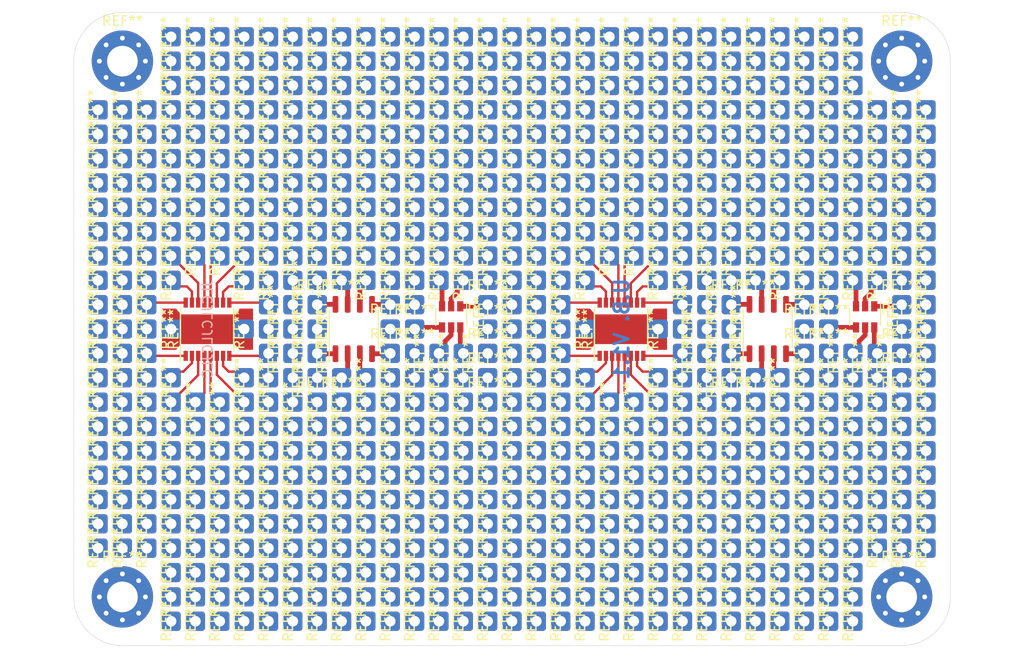
<source format=kicad_pcb>
(kicad_pcb (version 20171130) (host pcbnew "(5.1.5)-3")
  (layers (0 F.Cu signal) (31 B.Cu signal) (34 B.Paste user) (35 F.Paste user) (36 B.SilkS user) (37 F.SilkS user) (38 B.Mask user) (39 F.Mask user) (44 Edge.Cuts user))
  (net 0 "")
  (module "Universal board:Uni_board" (layer F.Cu) (at 187.96 78.74 270)
    (fp_text reference REF** (at 0 0.5 90) (layer F.SilkS))
    (fp_text value Uni_board)
    (pad 1 thru_hole roundrect (at 0 0 270) (size 2 2) (drill 1.1) (layers *.Cu *.Mask) (roundrect_rratio 0.15))
  )
  (module "Universal board:Uni_board" (layer F.Cu) (at 187.96 83.82 270)
    (fp_text reference REF** (at 0 0.5 90) (layer F.SilkS))
    (fp_text value Uni_board)
    (pad 1 thru_hole roundrect (at 0 0 270) (size 2 2) (drill 1.1) (layers *.Cu *.Mask) (roundrect_rratio 0.15))
  )
  (module "Universal board:Uni_board" (layer F.Cu) (at 187.96 88.9 270)
    (fp_text reference REF** (at 0 0.5 90) (layer F.SilkS))
    (fp_text value Uni_board)
    (pad 1 thru_hole roundrect (at 0 0 270) (size 2 2) (drill 1.1) (layers *.Cu *.Mask) (roundrect_rratio 0.15))
  )
  (module "Universal board:Uni_board" (layer F.Cu) (at 187.96 91.44 270)
    (fp_text reference REF** (at 0 0.5 90) (layer F.SilkS))
    (fp_text value Uni_board)
    (pad 1 thru_hole roundrect (at 0 0 270) (size 2 2) (drill 1.1) (layers *.Cu *.Mask) (roundrect_rratio 0.15))
  )
  (module "Universal board:Uni_board" (layer F.Cu) (at 187.96 93.98 270)
    (fp_text reference REF** (at 0 0.5 90) (layer F.SilkS))
    (fp_text value Uni_board)
    (pad 1 thru_hole roundrect (at 0 0 270) (size 2 2) (drill 1.1) (layers *.Cu *.Mask) (roundrect_rratio 0.15))
  )
  (module "Universal board:Uni_board" (layer F.Cu) (at 187.96 81.28 270)
    (fp_text reference REF** (at 0 0.5 90) (layer F.SilkS))
    (fp_text value Uni_board)
    (pad 1 thru_hole roundrect (at 0 0 270) (size 2 2) (drill 1.1) (layers *.Cu *.Mask) (roundrect_rratio 0.15))
  )
  (module "Universal board:Uni_board" (layer F.Cu) (at 187.96 86.36 270)
    (fp_text reference REF** (at 0 0.5 90) (layer F.SilkS))
    (fp_text value Uni_board)
    (pad 1 thru_hole roundrect (at 0 0 270) (size 2 2) (drill 1.1) (layers *.Cu *.Mask) (roundrect_rratio 0.15))
  )
  (module "Universal board:Uni_board" (layer F.Cu) (at 160.02 91.44 270)
    (fp_text reference REF** (at 0 0.5 90) (layer F.SilkS))
    (fp_text value Uni_board)
    (pad 1 thru_hole roundrect (at 0 0 270) (size 2 2) (drill 1.1) (layers *.Cu *.Mask) (roundrect_rratio 0.15))
  )
  (module "Universal board:Uni_board" (layer F.Cu) (at 152.4 91.44 270)
    (fp_text reference REF** (at 0 0.5 90) (layer F.SilkS))
    (fp_text value Uni_board)
    (pad 1 thru_hole roundrect (at 0 0 270) (size 2 2) (drill 1.1) (layers *.Cu *.Mask) (roundrect_rratio 0.15))
  )
  (module "Universal board:Uni_board" (layer F.Cu) (at 160.02 81.28 270)
    (fp_text reference REF** (at 0 0.5 90) (layer F.SilkS))
    (fp_text value Uni_board)
    (pad 1 thru_hole roundrect (at 0 0 270) (size 2 2) (drill 1.1) (layers *.Cu *.Mask) (roundrect_rratio 0.15))
  )
  (module "Universal board:Uni_board" (layer F.Cu) (at 152.4 81.28 270)
    (fp_text reference REF** (at 0 0.5 90) (layer F.SilkS))
    (fp_text value Uni_board)
    (pad 1 thru_hole roundrect (at 0 0 270) (size 2 2) (drill 1.1) (layers *.Cu *.Mask) (roundrect_rratio 0.15))
  )
  (module "Universal board:Uni_board" (layer F.Cu) (at 144.78 78.74 270)
    (fp_text reference REF** (at 0 0.5 90) (layer F.SilkS))
    (fp_text value Uni_board)
    (pad 1 thru_hole roundrect (at 0 0 270) (size 2 2) (drill 1.1) (layers *.Cu *.Mask) (roundrect_rratio 0.15))
  )
  (module "Universal board:Uni_board" (layer F.Cu) (at 144.78 83.82 270)
    (fp_text reference REF** (at 0 0.5 90) (layer F.SilkS))
    (fp_text value Uni_board)
    (pad 1 thru_hole roundrect (at 0 0 270) (size 2 2) (drill 1.1) (layers *.Cu *.Mask) (roundrect_rratio 0.15))
  )
  (module "Universal board:Uni_board" (layer F.Cu) (at 144.78 88.9 270)
    (fp_text reference REF** (at 0 0.5 90) (layer F.SilkS))
    (fp_text value Uni_board)
    (pad 1 thru_hole roundrect (at 0 0 270) (size 2 2) (drill 1.1) (layers *.Cu *.Mask) (roundrect_rratio 0.15))
  )
  (module "Universal board:Uni_board" (layer F.Cu) (at 144.78 91.44 270)
    (fp_text reference REF** (at 0 0.5 90) (layer F.SilkS))
    (fp_text value Uni_board)
    (pad 1 thru_hole roundrect (at 0 0 270) (size 2 2) (drill 1.1) (layers *.Cu *.Mask) (roundrect_rratio 0.15))
  )
  (module "Universal board:Uni_board" (layer F.Cu) (at 144.78 93.98 270)
    (fp_text reference REF** (at 0 0.5 90) (layer F.SilkS))
    (fp_text value Uni_board)
    (pad 1 thru_hole roundrect (at 0 0 270) (size 2 2) (drill 1.1) (layers *.Cu *.Mask) (roundrect_rratio 0.15))
  )
  (module "Universal board:Uni_board" (layer F.Cu) (at 144.78 81.28 270)
    (fp_text reference REF** (at 0 0.5 90) (layer F.SilkS))
    (fp_text value Uni_board)
    (pad 1 thru_hole roundrect (at 0 0 270) (size 2 2) (drill 1.1) (layers *.Cu *.Mask) (roundrect_rratio 0.15))
  )
  (module "Universal board:Uni_board" (layer F.Cu) (at 144.78 86.36 270)
    (fp_text reference REF** (at 0 0.5 90) (layer F.SilkS))
    (fp_text value Uni_board)
    (pad 1 thru_hole roundrect (at 0 0 270) (size 2 2) (drill 1.1) (layers *.Cu *.Mask) (roundrect_rratio 0.15))
  )
  (module "Universal board:Uni_board" (layer F.Cu) (at 162.56 91.44 270)
    (fp_text reference REF** (at 0 0.5 90) (layer F.SilkS))
    (fp_text value Uni_board)
    (pad 1 thru_hole roundrect (at 0 0 270) (size 2 2) (drill 1.1) (layers *.Cu *.Mask) (roundrect_rratio 0.15))
  )
  (module "Universal board:Uni_board" (layer F.Cu) (at 149.86 91.44 270)
    (fp_text reference REF** (at 0 0.5 90) (layer F.SilkS))
    (fp_text value Uni_board)
    (pad 1 thru_hole roundrect (at 0 0 270) (size 2 2) (drill 1.1) (layers *.Cu *.Mask) (roundrect_rratio 0.15))
  )
  (module "Universal board:Uni_board" (layer F.Cu) (at 162.56 81.28 270)
    (fp_text reference REF** (at 0 0.5 90) (layer F.SilkS))
    (fp_text value Uni_board)
    (pad 1 thru_hole roundrect (at 0 0 270) (size 2 2) (drill 1.1) (layers *.Cu *.Mask) (roundrect_rratio 0.15))
  )
  (module "Universal board:Uni_board" (layer F.Cu) (at 149.86 81.28 270)
    (fp_text reference REF** (at 0 0.5 90) (layer F.SilkS))
    (fp_text value Uni_board)
    (pad 1 thru_hole roundrect (at 0 0 270) (size 2 2) (drill 1.1) (layers *.Cu *.Mask) (roundrect_rratio 0.15))
  )
  (module Package_SO:SO-8_3.9x4.9mm_P1.27mm (layer F.Cu) (at 171.45 86.36 90)
    (fp_text reference REF** (at 0 -3.4 90) (layer F.SilkS))
    (fp_text value SO-8_3.9x4.9mm_P1.27mm)
    (pad 1 smd roundrect (at -2.575 -1.905 90) (size 1.75 0.6) (layers F.Cu F.Paste F.Mask))
    (pad 2 smd roundrect (at -2.575 -0.635 90) (size 1.75 0.6) (layers F.Cu F.Paste F.Mask))
    (pad 3 smd roundrect (at -2.575 0.635 90) (size 1.75 0.6) (layers F.Cu F.Paste F.Mask))
    (pad 4 smd roundrect (at -2.575 1.905 90) (size 1.75 0.6) (layers F.Cu F.Paste F.Mask))
    (pad 5 smd roundrect (at 2.575 1.905 90) (size 1.75 0.6) (layers F.Cu F.Paste F.Mask))
    (pad 6 smd roundrect (at 2.575 0.635 90) (size 1.75 0.6) (layers F.Cu F.Paste F.Mask))
    (pad 7 smd roundrect (at 2.575 -0.635 90) (size 1.75 0.6) (layers F.Cu F.Paste F.Mask))
    (pad 8 smd roundrect (at 2.575 -1.905 90) (size 1.75 0.6) (layers F.Cu F.Paste F.Mask))
  )
  (module "Universal board:Uni_board" (layer F.Cu) (at 160.02 86.36 270)
    (fp_text reference REF** (at 0 0.5 90) (layer F.SilkS))
    (fp_text value Uni_board)
    (pad 1 thru_hole roundrect (at 0 0 270) (size 2 2) (drill 1.1) (layers *.Cu *.Mask) (roundrect_rratio 0.15))
  )
  (module "Universal board:Uni_board" (layer F.Cu) (at 147.32 83.82 270)
    (fp_text reference REF** (at 0 0.5 90) (layer F.SilkS))
    (fp_text value Uni_board)
    (pad 1 thru_hole roundrect (at 0 0 270) (size 2 2) (drill 1.1) (layers *.Cu *.Mask) (roundrect_rratio 0.15))
  )
  (module "Universal board:Uni_board" (layer F.Cu) (at 147.32 91.44 270)
    (fp_text reference REF** (at 0 0.5 90) (layer F.SilkS))
    (fp_text value Uni_board)
    (pad 1 thru_hole roundrect (at 0 0 270) (size 2 2) (drill 1.1) (layers *.Cu *.Mask) (roundrect_rratio 0.15))
  )
  (module "Universal board:Uni_board" (layer F.Cu) (at 147.32 86.36 270)
    (fp_text reference REF** (at 0 0.5 90) (layer F.SilkS))
    (fp_text value Uni_board)
    (pad 1 thru_hole roundrect (at 0 0 270) (size 2 2) (drill 1.1) (layers *.Cu *.Mask) (roundrect_rratio 0.15))
  )
  (module "Universal board:Uni_board" (layer F.Cu) (at 149.86 88.9 270)
    (fp_text reference REF** (at 0 0.5 90) (layer F.SilkS))
    (fp_text value Uni_board)
    (pad 1 thru_hole roundrect (at 0 0 270) (size 2 2) (drill 1.1) (layers *.Cu *.Mask) (roundrect_rratio 0.15))
  )
  (module Package_SO:TSSOP-16-1EP_4.4x5mm_P0.65mm (layer F.Cu) (at 156.1975 86.38 90)
    (fp_text reference REF** (at 0 -3.55 90) (layer F.SilkS))
    (fp_text value TSSOP-16-1EP_4.4x5mm_P0.65mm)
    (pad 17 smd rect (at -0.735 -1.3425 90) (size 1.47 0.895) (layers F.Cu F.Paste F.Mask))
    (pad 17 smd rect (at -0.735 -0.4475 90) (size 1.47 0.895) (layers F.Cu F.Paste F.Mask))
    (pad 17 smd rect (at -0.735 0.4475 90) (size 1.47 0.895) (layers F.Cu F.Paste F.Mask))
    (pad 17 smd rect (at -0.735 1.3425 90) (size 1.47 0.895) (layers F.Cu F.Paste F.Mask))
    (pad 17 smd rect (at 0.735 -1.3425 90) (size 1.47 0.895) (layers F.Cu F.Paste F.Mask))
    (pad 17 smd rect (at 0.735 -0.4475 90) (size 1.47 0.895) (layers F.Cu F.Paste F.Mask))
    (pad 17 smd rect (at 0.735 0.4475 90) (size 1.47 0.895) (layers F.Cu F.Paste F.Mask))
    (pad 17 smd rect (at 0.735 1.3425 90) (size 1.47 0.895) (layers F.Cu F.Paste F.Mask))
    (pad 16 smd rect (at 2.775 -2.275 90) (size 1.05 0.45) (layers F.Cu F.Paste F.Mask))
    (pad 15 smd rect (at 2.775 -1.625 90) (size 1.05 0.45) (layers F.Cu F.Paste F.Mask))
    (pad 14 smd rect (at 2.775 -0.975 90) (size 1.05 0.45) (layers F.Cu F.Paste F.Mask))
    (pad 13 smd rect (at 2.775 -0.325 90) (size 1.05 0.45) (layers F.Cu F.Paste F.Mask))
    (pad 12 smd rect (at 2.775 0.325 90) (size 1.05 0.45) (layers F.Cu F.Paste F.Mask))
    (pad 11 smd rect (at 2.775 0.975 90) (size 1.05 0.45) (layers F.Cu F.Paste F.Mask))
    (pad 10 smd rect (at 2.775 1.625 90) (size 1.05 0.45) (layers F.Cu F.Paste F.Mask))
    (pad 9 smd rect (at 2.775 2.275 90) (size 1.05 0.45) (layers F.Cu F.Paste F.Mask))
    (pad 8 smd rect (at -2.775 2.275 90) (size 1.05 0.45) (layers F.Cu F.Paste F.Mask))
    (pad 7 smd rect (at -2.775 1.625 90) (size 1.05 0.45) (layers F.Cu F.Paste F.Mask))
    (pad 6 smd rect (at -2.775 0.975 90) (size 1.05 0.45) (layers F.Cu F.Paste F.Mask))
    (pad 5 smd rect (at -2.775 0.325 90) (size 1.05 0.45) (layers F.Cu F.Paste F.Mask))
    (pad 4 smd rect (at -2.775 -0.325 90) (size 1.05 0.45) (layers F.Cu F.Paste F.Mask))
    (pad 3 smd rect (at -2.775 -0.975 90) (size 1.05 0.45) (layers F.Cu F.Paste F.Mask))
    (pad 2 smd rect (at -2.775 -1.625 90) (size 1.05 0.45) (layers F.Cu F.Paste F.Mask))
    (pad 1 smd rect (at -2.775 -2.275 90) (size 1.05 0.45) (layers F.Cu F.Paste F.Mask))
  )
  (module Package_TO_SOT_SMD:SOT-23-6 (layer F.Cu) (at 181.61 85.09 270)
    (fp_text reference REF** (at 0 -2.9 90) (layer F.SilkS))
    (fp_text value SOT-23-6)
    (pad 1 smd rect (at -1.1 -0.95 270) (size 1.06 0.65) (layers F.Cu F.Paste F.Mask))
    (pad 2 smd rect (at -1.1 0 270) (size 1.06 0.65) (layers F.Cu F.Paste F.Mask))
    (pad 3 smd rect (at -1.1 0.95 270) (size 1.06 0.65) (layers F.Cu F.Paste F.Mask))
    (pad 4 smd rect (at 1.1 0.95 270) (size 1.06 0.65) (layers F.Cu F.Paste F.Mask))
    (pad 6 smd rect (at 1.1 -0.95 270) (size 1.06 0.65) (layers F.Cu F.Paste F.Mask))
    (pad 5 smd rect (at 1.1 0 270) (size 1.06 0.65) (layers F.Cu F.Paste F.Mask))
  )
  (module "Universal board:Uni_board" (layer F.Cu) (at 149.86 83.82 270)
    (fp_text reference REF** (at 0 0.5 90) (layer F.SilkS))
    (fp_text value Uni_board)
    (pad 1 thru_hole roundrect (at 0 0 270) (size 2 2) (drill 1.1) (layers *.Cu *.Mask) (roundrect_rratio 0.15))
  )
  (module "Universal board:Uni_board" (layer F.Cu) (at 147.32 88.9 270)
    (fp_text reference REF** (at 0 0.5 90) (layer F.SilkS))
    (fp_text value Uni_board)
    (pad 1 thru_hole roundrect (at 0 0 270) (size 2 2) (drill 1.1) (layers *.Cu *.Mask) (roundrect_rratio 0.15))
  )
  (module "Universal board:Uni_board" (layer F.Cu) (at 149.86 86.36 270)
    (fp_text reference REF** (at 0 0.5 90) (layer F.SilkS))
    (fp_text value Uni_board)
    (pad 1 thru_hole roundrect (at 0 0 270) (size 2 2) (drill 1.1) (layers *.Cu *.Mask) (roundrect_rratio 0.15))
  )
  (module "Universal board:Uni_board" (layer F.Cu) (at 147.32 81.28 270)
    (fp_text reference REF** (at 0 0.5 90) (layer F.SilkS))
    (fp_text value Uni_board)
    (pad 1 thru_hole roundrect (at 0 0 270) (size 2 2) (drill 1.1) (layers *.Cu *.Mask) (roundrect_rratio 0.15))
  )
  (module "Universal board:Uni_board" (layer F.Cu) (at 152.4 86.36 270)
    (fp_text reference REF** (at 0 0.5 90) (layer F.SilkS))
    (fp_text value Uni_board)
    (pad 1 thru_hole roundrect (at 0 0 270) (size 2 2) (drill 1.1) (layers *.Cu *.Mask) (roundrect_rratio 0.15))
  )
  (module "Universal board:Uni_board" (layer F.Cu) (at 167.64 91.44)
    (fp_text reference REF** (at 0 0.5) (layer F.SilkS))
    (fp_text value Uni_board)
    (pad 1 thru_hole roundrect (at 0 0) (size 2 2) (drill 1.1) (layers *.Cu *.Mask) (roundrect_rratio 0.15))
  )
  (module "Universal board:Uni_board" (layer F.Cu) (at 172.72 91.44 270)
    (fp_text reference REF** (at 0 0.5 90) (layer F.SilkS))
    (fp_text value Uni_board)
    (pad 1 thru_hole roundrect (at 0 0 270) (size 2 2) (drill 1.1) (layers *.Cu *.Mask) (roundrect_rratio 0.15))
  )
  (module "Universal board:Uni_board" (layer F.Cu) (at 175.26 91.44 270)
    (fp_text reference REF** (at 0 0.5 90) (layer F.SilkS))
    (fp_text value Uni_board)
    (pad 1 thru_hole roundrect (at 0 0 270) (size 2 2) (drill 1.1) (layers *.Cu *.Mask) (roundrect_rratio 0.15))
  )
  (module "Universal board:Uni_board" (layer F.Cu) (at 180.34 91.44 270)
    (fp_text reference REF** (at 0 0.5 90) (layer F.SilkS))
    (fp_text value Uni_board)
    (pad 1 thru_hole roundrect (at 0 0 270) (size 2 2) (drill 1.1) (layers *.Cu *.Mask) (roundrect_rratio 0.15))
  )
  (module "Universal board:Uni_board" (layer F.Cu) (at 162.56 88.9 90)
    (fp_text reference REF** (at 0 0.5 90) (layer F.SilkS))
    (fp_text value Uni_board)
    (pad 1 thru_hole roundrect (at 0 0 90) (size 2 2) (drill 1.1) (layers *.Cu *.Mask) (roundrect_rratio 0.15))
  )
  (module "Universal board:Uni_board" (layer F.Cu) (at 162.56 83.82 90)
    (fp_text reference REF** (at 0 0.5 90) (layer F.SilkS))
    (fp_text value Uni_board)
    (pad 1 thru_hole roundrect (at 0 0 90) (size 2 2) (drill 1.1) (layers *.Cu *.Mask) (roundrect_rratio 0.15))
  )
  (module "Universal board:Uni_board" (layer F.Cu) (at 165.1 81.28 90)
    (fp_text reference REF** (at 0 0.5 90) (layer F.SilkS))
    (fp_text value Uni_board)
    (pad 1 thru_hole roundrect (at 0 0 90) (size 2 2) (drill 1.1) (layers *.Cu *.Mask) (roundrect_rratio 0.15))
  )
  (module "Universal board:Uni_board" (layer F.Cu) (at 170.18 91.44)
    (fp_text reference REF** (at 0 0.5) (layer F.SilkS))
    (fp_text value Uni_board)
    (pad 1 thru_hole roundrect (at 0 0) (size 2 2) (drill 1.1) (layers *.Cu *.Mask) (roundrect_rratio 0.15))
  )
  (module "Universal board:Uni_board" (layer F.Cu) (at 180.34 88.9 90)
    (fp_text reference REF** (at 0 0.5 90) (layer F.SilkS))
    (fp_text value Uni_board)
    (pad 1 thru_hole roundrect (at 0 0 90) (size 2 2) (drill 1.1) (layers *.Cu *.Mask) (roundrect_rratio 0.15))
  )
  (module "Universal board:Uni_board" (layer F.Cu) (at 177.8 81.28 270)
    (fp_text reference REF** (at 0 0.5 90) (layer F.SilkS))
    (fp_text value Uni_board)
    (pad 1 thru_hole roundrect (at 0 0 270) (size 2 2) (drill 1.1) (layers *.Cu *.Mask) (roundrect_rratio 0.15))
  )
  (module "Universal board:Uni_board" (layer F.Cu) (at 175.26 86.36)
    (fp_text reference REF** (at 0 0.5) (layer F.SilkS))
    (fp_text value Uni_board)
    (pad 1 thru_hole roundrect (at 0 0) (size 2 2) (drill 1.1) (layers *.Cu *.Mask) (roundrect_rratio 0.15))
  )
  (module "Universal board:Uni_board" (layer F.Cu) (at 165.1 86.36 90)
    (fp_text reference REF** (at 0 0.5 90) (layer F.SilkS))
    (fp_text value Uni_board)
    (pad 1 thru_hole roundrect (at 0 0 90) (size 2 2) (drill 1.1) (layers *.Cu *.Mask) (roundrect_rratio 0.15))
  )
  (module "Universal board:Uni_board" (layer F.Cu) (at 185.42 88.9)
    (fp_text reference REF** (at 0 0.5) (layer F.SilkS))
    (fp_text value Uni_board)
    (pad 1 thru_hole roundrect (at 0 0) (size 2 2) (drill 1.1) (layers *.Cu *.Mask) (roundrect_rratio 0.15))
  )
  (module "Universal board:Uni_board" (layer F.Cu) (at 167.64 83.82 90)
    (fp_text reference REF** (at 0 0.5 90) (layer F.SilkS))
    (fp_text value Uni_board)
    (pad 1 thru_hole roundrect (at 0 0 90) (size 2 2) (drill 1.1) (layers *.Cu *.Mask) (roundrect_rratio 0.15))
  )
  (module "Universal board:Uni_board" (layer F.Cu) (at 167.64 86.36 90)
    (fp_text reference REF** (at 0 0.5 90) (layer F.SilkS))
    (fp_text value Uni_board)
    (pad 1 thru_hole roundrect (at 0 0 90) (size 2 2) (drill 1.1) (layers *.Cu *.Mask) (roundrect_rratio 0.15))
  )
  (module "Universal board:Uni_board" (layer F.Cu) (at 157.48 78.74 270)
    (fp_text reference REF** (at 0 0.5 90) (layer F.SilkS))
    (fp_text value Uni_board)
    (pad 1 thru_hole roundrect (at 0 0 270) (size 2 2) (drill 1.1) (layers *.Cu *.Mask) (roundrect_rratio 0.15))
  )
  (module "Universal board:Uni_board" (layer F.Cu) (at 165.1 83.82 90)
    (fp_text reference REF** (at 0 0.5 90) (layer F.SilkS))
    (fp_text value Uni_board)
    (pad 1 thru_hole roundrect (at 0 0 90) (size 2 2) (drill 1.1) (layers *.Cu *.Mask) (roundrect_rratio 0.15))
  )
  (module "Universal board:Uni_board" (layer F.Cu) (at 167.64 78.74 270)
    (fp_text reference REF** (at 0 0.5 90) (layer F.SilkS))
    (fp_text value Uni_board)
    (pad 1 thru_hole roundrect (at 0 0 270) (size 2 2) (drill 1.1) (layers *.Cu *.Mask) (roundrect_rratio 0.15))
  )
  (module "Universal board:Uni_board" (layer F.Cu) (at 185.42 78.74 270)
    (fp_text reference REF** (at 0 0.5 90) (layer F.SilkS))
    (fp_text value Uni_board)
    (pad 1 thru_hole roundrect (at 0 0 270) (size 2 2) (drill 1.1) (layers *.Cu *.Mask) (roundrect_rratio 0.15))
  )
  (module "Universal board:Uni_board" (layer F.Cu) (at 182.88 78.74 270)
    (fp_text reference REF** (at 0 0.5 90) (layer F.SilkS))
    (fp_text value Uni_board)
    (pad 1 thru_hole roundrect (at 0 0 270) (size 2 2) (drill 1.1) (layers *.Cu *.Mask) (roundrect_rratio 0.15))
  )
  (module "Universal board:Uni_board" (layer F.Cu) (at 180.34 81.28 270)
    (fp_text reference REF** (at 0 0.5 90) (layer F.SilkS))
    (fp_text value Uni_board)
    (pad 1 thru_hole roundrect (at 0 0 270) (size 2 2) (drill 1.1) (layers *.Cu *.Mask) (roundrect_rratio 0.15))
  )
  (module "Universal board:Uni_board" (layer F.Cu) (at 177.8 83.82)
    (fp_text reference REF** (at 0 0.5) (layer F.SilkS))
    (fp_text value Uni_board)
    (pad 1 thru_hole roundrect (at 0 0) (size 2 2) (drill 1.1) (layers *.Cu *.Mask) (roundrect_rratio 0.15))
  )
  (module "Universal board:Uni_board" (layer F.Cu) (at 182.88 91.44 270)
    (fp_text reference REF** (at 0 0.5 90) (layer F.SilkS))
    (fp_text value Uni_board)
    (pad 1 thru_hole roundrect (at 0 0 270) (size 2 2) (drill 1.1) (layers *.Cu *.Mask) (roundrect_rratio 0.15))
  )
  (module "Universal board:Uni_board" (layer F.Cu) (at 167.64 88.9 90)
    (fp_text reference REF** (at 0 0.5 90) (layer F.SilkS))
    (fp_text value Uni_board)
    (pad 1 thru_hole roundrect (at 0 0 90) (size 2 2) (drill 1.1) (layers *.Cu *.Mask) (roundrect_rratio 0.15))
  )
  (module "Universal board:Uni_board" (layer F.Cu) (at 165.1 88.9 90)
    (fp_text reference REF** (at 0 0.5 90) (layer F.SilkS))
    (fp_text value Uni_board)
    (pad 1 thru_hole roundrect (at 0 0 90) (size 2 2) (drill 1.1) (layers *.Cu *.Mask) (roundrect_rratio 0.15))
  )
  (module "Universal board:Uni_board" (layer F.Cu) (at 182.88 88.9 90)
    (fp_text reference REF** (at 0 0.5 90) (layer F.SilkS))
    (fp_text value Uni_board)
    (pad 1 thru_hole roundrect (at 0 0 90) (size 2 2) (drill 1.1) (layers *.Cu *.Mask) (roundrect_rratio 0.15))
  )
  (module "Universal board:Uni_board" (layer F.Cu) (at 162.56 86.36 90)
    (fp_text reference REF** (at 0 0.5 90) (layer F.SilkS))
    (fp_text value Uni_board)
    (pad 1 thru_hole roundrect (at 0 0 90) (size 2 2) (drill 1.1) (layers *.Cu *.Mask) (roundrect_rratio 0.15))
  )
  (module "Universal board:Uni_board" (layer F.Cu) (at 165.1 91.44 90)
    (fp_text reference REF** (at 0 0.5 90) (layer F.SilkS))
    (fp_text value Uni_board)
    (pad 1 thru_hole roundrect (at 0 0 90) (size 2 2) (drill 1.1) (layers *.Cu *.Mask) (roundrect_rratio 0.15))
  )
  (module "Universal board:Uni_board" (layer F.Cu) (at 185.42 86.36)
    (fp_text reference REF** (at 0 0.5) (layer F.SilkS))
    (fp_text value Uni_board)
    (pad 1 thru_hole roundrect (at 0 0) (size 2 2) (drill 1.1) (layers *.Cu *.Mask) (roundrect_rratio 0.15))
  )
  (module "Universal board:Uni_board" (layer F.Cu) (at 177.8 86.36)
    (fp_text reference REF** (at 0 0.5) (layer F.SilkS))
    (fp_text value Uni_board)
    (pad 1 thru_hole roundrect (at 0 0) (size 2 2) (drill 1.1) (layers *.Cu *.Mask) (roundrect_rratio 0.15))
  )
  (module "Universal board:Uni_board" (layer F.Cu) (at 175.26 83.82)
    (fp_text reference REF** (at 0 0.5) (layer F.SilkS))
    (fp_text value Uni_board)
    (pad 1 thru_hole roundrect (at 0 0) (size 2 2) (drill 1.1) (layers *.Cu *.Mask) (roundrect_rratio 0.15))
  )
  (module "Universal board:Uni_board" (layer F.Cu) (at 170.18 81.28)
    (fp_text reference REF** (at 0 0.5) (layer F.SilkS))
    (fp_text value Uni_board)
    (pad 1 thru_hole roundrect (at 0 0) (size 2 2) (drill 1.1) (layers *.Cu *.Mask) (roundrect_rratio 0.15))
  )
  (module "Universal board:Uni_board" (layer F.Cu) (at 175.26 88.9 270)
    (fp_text reference REF** (at 0 0.5 90) (layer F.SilkS))
    (fp_text value Uni_board)
    (pad 1 thru_hole roundrect (at 0 0 270) (size 2 2) (drill 1.1) (layers *.Cu *.Mask) (roundrect_rratio 0.15))
  )
  (module "Universal board:Uni_board" (layer F.Cu) (at 182.88 81.28 270)
    (fp_text reference REF** (at 0 0.5 90) (layer F.SilkS))
    (fp_text value Uni_board)
    (pad 1 thru_hole roundrect (at 0 0 270) (size 2 2) (drill 1.1) (layers *.Cu *.Mask) (roundrect_rratio 0.15))
  )
  (module "Universal board:Uni_board" (layer F.Cu) (at 167.64 81.28)
    (fp_text reference REF** (at 0 0.5) (layer F.SilkS))
    (fp_text value Uni_board)
    (pad 1 thru_hole roundrect (at 0 0) (size 2 2) (drill 1.1) (layers *.Cu *.Mask) (roundrect_rratio 0.15))
  )
  (module "Universal board:Uni_board" (layer F.Cu) (at 177.8 91.44 270)
    (fp_text reference REF** (at 0 0.5 90) (layer F.SilkS))
    (fp_text value Uni_board)
    (pad 1 thru_hole roundrect (at 0 0 270) (size 2 2) (drill 1.1) (layers *.Cu *.Mask) (roundrect_rratio 0.15))
  )
  (module "Universal board:Uni_board" (layer F.Cu) (at 185.42 91.44)
    (fp_text reference REF** (at 0 0.5) (layer F.SilkS))
    (fp_text value Uni_board)
    (pad 1 thru_hole roundrect (at 0 0) (size 2 2) (drill 1.1) (layers *.Cu *.Mask) (roundrect_rratio 0.15))
  )
  (module "Universal board:Uni_board" (layer F.Cu) (at 154.94 78.74 270)
    (fp_text reference REF** (at 0 0.5 90) (layer F.SilkS))
    (fp_text value Uni_board)
    (pad 1 thru_hole roundrect (at 0 0 270) (size 2 2) (drill 1.1) (layers *.Cu *.Mask) (roundrect_rratio 0.15))
  )
  (module "Universal board:Uni_board" (layer F.Cu) (at 185.42 81.28)
    (fp_text reference REF** (at 0 0.5) (layer F.SilkS))
    (fp_text value Uni_board)
    (pad 1 thru_hole roundrect (at 0 0) (size 2 2) (drill 1.1) (layers *.Cu *.Mask) (roundrect_rratio 0.15))
  )
  (module "Universal board:Uni_board" (layer F.Cu) (at 172.72 81.28 270)
    (fp_text reference REF** (at 0 0.5 90) (layer F.SilkS))
    (fp_text value Uni_board)
    (pad 1 thru_hole roundrect (at 0 0 270) (size 2 2) (drill 1.1) (layers *.Cu *.Mask) (roundrect_rratio 0.15))
  )
  (module "Universal board:Uni_board" (layer F.Cu) (at 175.26 81.28 270)
    (fp_text reference REF** (at 0 0.5 90) (layer F.SilkS))
    (fp_text value Uni_board)
    (pad 1 thru_hole roundrect (at 0 0 270) (size 2 2) (drill 1.1) (layers *.Cu *.Mask) (roundrect_rratio 0.15))
  )
  (module "Universal board:Uni_board" (layer F.Cu) (at 185.42 83.82)
    (fp_text reference REF** (at 0 0.5) (layer F.SilkS))
    (fp_text value Uni_board)
    (pad 1 thru_hole roundrect (at 0 0) (size 2 2) (drill 1.1) (layers *.Cu *.Mask) (roundrect_rratio 0.15))
  )
  (module "Universal board:Uni_board" (layer F.Cu) (at 177.8 88.9 90)
    (fp_text reference REF** (at 0 0.5 90) (layer F.SilkS))
    (fp_text value Uni_board)
    (pad 1 thru_hole roundrect (at 0 0 90) (size 2 2) (drill 1.1) (layers *.Cu *.Mask) (roundrect_rratio 0.15))
  )
  (module "Universal board:Uni_board" (layer F.Cu) (at 172.72 78.74 270)
    (fp_text reference REF** (at 0 0.5 90) (layer F.SilkS))
    (fp_text value Uni_board)
    (pad 1 thru_hole roundrect (at 0 0 270) (size 2 2) (drill 1.1) (layers *.Cu *.Mask) (roundrect_rratio 0.15))
  )
  (module "Universal board:Uni_board" (layer F.Cu) (at 165.1 78.74 270)
    (fp_text reference REF** (at 0 0.5 90) (layer F.SilkS))
    (fp_text value Uni_board)
    (pad 1 thru_hole roundrect (at 0 0 270) (size 2 2) (drill 1.1) (layers *.Cu *.Mask) (roundrect_rratio 0.15))
  )
  (module "Universal board:Uni_board" (layer F.Cu) (at 160.02 78.74 270)
    (fp_text reference REF** (at 0 0.5 90) (layer F.SilkS))
    (fp_text value Uni_board)
    (pad 1 thru_hole roundrect (at 0 0 270) (size 2 2) (drill 1.1) (layers *.Cu *.Mask) (roundrect_rratio 0.15))
  )
  (module "Universal board:Uni_board" (layer F.Cu) (at 180.34 78.74 270)
    (fp_text reference REF** (at 0 0.5 90) (layer F.SilkS))
    (fp_text value Uni_board)
    (pad 1 thru_hole roundrect (at 0 0 270) (size 2 2) (drill 1.1) (layers *.Cu *.Mask) (roundrect_rratio 0.15))
  )
  (module "Universal board:Uni_board" (layer F.Cu) (at 177.8 78.74 270)
    (fp_text reference REF** (at 0 0.5 90) (layer F.SilkS))
    (fp_text value Uni_board)
    (pad 1 thru_hole roundrect (at 0 0 270) (size 2 2) (drill 1.1) (layers *.Cu *.Mask) (roundrect_rratio 0.15))
  )
  (module "Universal board:Uni_board" (layer F.Cu) (at 170.18 93.98 270)
    (fp_text reference REF** (at 0 0.5 90) (layer F.SilkS))
    (fp_text value Uni_board)
    (pad 1 thru_hole roundrect (at 0 0 270) (size 2 2) (drill 1.1) (layers *.Cu *.Mask) (roundrect_rratio 0.15))
  )
  (module "Universal board:Uni_board" (layer F.Cu) (at 175.26 78.74 270)
    (fp_text reference REF** (at 0 0.5 90) (layer F.SilkS))
    (fp_text value Uni_board)
    (pad 1 thru_hole roundrect (at 0 0 270) (size 2 2) (drill 1.1) (layers *.Cu *.Mask) (roundrect_rratio 0.15))
  )
  (module "Universal board:Uni_board" (layer F.Cu) (at 147.32 78.74 270)
    (fp_text reference REF** (at 0 0.5 90) (layer F.SilkS))
    (fp_text value Uni_board)
    (pad 1 thru_hole roundrect (at 0 0 270) (size 2 2) (drill 1.1) (layers *.Cu *.Mask) (roundrect_rratio 0.15))
  )
  (module "Universal board:Uni_board" (layer F.Cu) (at 160.02 93.98 270)
    (fp_text reference REF** (at 0 0.5 90) (layer F.SilkS))
    (fp_text value Uni_board)
    (pad 1 thru_hole roundrect (at 0 0 270) (size 2 2) (drill 1.1) (layers *.Cu *.Mask) (roundrect_rratio 0.15))
  )
  (module "Universal board:Uni_board" (layer F.Cu) (at 162.56 78.74 270)
    (fp_text reference REF** (at 0 0.5 90) (layer F.SilkS))
    (fp_text value Uni_board)
    (pad 1 thru_hole roundrect (at 0 0 270) (size 2 2) (drill 1.1) (layers *.Cu *.Mask) (roundrect_rratio 0.15))
  )
  (module "Universal board:Uni_board" (layer F.Cu) (at 172.72 93.98 270)
    (fp_text reference REF** (at 0 0.5 90) (layer F.SilkS))
    (fp_text value Uni_board)
    (pad 1 thru_hole roundrect (at 0 0 270) (size 2 2) (drill 1.1) (layers *.Cu *.Mask) (roundrect_rratio 0.15))
  )
  (module "Universal board:Uni_board" (layer F.Cu) (at 170.18 78.74 270)
    (fp_text reference REF** (at 0 0.5 90) (layer F.SilkS))
    (fp_text value Uni_board)
    (pad 1 thru_hole roundrect (at 0 0 270) (size 2 2) (drill 1.1) (layers *.Cu *.Mask) (roundrect_rratio 0.15))
  )
  (module "Universal board:Uni_board" (layer F.Cu) (at 149.86 78.74 270)
    (fp_text reference REF** (at 0 0.5 90) (layer F.SilkS))
    (fp_text value Uni_board)
    (pad 1 thru_hole roundrect (at 0 0 270) (size 2 2) (drill 1.1) (layers *.Cu *.Mask) (roundrect_rratio 0.15))
  )
  (module "Universal board:Uni_board" (layer F.Cu) (at 162.56 93.98 270)
    (fp_text reference REF** (at 0 0.5 90) (layer F.SilkS))
    (fp_text value Uni_board)
    (pad 1 thru_hole roundrect (at 0 0 270) (size 2 2) (drill 1.1) (layers *.Cu *.Mask) (roundrect_rratio 0.15))
  )
  (module "Universal board:Uni_board" (layer F.Cu) (at 154.94 93.98 270)
    (fp_text reference REF** (at 0 0.5 90) (layer F.SilkS))
    (fp_text value Uni_board)
    (pad 1 thru_hole roundrect (at 0 0 270) (size 2 2) (drill 1.1) (layers *.Cu *.Mask) (roundrect_rratio 0.15))
  )
  (module "Universal board:Uni_board" (layer F.Cu) (at 152.4 78.74 270)
    (fp_text reference REF** (at 0 0.5 90) (layer F.SilkS))
    (fp_text value Uni_board)
    (pad 1 thru_hole roundrect (at 0 0 270) (size 2 2) (drill 1.1) (layers *.Cu *.Mask) (roundrect_rratio 0.15))
  )
  (module "Universal board:Uni_board" (layer F.Cu) (at 147.32 93.98 270)
    (fp_text reference REF** (at 0 0.5 90) (layer F.SilkS))
    (fp_text value Uni_board)
    (pad 1 thru_hole roundrect (at 0 0 270) (size 2 2) (drill 1.1) (layers *.Cu *.Mask) (roundrect_rratio 0.15))
  )
  (module "Universal board:Uni_board" (layer F.Cu) (at 177.8 93.98 270)
    (fp_text reference REF** (at 0 0.5 90) (layer F.SilkS))
    (fp_text value Uni_board)
    (pad 1 thru_hole roundrect (at 0 0 270) (size 2 2) (drill 1.1) (layers *.Cu *.Mask) (roundrect_rratio 0.15))
  )
  (module "Universal board:Uni_board" (layer F.Cu) (at 152.4 93.98 270)
    (fp_text reference REF** (at 0 0.5 90) (layer F.SilkS))
    (fp_text value Uni_board)
    (pad 1 thru_hole roundrect (at 0 0 270) (size 2 2) (drill 1.1) (layers *.Cu *.Mask) (roundrect_rratio 0.15))
  )
  (module "Universal board:Uni_board" (layer F.Cu) (at 157.48 93.98 270)
    (fp_text reference REF** (at 0 0.5 90) (layer F.SilkS))
    (fp_text value Uni_board)
    (pad 1 thru_hole roundrect (at 0 0 270) (size 2 2) (drill 1.1) (layers *.Cu *.Mask) (roundrect_rratio 0.15))
  )
  (module "Universal board:Uni_board" (layer F.Cu) (at 180.34 93.98 270)
    (fp_text reference REF** (at 0 0.5 90) (layer F.SilkS))
    (fp_text value Uni_board)
    (pad 1 thru_hole roundrect (at 0 0 270) (size 2 2) (drill 1.1) (layers *.Cu *.Mask) (roundrect_rratio 0.15))
  )
  (module "Universal board:Uni_board" (layer F.Cu) (at 182.88 93.98 270)
    (fp_text reference REF** (at 0 0.5 90) (layer F.SilkS))
    (fp_text value Uni_board)
    (pad 1 thru_hole roundrect (at 0 0 270) (size 2 2) (drill 1.1) (layers *.Cu *.Mask) (roundrect_rratio 0.15))
  )
  (module "Universal board:Uni_board" (layer F.Cu) (at 165.1 93.98 270)
    (fp_text reference REF** (at 0 0.5 90) (layer F.SilkS))
    (fp_text value Uni_board)
    (pad 1 thru_hole roundrect (at 0 0 270) (size 2 2) (drill 1.1) (layers *.Cu *.Mask) (roundrect_rratio 0.15))
  )
  (module "Universal board:Uni_board" (layer F.Cu) (at 175.26 93.98 270)
    (fp_text reference REF** (at 0 0.5 90) (layer F.SilkS))
    (fp_text value Uni_board)
    (pad 1 thru_hole roundrect (at 0 0 270) (size 2 2) (drill 1.1) (layers *.Cu *.Mask) (roundrect_rratio 0.15))
  )
  (module "Universal board:Uni_board" (layer F.Cu) (at 167.64 93.98 270)
    (fp_text reference REF** (at 0 0.5 90) (layer F.SilkS))
    (fp_text value Uni_board)
    (pad 1 thru_hole roundrect (at 0 0 270) (size 2 2) (drill 1.1) (layers *.Cu *.Mask) (roundrect_rratio 0.15))
  )
  (module "Universal board:Uni_board" (layer F.Cu) (at 185.42 93.98 270)
    (fp_text reference REF** (at 0 0.5 90) (layer F.SilkS))
    (fp_text value Uni_board)
    (pad 1 thru_hole roundrect (at 0 0 270) (size 2 2) (drill 1.1) (layers *.Cu *.Mask) (roundrect_rratio 0.15))
  )
  (module "Universal board:Uni_board" (layer F.Cu) (at 149.86 93.98 270)
    (fp_text reference REF** (at 0 0.5 90) (layer F.SilkS))
    (fp_text value Uni_board)
    (pad 1 thru_hole roundrect (at 0 0 270) (size 2 2) (drill 1.1) (layers *.Cu *.Mask) (roundrect_rratio 0.15))
  )
  (module "Universal board:Uni_board" (layer F.Cu) (at 116.84 91.44 270)
    (fp_text reference REF** (at 0 0.5 90) (layer F.SilkS))
    (fp_text value Uni_board)
    (pad 1 thru_hole roundrect (at 0 0 270) (size 2 2) (drill 1.1) (layers *.Cu *.Mask) (roundrect_rratio 0.15))
  )
  (module "Universal board:Uni_board" (layer F.Cu) (at 109.22 91.44 270)
    (fp_text reference REF** (at 0 0.5 90) (layer F.SilkS))
    (fp_text value Uni_board)
    (pad 1 thru_hole roundrect (at 0 0 270) (size 2 2) (drill 1.1) (layers *.Cu *.Mask) (roundrect_rratio 0.15))
  )
  (module "Universal board:Uni_board" (layer F.Cu) (at 116.84 81.28 270)
    (fp_text reference REF** (at 0 0.5 90) (layer F.SilkS))
    (fp_text value Uni_board)
    (pad 1 thru_hole roundrect (at 0 0 270) (size 2 2) (drill 1.1) (layers *.Cu *.Mask) (roundrect_rratio 0.15))
  )
  (module "Universal board:Uni_board" (layer F.Cu) (at 109.22 81.28 270)
    (fp_text reference REF** (at 0 0.5 90) (layer F.SilkS))
    (fp_text value Uni_board)
    (pad 1 thru_hole roundrect (at 0 0 270) (size 2 2) (drill 1.1) (layers *.Cu *.Mask) (roundrect_rratio 0.15))
  )
  (module "Universal board:Uni_board" (layer F.Cu) (at 101.6 78.74 270)
    (fp_text reference REF** (at 0 0.5 90) (layer F.SilkS))
    (fp_text value Uni_board)
    (pad 1 thru_hole roundrect (at 0 0 270) (size 2 2) (drill 1.1) (layers *.Cu *.Mask) (roundrect_rratio 0.15))
  )
  (module "Universal board:Uni_board" (layer F.Cu) (at 101.6 83.82 270)
    (fp_text reference REF** (at 0 0.5 90) (layer F.SilkS))
    (fp_text value Uni_board)
    (pad 1 thru_hole roundrect (at 0 0 270) (size 2 2) (drill 1.1) (layers *.Cu *.Mask) (roundrect_rratio 0.15))
  )
  (module "Universal board:Uni_board" (layer F.Cu) (at 101.6 88.9 270)
    (fp_text reference REF** (at 0 0.5 90) (layer F.SilkS))
    (fp_text value Uni_board)
    (pad 1 thru_hole roundrect (at 0 0 270) (size 2 2) (drill 1.1) (layers *.Cu *.Mask) (roundrect_rratio 0.15))
  )
  (module "Universal board:Uni_board" (layer F.Cu) (at 101.6 91.44 270)
    (fp_text reference REF** (at 0 0.5 90) (layer F.SilkS))
    (fp_text value Uni_board)
    (pad 1 thru_hole roundrect (at 0 0 270) (size 2 2) (drill 1.1) (layers *.Cu *.Mask) (roundrect_rratio 0.15))
  )
  (module "Universal board:Uni_board" (layer F.Cu) (at 101.6 93.98 270)
    (fp_text reference REF** (at 0 0.5 90) (layer F.SilkS))
    (fp_text value Uni_board)
    (pad 1 thru_hole roundrect (at 0 0 270) (size 2 2) (drill 1.1) (layers *.Cu *.Mask) (roundrect_rratio 0.15))
  )
  (module "Universal board:Uni_board" (layer F.Cu) (at 101.6 81.28 270)
    (fp_text reference REF** (at 0 0.5 90) (layer F.SilkS))
    (fp_text value Uni_board)
    (pad 1 thru_hole roundrect (at 0 0 270) (size 2 2) (drill 1.1) (layers *.Cu *.Mask) (roundrect_rratio 0.15))
  )
  (module "Universal board:Uni_board" (layer F.Cu) (at 101.6 86.36 270)
    (fp_text reference REF** (at 0 0.5 90) (layer F.SilkS))
    (fp_text value Uni_board)
    (pad 1 thru_hole roundrect (at 0 0 270) (size 2 2) (drill 1.1) (layers *.Cu *.Mask) (roundrect_rratio 0.15))
  )
  (module "Universal board:Uni_board" (layer F.Cu) (at 119.38 91.44 270)
    (fp_text reference REF** (at 0 0.5 90) (layer F.SilkS))
    (fp_text value Uni_board)
    (pad 1 thru_hole roundrect (at 0 0 270) (size 2 2) (drill 1.1) (layers *.Cu *.Mask) (roundrect_rratio 0.15))
  )
  (module "Universal board:Uni_board" (layer F.Cu) (at 106.68 91.44 270)
    (fp_text reference REF** (at 0 0.5 90) (layer F.SilkS))
    (fp_text value Uni_board)
    (pad 1 thru_hole roundrect (at 0 0 270) (size 2 2) (drill 1.1) (layers *.Cu *.Mask) (roundrect_rratio 0.15))
  )
  (module "Universal board:Uni_board" (layer F.Cu) (at 119.38 81.28 270)
    (fp_text reference REF** (at 0 0.5 90) (layer F.SilkS))
    (fp_text value Uni_board)
    (pad 1 thru_hole roundrect (at 0 0 270) (size 2 2) (drill 1.1) (layers *.Cu *.Mask) (roundrect_rratio 0.15))
  )
  (module "Universal board:Uni_board" (layer F.Cu) (at 106.68 81.28 270)
    (fp_text reference REF** (at 0 0.5 90) (layer F.SilkS))
    (fp_text value Uni_board)
    (pad 1 thru_hole roundrect (at 0 0 270) (size 2 2) (drill 1.1) (layers *.Cu *.Mask) (roundrect_rratio 0.15))
  )
  (module Package_SO:SO-8_3.9x4.9mm_P1.27mm (layer F.Cu) (at 128.27 86.36 90)
    (fp_text reference REF** (at 0 -3.4 90) (layer F.SilkS))
    (fp_text value SO-8_3.9x4.9mm_P1.27mm)
    (pad 1 smd roundrect (at -2.575 -1.905 90) (size 1.75 0.6) (layers F.Cu F.Paste F.Mask))
    (pad 2 smd roundrect (at -2.575 -0.635 90) (size 1.75 0.6) (layers F.Cu F.Paste F.Mask))
    (pad 3 smd roundrect (at -2.575 0.635 90) (size 1.75 0.6) (layers F.Cu F.Paste F.Mask))
    (pad 4 smd roundrect (at -2.575 1.905 90) (size 1.75 0.6) (layers F.Cu F.Paste F.Mask))
    (pad 5 smd roundrect (at 2.575 1.905 90) (size 1.75 0.6) (layers F.Cu F.Paste F.Mask))
    (pad 6 smd roundrect (at 2.575 0.635 90) (size 1.75 0.6) (layers F.Cu F.Paste F.Mask))
    (pad 7 smd roundrect (at 2.575 -0.635 90) (size 1.75 0.6) (layers F.Cu F.Paste F.Mask))
    (pad 8 smd roundrect (at 2.575 -1.905 90) (size 1.75 0.6) (layers F.Cu F.Paste F.Mask))
  )
  (module "Universal board:Uni_board" (layer F.Cu) (at 116.84 86.36 270)
    (fp_text reference REF** (at 0 0.5 90) (layer F.SilkS))
    (fp_text value Uni_board)
    (pad 1 thru_hole roundrect (at 0 0 270) (size 2 2) (drill 1.1) (layers *.Cu *.Mask) (roundrect_rratio 0.15))
  )
  (module "Universal board:Uni_board" (layer F.Cu) (at 104.14 83.82 270)
    (fp_text reference REF** (at 0 0.5 90) (layer F.SilkS))
    (fp_text value Uni_board)
    (pad 1 thru_hole roundrect (at 0 0 270) (size 2 2) (drill 1.1) (layers *.Cu *.Mask) (roundrect_rratio 0.15))
  )
  (module "Universal board:Uni_board" (layer F.Cu) (at 104.14 91.44 270)
    (fp_text reference REF** (at 0 0.5 90) (layer F.SilkS))
    (fp_text value Uni_board)
    (pad 1 thru_hole roundrect (at 0 0 270) (size 2 2) (drill 1.1) (layers *.Cu *.Mask) (roundrect_rratio 0.15))
  )
  (module "Universal board:Uni_board" (layer F.Cu) (at 104.14 86.36 270)
    (fp_text reference REF** (at 0 0.5 90) (layer F.SilkS))
    (fp_text value Uni_board)
    (pad 1 thru_hole roundrect (at 0 0 270) (size 2 2) (drill 1.1) (layers *.Cu *.Mask) (roundrect_rratio 0.15))
  )
  (module "Universal board:Uni_board" (layer F.Cu) (at 106.68 88.9 270)
    (fp_text reference REF** (at 0 0.5 90) (layer F.SilkS))
    (fp_text value Uni_board)
    (pad 1 thru_hole roundrect (at 0 0 270) (size 2 2) (drill 1.1) (layers *.Cu *.Mask) (roundrect_rratio 0.15))
  )
  (module Package_SO:TSSOP-16-1EP_4.4x5mm_P0.65mm (layer F.Cu) (at 113.0175 86.38 90)
    (fp_text reference REF** (at 0 -3.55 90) (layer F.SilkS))
    (fp_text value TSSOP-16-1EP_4.4x5mm_P0.65mm)
    (pad 17 smd rect (at -0.735 -1.3425 90) (size 1.47 0.895) (layers F.Cu F.Paste F.Mask))
    (pad 17 smd rect (at -0.735 -0.4475 90) (size 1.47 0.895) (layers F.Cu F.Paste F.Mask))
    (pad 17 smd rect (at -0.735 0.4475 90) (size 1.47 0.895) (layers F.Cu F.Paste F.Mask))
    (pad 17 smd rect (at -0.735 1.3425 90) (size 1.47 0.895) (layers F.Cu F.Paste F.Mask))
    (pad 17 smd rect (at 0.735 -1.3425 90) (size 1.47 0.895) (layers F.Cu F.Paste F.Mask))
    (pad 17 smd rect (at 0.735 -0.4475 90) (size 1.47 0.895) (layers F.Cu F.Paste F.Mask))
    (pad 17 smd rect (at 0.735 0.4475 90) (size 1.47 0.895) (layers F.Cu F.Paste F.Mask))
    (pad 17 smd rect (at 0.735 1.3425 90) (size 1.47 0.895) (layers F.Cu F.Paste F.Mask))
    (pad 16 smd rect (at 2.775 -2.275 90) (size 1.05 0.45) (layers F.Cu F.Paste F.Mask))
    (pad 15 smd rect (at 2.775 -1.625 90) (size 1.05 0.45) (layers F.Cu F.Paste F.Mask))
    (pad 14 smd rect (at 2.775 -0.975 90) (size 1.05 0.45) (layers F.Cu F.Paste F.Mask))
    (pad 13 smd rect (at 2.775 -0.325 90) (size 1.05 0.45) (layers F.Cu F.Paste F.Mask))
    (pad 12 smd rect (at 2.775 0.325 90) (size 1.05 0.45) (layers F.Cu F.Paste F.Mask))
    (pad 11 smd rect (at 2.775 0.975 90) (size 1.05 0.45) (layers F.Cu F.Paste F.Mask))
    (pad 10 smd rect (at 2.775 1.625 90) (size 1.05 0.45) (layers F.Cu F.Paste F.Mask))
    (pad 9 smd rect (at 2.775 2.275 90) (size 1.05 0.45) (layers F.Cu F.Paste F.Mask))
    (pad 8 smd rect (at -2.775 2.275 90) (size 1.05 0.45) (layers F.Cu F.Paste F.Mask))
    (pad 7 smd rect (at -2.775 1.625 90) (size 1.05 0.45) (layers F.Cu F.Paste F.Mask))
    (pad 6 smd rect (at -2.775 0.975 90) (size 1.05 0.45) (layers F.Cu F.Paste F.Mask))
    (pad 5 smd rect (at -2.775 0.325 90) (size 1.05 0.45) (layers F.Cu F.Paste F.Mask))
    (pad 4 smd rect (at -2.775 -0.325 90) (size 1.05 0.45) (layers F.Cu F.Paste F.Mask))
    (pad 3 smd rect (at -2.775 -0.975 90) (size 1.05 0.45) (layers F.Cu F.Paste F.Mask))
    (pad 2 smd rect (at -2.775 -1.625 90) (size 1.05 0.45) (layers F.Cu F.Paste F.Mask))
    (pad 1 smd rect (at -2.775 -2.275 90) (size 1.05 0.45) (layers F.Cu F.Paste F.Mask))
  )
  (module Package_TO_SOT_SMD:SOT-23-6 (layer F.Cu) (at 138.43 85.09 270)
    (fp_text reference REF** (at 0 -2.9 90) (layer F.SilkS))
    (fp_text value SOT-23-6)
    (pad 1 smd rect (at -1.1 -0.95 270) (size 1.06 0.65) (layers F.Cu F.Paste F.Mask))
    (pad 2 smd rect (at -1.1 0 270) (size 1.06 0.65) (layers F.Cu F.Paste F.Mask))
    (pad 3 smd rect (at -1.1 0.95 270) (size 1.06 0.65) (layers F.Cu F.Paste F.Mask))
    (pad 4 smd rect (at 1.1 0.95 270) (size 1.06 0.65) (layers F.Cu F.Paste F.Mask))
    (pad 6 smd rect (at 1.1 -0.95 270) (size 1.06 0.65) (layers F.Cu F.Paste F.Mask))
    (pad 5 smd rect (at 1.1 0 270) (size 1.06 0.65) (layers F.Cu F.Paste F.Mask))
  )
  (module "Universal board:Uni_board" (layer F.Cu) (at 106.68 83.82 270)
    (fp_text reference REF** (at 0 0.5 90) (layer F.SilkS))
    (fp_text value Uni_board)
    (pad 1 thru_hole roundrect (at 0 0 270) (size 2 2) (drill 1.1) (layers *.Cu *.Mask) (roundrect_rratio 0.15))
  )
  (module "Universal board:Uni_board" (layer F.Cu) (at 104.14 88.9 270)
    (fp_text reference REF** (at 0 0.5 90) (layer F.SilkS))
    (fp_text value Uni_board)
    (pad 1 thru_hole roundrect (at 0 0 270) (size 2 2) (drill 1.1) (layers *.Cu *.Mask) (roundrect_rratio 0.15))
  )
  (module "Universal board:Uni_board" (layer F.Cu) (at 106.68 86.36 270)
    (fp_text reference REF** (at 0 0.5 90) (layer F.SilkS))
    (fp_text value Uni_board)
    (pad 1 thru_hole roundrect (at 0 0 270) (size 2 2) (drill 1.1) (layers *.Cu *.Mask) (roundrect_rratio 0.15))
  )
  (module "Universal board:Uni_board" (layer F.Cu) (at 104.14 81.28 270)
    (fp_text reference REF** (at 0 0.5 90) (layer F.SilkS))
    (fp_text value Uni_board)
    (pad 1 thru_hole roundrect (at 0 0 270) (size 2 2) (drill 1.1) (layers *.Cu *.Mask) (roundrect_rratio 0.15))
  )
  (module "Universal board:Uni_board" (layer F.Cu) (at 109.22 86.36 270)
    (fp_text reference REF** (at 0 0.5 90) (layer F.SilkS))
    (fp_text value Uni_board)
    (pad 1 thru_hole roundrect (at 0 0 270) (size 2 2) (drill 1.1) (layers *.Cu *.Mask) (roundrect_rratio 0.15))
  )
  (module "Universal board:Uni_board" (layer F.Cu) (at 124.46 91.44)
    (fp_text reference REF** (at 0 0.5) (layer F.SilkS))
    (fp_text value Uni_board)
    (pad 1 thru_hole roundrect (at 0 0) (size 2 2) (drill 1.1) (layers *.Cu *.Mask) (roundrect_rratio 0.15))
  )
  (module "Universal board:Uni_board" (layer F.Cu) (at 129.54 91.44 270)
    (fp_text reference REF** (at 0 0.5 90) (layer F.SilkS))
    (fp_text value Uni_board)
    (pad 1 thru_hole roundrect (at 0 0 270) (size 2 2) (drill 1.1) (layers *.Cu *.Mask) (roundrect_rratio 0.15))
  )
  (module "Universal board:Uni_board" (layer F.Cu) (at 132.08 91.44 270)
    (fp_text reference REF** (at 0 0.5 90) (layer F.SilkS))
    (fp_text value Uni_board)
    (pad 1 thru_hole roundrect (at 0 0 270) (size 2 2) (drill 1.1) (layers *.Cu *.Mask) (roundrect_rratio 0.15))
  )
  (module "Universal board:Uni_board" (layer F.Cu) (at 137.16 91.44 270)
    (fp_text reference REF** (at 0 0.5 90) (layer F.SilkS))
    (fp_text value Uni_board)
    (pad 1 thru_hole roundrect (at 0 0 270) (size 2 2) (drill 1.1) (layers *.Cu *.Mask) (roundrect_rratio 0.15))
  )
  (module "Universal board:Uni_board" (layer F.Cu) (at 119.38 88.9 90)
    (fp_text reference REF** (at 0 0.5 90) (layer F.SilkS))
    (fp_text value Uni_board)
    (pad 1 thru_hole roundrect (at 0 0 90) (size 2 2) (drill 1.1) (layers *.Cu *.Mask) (roundrect_rratio 0.15))
  )
  (module "Universal board:Uni_board" (layer F.Cu) (at 119.38 83.82 90)
    (fp_text reference REF** (at 0 0.5 90) (layer F.SilkS))
    (fp_text value Uni_board)
    (pad 1 thru_hole roundrect (at 0 0 90) (size 2 2) (drill 1.1) (layers *.Cu *.Mask) (roundrect_rratio 0.15))
  )
  (module "Universal board:Uni_board" (layer F.Cu) (at 121.92 81.28 90)
    (fp_text reference REF** (at 0 0.5 90) (layer F.SilkS))
    (fp_text value Uni_board)
    (pad 1 thru_hole roundrect (at 0 0 90) (size 2 2) (drill 1.1) (layers *.Cu *.Mask) (roundrect_rratio 0.15))
  )
  (module "Universal board:Uni_board" (layer F.Cu) (at 127 91.44)
    (fp_text reference REF** (at 0 0.5) (layer F.SilkS))
    (fp_text value Uni_board)
    (pad 1 thru_hole roundrect (at 0 0) (size 2 2) (drill 1.1) (layers *.Cu *.Mask) (roundrect_rratio 0.15))
  )
  (module "Universal board:Uni_board" (layer F.Cu) (at 137.16 88.9 90)
    (fp_text reference REF** (at 0 0.5 90) (layer F.SilkS))
    (fp_text value Uni_board)
    (pad 1 thru_hole roundrect (at 0 0 90) (size 2 2) (drill 1.1) (layers *.Cu *.Mask) (roundrect_rratio 0.15))
  )
  (module "Universal board:Uni_board" (layer F.Cu) (at 134.62 81.28 270)
    (fp_text reference REF** (at 0 0.5 90) (layer F.SilkS))
    (fp_text value Uni_board)
    (pad 1 thru_hole roundrect (at 0 0 270) (size 2 2) (drill 1.1) (layers *.Cu *.Mask) (roundrect_rratio 0.15))
  )
  (module "Universal board:Uni_board" (layer F.Cu) (at 132.08 86.36)
    (fp_text reference REF** (at 0 0.5) (layer F.SilkS))
    (fp_text value Uni_board)
    (pad 1 thru_hole roundrect (at 0 0) (size 2 2) (drill 1.1) (layers *.Cu *.Mask) (roundrect_rratio 0.15))
  )
  (module "Universal board:Uni_board" (layer F.Cu) (at 121.92 86.36 90)
    (fp_text reference REF** (at 0 0.5 90) (layer F.SilkS))
    (fp_text value Uni_board)
    (pad 1 thru_hole roundrect (at 0 0 90) (size 2 2) (drill 1.1) (layers *.Cu *.Mask) (roundrect_rratio 0.15))
  )
  (module "Universal board:Uni_board" (layer F.Cu) (at 142.24 88.9)
    (fp_text reference REF** (at 0 0.5) (layer F.SilkS))
    (fp_text value Uni_board)
    (pad 1 thru_hole roundrect (at 0 0) (size 2 2) (drill 1.1) (layers *.Cu *.Mask) (roundrect_rratio 0.15))
  )
  (module "Universal board:Uni_board" (layer F.Cu) (at 124.46 83.82 90)
    (fp_text reference REF** (at 0 0.5 90) (layer F.SilkS))
    (fp_text value Uni_board)
    (pad 1 thru_hole roundrect (at 0 0 90) (size 2 2) (drill 1.1) (layers *.Cu *.Mask) (roundrect_rratio 0.15))
  )
  (module "Universal board:Uni_board" (layer F.Cu) (at 124.46 86.36 90)
    (fp_text reference REF** (at 0 0.5 90) (layer F.SilkS))
    (fp_text value Uni_board)
    (pad 1 thru_hole roundrect (at 0 0 90) (size 2 2) (drill 1.1) (layers *.Cu *.Mask) (roundrect_rratio 0.15))
  )
  (module "Universal board:Uni_board" (layer F.Cu) (at 114.3 78.74 270)
    (fp_text reference REF** (at 0 0.5 90) (layer F.SilkS))
    (fp_text value Uni_board)
    (pad 1 thru_hole roundrect (at 0 0 270) (size 2 2) (drill 1.1) (layers *.Cu *.Mask) (roundrect_rratio 0.15))
  )
  (module "Universal board:Uni_board" (layer F.Cu) (at 121.92 83.82 90)
    (fp_text reference REF** (at 0 0.5 90) (layer F.SilkS))
    (fp_text value Uni_board)
    (pad 1 thru_hole roundrect (at 0 0 90) (size 2 2) (drill 1.1) (layers *.Cu *.Mask) (roundrect_rratio 0.15))
  )
  (module "Universal board:Uni_board" (layer F.Cu) (at 124.46 78.74 270)
    (fp_text reference REF** (at 0 0.5 90) (layer F.SilkS))
    (fp_text value Uni_board)
    (pad 1 thru_hole roundrect (at 0 0 270) (size 2 2) (drill 1.1) (layers *.Cu *.Mask) (roundrect_rratio 0.15))
  )
  (module "Universal board:Uni_board" (layer F.Cu) (at 142.24 78.74 270)
    (fp_text reference REF** (at 0 0.5 90) (layer F.SilkS))
    (fp_text value Uni_board)
    (pad 1 thru_hole roundrect (at 0 0 270) (size 2 2) (drill 1.1) (layers *.Cu *.Mask) (roundrect_rratio 0.15))
  )
  (module "Universal board:Uni_board" (layer F.Cu) (at 139.7 78.74 270)
    (fp_text reference REF** (at 0 0.5 90) (layer F.SilkS))
    (fp_text value Uni_board)
    (pad 1 thru_hole roundrect (at 0 0 270) (size 2 2) (drill 1.1) (layers *.Cu *.Mask) (roundrect_rratio 0.15))
  )
  (module "Universal board:Uni_board" (layer F.Cu) (at 137.16 81.28 270)
    (fp_text reference REF** (at 0 0.5 90) (layer F.SilkS))
    (fp_text value Uni_board)
    (pad 1 thru_hole roundrect (at 0 0 270) (size 2 2) (drill 1.1) (layers *.Cu *.Mask) (roundrect_rratio 0.15))
  )
  (module "Universal board:Uni_board" (layer F.Cu) (at 134.62 83.82)
    (fp_text reference REF** (at 0 0.5) (layer F.SilkS))
    (fp_text value Uni_board)
    (pad 1 thru_hole roundrect (at 0 0) (size 2 2) (drill 1.1) (layers *.Cu *.Mask) (roundrect_rratio 0.15))
  )
  (module "Universal board:Uni_board" (layer F.Cu) (at 139.7 91.44 270)
    (fp_text reference REF** (at 0 0.5 90) (layer F.SilkS))
    (fp_text value Uni_board)
    (pad 1 thru_hole roundrect (at 0 0 270) (size 2 2) (drill 1.1) (layers *.Cu *.Mask) (roundrect_rratio 0.15))
  )
  (module "Universal board:Uni_board" (layer F.Cu) (at 124.46 88.9 90)
    (fp_text reference REF** (at 0 0.5 90) (layer F.SilkS))
    (fp_text value Uni_board)
    (pad 1 thru_hole roundrect (at 0 0 90) (size 2 2) (drill 1.1) (layers *.Cu *.Mask) (roundrect_rratio 0.15))
  )
  (module "Universal board:Uni_board" (layer F.Cu) (at 121.92 88.9 90)
    (fp_text reference REF** (at 0 0.5 90) (layer F.SilkS))
    (fp_text value Uni_board)
    (pad 1 thru_hole roundrect (at 0 0 90) (size 2 2) (drill 1.1) (layers *.Cu *.Mask) (roundrect_rratio 0.15))
  )
  (module "Universal board:Uni_board" (layer F.Cu) (at 139.7 88.9 90)
    (fp_text reference REF** (at 0 0.5 90) (layer F.SilkS))
    (fp_text value Uni_board)
    (pad 1 thru_hole roundrect (at 0 0 90) (size 2 2) (drill 1.1) (layers *.Cu *.Mask) (roundrect_rratio 0.15))
  )
  (module "Universal board:Uni_board" (layer F.Cu) (at 119.38 86.36 90)
    (fp_text reference REF** (at 0 0.5 90) (layer F.SilkS))
    (fp_text value Uni_board)
    (pad 1 thru_hole roundrect (at 0 0 90) (size 2 2) (drill 1.1) (layers *.Cu *.Mask) (roundrect_rratio 0.15))
  )
  (module "Universal board:Uni_board" (layer F.Cu) (at 121.92 91.44 90)
    (fp_text reference REF** (at 0 0.5 90) (layer F.SilkS))
    (fp_text value Uni_board)
    (pad 1 thru_hole roundrect (at 0 0 90) (size 2 2) (drill 1.1) (layers *.Cu *.Mask) (roundrect_rratio 0.15))
  )
  (module "Universal board:Uni_board" (layer F.Cu) (at 142.24 86.36)
    (fp_text reference REF** (at 0 0.5) (layer F.SilkS))
    (fp_text value Uni_board)
    (pad 1 thru_hole roundrect (at 0 0) (size 2 2) (drill 1.1) (layers *.Cu *.Mask) (roundrect_rratio 0.15))
  )
  (module "Universal board:Uni_board" (layer F.Cu) (at 134.62 86.36)
    (fp_text reference REF** (at 0 0.5) (layer F.SilkS))
    (fp_text value Uni_board)
    (pad 1 thru_hole roundrect (at 0 0) (size 2 2) (drill 1.1) (layers *.Cu *.Mask) (roundrect_rratio 0.15))
  )
  (module "Universal board:Uni_board" (layer F.Cu) (at 132.08 83.82)
    (fp_text reference REF** (at 0 0.5) (layer F.SilkS))
    (fp_text value Uni_board)
    (pad 1 thru_hole roundrect (at 0 0) (size 2 2) (drill 1.1) (layers *.Cu *.Mask) (roundrect_rratio 0.15))
  )
  (module "Universal board:Uni_board" (layer F.Cu) (at 127 81.28)
    (fp_text reference REF** (at 0 0.5) (layer F.SilkS))
    (fp_text value Uni_board)
    (pad 1 thru_hole roundrect (at 0 0) (size 2 2) (drill 1.1) (layers *.Cu *.Mask) (roundrect_rratio 0.15))
  )
  (module "Universal board:Uni_board" (layer F.Cu) (at 132.08 88.9 270)
    (fp_text reference REF** (at 0 0.5 90) (layer F.SilkS))
    (fp_text value Uni_board)
    (pad 1 thru_hole roundrect (at 0 0 270) (size 2 2) (drill 1.1) (layers *.Cu *.Mask) (roundrect_rratio 0.15))
  )
  (module "Universal board:Uni_board" (layer F.Cu) (at 139.7 81.28 270)
    (fp_text reference REF** (at 0 0.5 90) (layer F.SilkS))
    (fp_text value Uni_board)
    (pad 1 thru_hole roundrect (at 0 0 270) (size 2 2) (drill 1.1) (layers *.Cu *.Mask) (roundrect_rratio 0.15))
  )
  (module "Universal board:Uni_board" (layer F.Cu) (at 124.46 81.28)
    (fp_text reference REF** (at 0 0.5) (layer F.SilkS))
    (fp_text value Uni_board)
    (pad 1 thru_hole roundrect (at 0 0) (size 2 2) (drill 1.1) (layers *.Cu *.Mask) (roundrect_rratio 0.15))
  )
  (module "Universal board:Uni_board" (layer F.Cu) (at 134.62 91.44 270)
    (fp_text reference REF** (at 0 0.5 90) (layer F.SilkS))
    (fp_text value Uni_board)
    (pad 1 thru_hole roundrect (at 0 0 270) (size 2 2) (drill 1.1) (layers *.Cu *.Mask) (roundrect_rratio 0.15))
  )
  (module "Universal board:Uni_board" (layer F.Cu) (at 142.24 91.44)
    (fp_text reference REF** (at 0 0.5) (layer F.SilkS))
    (fp_text value Uni_board)
    (pad 1 thru_hole roundrect (at 0 0) (size 2 2) (drill 1.1) (layers *.Cu *.Mask) (roundrect_rratio 0.15))
  )
  (module "Universal board:Uni_board" (layer F.Cu) (at 111.76 78.74 270)
    (fp_text reference REF** (at 0 0.5 90) (layer F.SilkS))
    (fp_text value Uni_board)
    (pad 1 thru_hole roundrect (at 0 0 270) (size 2 2) (drill 1.1) (layers *.Cu *.Mask) (roundrect_rratio 0.15))
  )
  (module "Universal board:Uni_board" (layer F.Cu) (at 142.24 81.28)
    (fp_text reference REF** (at 0 0.5) (layer F.SilkS))
    (fp_text value Uni_board)
    (pad 1 thru_hole roundrect (at 0 0) (size 2 2) (drill 1.1) (layers *.Cu *.Mask) (roundrect_rratio 0.15))
  )
  (module "Universal board:Uni_board" (layer F.Cu) (at 129.54 81.28 270)
    (fp_text reference REF** (at 0 0.5 90) (layer F.SilkS))
    (fp_text value Uni_board)
    (pad 1 thru_hole roundrect (at 0 0 270) (size 2 2) (drill 1.1) (layers *.Cu *.Mask) (roundrect_rratio 0.15))
  )
  (module "Universal board:Uni_board" (layer F.Cu) (at 132.08 81.28 270)
    (fp_text reference REF** (at 0 0.5 90) (layer F.SilkS))
    (fp_text value Uni_board)
    (pad 1 thru_hole roundrect (at 0 0 270) (size 2 2) (drill 1.1) (layers *.Cu *.Mask) (roundrect_rratio 0.15))
  )
  (module "Universal board:Uni_board" (layer F.Cu) (at 142.24 83.82)
    (fp_text reference REF** (at 0 0.5) (layer F.SilkS))
    (fp_text value Uni_board)
    (pad 1 thru_hole roundrect (at 0 0) (size 2 2) (drill 1.1) (layers *.Cu *.Mask) (roundrect_rratio 0.15))
  )
  (module "Universal board:Uni_board" (layer F.Cu) (at 134.62 88.9 90)
    (fp_text reference REF** (at 0 0.5 90) (layer F.SilkS))
    (fp_text value Uni_board)
    (pad 1 thru_hole roundrect (at 0 0 90) (size 2 2) (drill 1.1) (layers *.Cu *.Mask) (roundrect_rratio 0.15))
  )
  (module "Universal board:Uni_board" (layer F.Cu) (at 129.54 78.74 270)
    (fp_text reference REF** (at 0 0.5 90) (layer F.SilkS))
    (fp_text value Uni_board)
    (pad 1 thru_hole roundrect (at 0 0 270) (size 2 2) (drill 1.1) (layers *.Cu *.Mask) (roundrect_rratio 0.15))
  )
  (module "Universal board:Uni_board" (layer F.Cu) (at 121.92 78.74 270)
    (fp_text reference REF** (at 0 0.5 90) (layer F.SilkS))
    (fp_text value Uni_board)
    (pad 1 thru_hole roundrect (at 0 0 270) (size 2 2) (drill 1.1) (layers *.Cu *.Mask) (roundrect_rratio 0.15))
  )
  (module "Universal board:Uni_board" (layer F.Cu) (at 116.84 78.74 270)
    (fp_text reference REF** (at 0 0.5 90) (layer F.SilkS))
    (fp_text value Uni_board)
    (pad 1 thru_hole roundrect (at 0 0 270) (size 2 2) (drill 1.1) (layers *.Cu *.Mask) (roundrect_rratio 0.15))
  )
  (module "Universal board:Uni_board" (layer F.Cu) (at 137.16 78.74 270)
    (fp_text reference REF** (at 0 0.5 90) (layer F.SilkS))
    (fp_text value Uni_board)
    (pad 1 thru_hole roundrect (at 0 0 270) (size 2 2) (drill 1.1) (layers *.Cu *.Mask) (roundrect_rratio 0.15))
  )
  (module "Universal board:Uni_board" (layer F.Cu) (at 134.62 78.74 270)
    (fp_text reference REF** (at 0 0.5 90) (layer F.SilkS))
    (fp_text value Uni_board)
    (pad 1 thru_hole roundrect (at 0 0 270) (size 2 2) (drill 1.1) (layers *.Cu *.Mask) (roundrect_rratio 0.15))
  )
  (module "Universal board:Uni_board" (layer F.Cu) (at 127 93.98 270)
    (fp_text reference REF** (at 0 0.5 90) (layer F.SilkS))
    (fp_text value Uni_board)
    (pad 1 thru_hole roundrect (at 0 0 270) (size 2 2) (drill 1.1) (layers *.Cu *.Mask) (roundrect_rratio 0.15))
  )
  (module "Universal board:Uni_board" (layer F.Cu) (at 132.08 78.74 270)
    (fp_text reference REF** (at 0 0.5 90) (layer F.SilkS))
    (fp_text value Uni_board)
    (pad 1 thru_hole roundrect (at 0 0 270) (size 2 2) (drill 1.1) (layers *.Cu *.Mask) (roundrect_rratio 0.15))
  )
  (module "Universal board:Uni_board" (layer F.Cu) (at 104.14 78.74 270)
    (fp_text reference REF** (at 0 0.5 90) (layer F.SilkS))
    (fp_text value Uni_board)
    (pad 1 thru_hole roundrect (at 0 0 270) (size 2 2) (drill 1.1) (layers *.Cu *.Mask) (roundrect_rratio 0.15))
  )
  (module "Universal board:Uni_board" (layer F.Cu) (at 116.84 93.98 270)
    (fp_text reference REF** (at 0 0.5 90) (layer F.SilkS))
    (fp_text value Uni_board)
    (pad 1 thru_hole roundrect (at 0 0 270) (size 2 2) (drill 1.1) (layers *.Cu *.Mask) (roundrect_rratio 0.15))
  )
  (module "Universal board:Uni_board" (layer F.Cu) (at 119.38 78.74 270)
    (fp_text reference REF** (at 0 0.5 90) (layer F.SilkS))
    (fp_text value Uni_board)
    (pad 1 thru_hole roundrect (at 0 0 270) (size 2 2) (drill 1.1) (layers *.Cu *.Mask) (roundrect_rratio 0.15))
  )
  (module "Universal board:Uni_board" (layer F.Cu) (at 129.54 93.98 270)
    (fp_text reference REF** (at 0 0.5 90) (layer F.SilkS))
    (fp_text value Uni_board)
    (pad 1 thru_hole roundrect (at 0 0 270) (size 2 2) (drill 1.1) (layers *.Cu *.Mask) (roundrect_rratio 0.15))
  )
  (module "Universal board:Uni_board" (layer F.Cu) (at 127 78.74 270)
    (fp_text reference REF** (at 0 0.5 90) (layer F.SilkS))
    (fp_text value Uni_board)
    (pad 1 thru_hole roundrect (at 0 0 270) (size 2 2) (drill 1.1) (layers *.Cu *.Mask) (roundrect_rratio 0.15))
  )
  (module "Universal board:Uni_board" (layer F.Cu) (at 106.68 78.74 270)
    (fp_text reference REF** (at 0 0.5 90) (layer F.SilkS))
    (fp_text value Uni_board)
    (pad 1 thru_hole roundrect (at 0 0 270) (size 2 2) (drill 1.1) (layers *.Cu *.Mask) (roundrect_rratio 0.15))
  )
  (module "Universal board:Uni_board" (layer F.Cu) (at 119.38 93.98 270)
    (fp_text reference REF** (at 0 0.5 90) (layer F.SilkS))
    (fp_text value Uni_board)
    (pad 1 thru_hole roundrect (at 0 0 270) (size 2 2) (drill 1.1) (layers *.Cu *.Mask) (roundrect_rratio 0.15))
  )
  (module "Universal board:Uni_board" (layer F.Cu) (at 111.76 93.98 270)
    (fp_text reference REF** (at 0 0.5 90) (layer F.SilkS))
    (fp_text value Uni_board)
    (pad 1 thru_hole roundrect (at 0 0 270) (size 2 2) (drill 1.1) (layers *.Cu *.Mask) (roundrect_rratio 0.15))
  )
  (module "Universal board:Uni_board" (layer F.Cu) (at 109.22 78.74 270)
    (fp_text reference REF** (at 0 0.5 90) (layer F.SilkS))
    (fp_text value Uni_board)
    (pad 1 thru_hole roundrect (at 0 0 270) (size 2 2) (drill 1.1) (layers *.Cu *.Mask) (roundrect_rratio 0.15))
  )
  (module "Universal board:Uni_board" (layer F.Cu) (at 104.14 93.98 270)
    (fp_text reference REF** (at 0 0.5 90) (layer F.SilkS))
    (fp_text value Uni_board)
    (pad 1 thru_hole roundrect (at 0 0 270) (size 2 2) (drill 1.1) (layers *.Cu *.Mask) (roundrect_rratio 0.15))
  )
  (module "Universal board:Uni_board" (layer F.Cu) (at 134.62 93.98 270)
    (fp_text reference REF** (at 0 0.5 90) (layer F.SilkS))
    (fp_text value Uni_board)
    (pad 1 thru_hole roundrect (at 0 0 270) (size 2 2) (drill 1.1) (layers *.Cu *.Mask) (roundrect_rratio 0.15))
  )
  (module "Universal board:Uni_board" (layer F.Cu) (at 109.22 93.98 270)
    (fp_text reference REF** (at 0 0.5 90) (layer F.SilkS))
    (fp_text value Uni_board)
    (pad 1 thru_hole roundrect (at 0 0 270) (size 2 2) (drill 1.1) (layers *.Cu *.Mask) (roundrect_rratio 0.15))
  )
  (module "Universal board:Uni_board" (layer F.Cu) (at 114.3 93.98 270)
    (fp_text reference REF** (at 0 0.5 90) (layer F.SilkS))
    (fp_text value Uni_board)
    (pad 1 thru_hole roundrect (at 0 0 270) (size 2 2) (drill 1.1) (layers *.Cu *.Mask) (roundrect_rratio 0.15))
  )
  (module "Universal board:Uni_board" (layer F.Cu) (at 137.16 93.98 270)
    (fp_text reference REF** (at 0 0.5 90) (layer F.SilkS))
    (fp_text value Uni_board)
    (pad 1 thru_hole roundrect (at 0 0 270) (size 2 2) (drill 1.1) (layers *.Cu *.Mask) (roundrect_rratio 0.15))
  )
  (module "Universal board:Uni_board" (layer F.Cu) (at 139.7 93.98 270)
    (fp_text reference REF** (at 0 0.5 90) (layer F.SilkS))
    (fp_text value Uni_board)
    (pad 1 thru_hole roundrect (at 0 0 270) (size 2 2) (drill 1.1) (layers *.Cu *.Mask) (roundrect_rratio 0.15))
  )
  (module "Universal board:Uni_board" (layer F.Cu) (at 121.92 93.98 270)
    (fp_text reference REF** (at 0 0.5 90) (layer F.SilkS))
    (fp_text value Uni_board)
    (pad 1 thru_hole roundrect (at 0 0 270) (size 2 2) (drill 1.1) (layers *.Cu *.Mask) (roundrect_rratio 0.15))
  )
  (module "Universal board:Uni_board" (layer F.Cu) (at 132.08 93.98 270)
    (fp_text reference REF** (at 0 0.5 90) (layer F.SilkS))
    (fp_text value Uni_board)
    (pad 1 thru_hole roundrect (at 0 0 270) (size 2 2) (drill 1.1) (layers *.Cu *.Mask) (roundrect_rratio 0.15))
  )
  (module "Universal board:Uni_board" (layer F.Cu) (at 124.46 93.98 270)
    (fp_text reference REF** (at 0 0.5 90) (layer F.SilkS))
    (fp_text value Uni_board)
    (pad 1 thru_hole roundrect (at 0 0 270) (size 2 2) (drill 1.1) (layers *.Cu *.Mask) (roundrect_rratio 0.15))
  )
  (module "Universal board:Uni_board" (layer F.Cu) (at 142.24 93.98 270)
    (fp_text reference REF** (at 0 0.5 90) (layer F.SilkS))
    (fp_text value Uni_board)
    (pad 1 thru_hole roundrect (at 0 0 270) (size 2 2) (drill 1.1) (layers *.Cu *.Mask) (roundrect_rratio 0.15))
  )
  (module "Universal board:Uni_board" (layer F.Cu) (at 106.68 93.98 270)
    (fp_text reference REF** (at 0 0.5 90) (layer F.SilkS))
    (fp_text value Uni_board)
    (pad 1 thru_hole roundrect (at 0 0 270) (size 2 2) (drill 1.1) (layers *.Cu *.Mask) (roundrect_rratio 0.15))
  )
  (module MountingHole:MountingHole_3.2mm_M3_Pad_Via (layer F.Cu) (at 185.42 58.42)
    (fp_text reference REF** (at 0 -4.2) (layer F.SilkS))
    (fp_text value MountingHole_3.2mm_M3_Pad_Via)
    (pad 1 thru_hole circle (at 0 0) (size 6.4 6.4) (drill 3.2) (layers *.Cu *.Mask))
    (pad 1 thru_hole circle (at 2.4 0) (size 0.8 0.8) (drill 0.5) (layers *.Cu *.Mask))
    (pad 1 thru_hole circle (at 1.697056 1.697056) (size 0.8 0.8) (drill 0.5) (layers *.Cu *.Mask))
    (pad 1 thru_hole circle (at 0 2.4) (size 0.8 0.8) (drill 0.5) (layers *.Cu *.Mask))
    (pad 1 thru_hole circle (at -1.697056 1.697056) (size 0.8 0.8) (drill 0.5) (layers *.Cu *.Mask))
    (pad 1 thru_hole circle (at -2.4 0) (size 0.8 0.8) (drill 0.5) (layers *.Cu *.Mask))
    (pad 1 thru_hole circle (at -1.697056 -1.697056) (size 0.8 0.8) (drill 0.5) (layers *.Cu *.Mask))
    (pad 1 thru_hole circle (at 0 -2.4) (size 0.8 0.8) (drill 0.5) (layers *.Cu *.Mask))
    (pad 1 thru_hole circle (at 1.697056 -1.697056) (size 0.8 0.8) (drill 0.5) (layers *.Cu *.Mask))
  )
  (module MountingHole:MountingHole_3.2mm_M3_Pad_Via (layer F.Cu) (at 185.42 114.3)
    (fp_text reference REF** (at 0 -4.2) (layer F.SilkS))
    (fp_text value MountingHole_3.2mm_M3_Pad_Via)
    (pad 1 thru_hole circle (at 0 0) (size 6.4 6.4) (drill 3.2) (layers *.Cu *.Mask))
    (pad 1 thru_hole circle (at 2.4 0) (size 0.8 0.8) (drill 0.5) (layers *.Cu *.Mask))
    (pad 1 thru_hole circle (at 1.697056 1.697056) (size 0.8 0.8) (drill 0.5) (layers *.Cu *.Mask))
    (pad 1 thru_hole circle (at 0 2.4) (size 0.8 0.8) (drill 0.5) (layers *.Cu *.Mask))
    (pad 1 thru_hole circle (at -1.697056 1.697056) (size 0.8 0.8) (drill 0.5) (layers *.Cu *.Mask))
    (pad 1 thru_hole circle (at -2.4 0) (size 0.8 0.8) (drill 0.5) (layers *.Cu *.Mask))
    (pad 1 thru_hole circle (at -1.697056 -1.697056) (size 0.8 0.8) (drill 0.5) (layers *.Cu *.Mask))
    (pad 1 thru_hole circle (at 0 -2.4) (size 0.8 0.8) (drill 0.5) (layers *.Cu *.Mask))
    (pad 1 thru_hole circle (at 1.697056 -1.697056) (size 0.8 0.8) (drill 0.5) (layers *.Cu *.Mask))
  )
  (module MountingHole:MountingHole_3.2mm_M3_Pad_Via (layer F.Cu) (at 104.14 114.3)
    (fp_text reference REF** (at 0 -4.2) (layer F.SilkS))
    (fp_text value MountingHole_3.2mm_M3_Pad_Via)
    (pad 1 thru_hole circle (at 0 0) (size 6.4 6.4) (drill 3.2) (layers *.Cu *.Mask))
    (pad 1 thru_hole circle (at 2.4 0) (size 0.8 0.8) (drill 0.5) (layers *.Cu *.Mask))
    (pad 1 thru_hole circle (at 1.697056 1.697056) (size 0.8 0.8) (drill 0.5) (layers *.Cu *.Mask))
    (pad 1 thru_hole circle (at 0 2.4) (size 0.8 0.8) (drill 0.5) (layers *.Cu *.Mask))
    (pad 1 thru_hole circle (at -1.697056 1.697056) (size 0.8 0.8) (drill 0.5) (layers *.Cu *.Mask))
    (pad 1 thru_hole circle (at -2.4 0) (size 0.8 0.8) (drill 0.5) (layers *.Cu *.Mask))
    (pad 1 thru_hole circle (at -1.697056 -1.697056) (size 0.8 0.8) (drill 0.5) (layers *.Cu *.Mask))
    (pad 1 thru_hole circle (at 0 -2.4) (size 0.8 0.8) (drill 0.5) (layers *.Cu *.Mask))
    (pad 1 thru_hole circle (at 1.697056 -1.697056) (size 0.8 0.8) (drill 0.5) (layers *.Cu *.Mask))
  )
  (module MountingHole:MountingHole_3.2mm_M3_Pad_Via (layer F.Cu) (at 104.14 58.42)
    (fp_text reference REF** (at 0 -4.2) (layer F.SilkS))
    (fp_text value MountingHole_3.2mm_M3_Pad_Via)
    (pad 1 thru_hole circle (at 0 0) (size 6.4 6.4) (drill 3.2) (layers *.Cu *.Mask))
    (pad 1 thru_hole circle (at 2.4 0) (size 0.8 0.8) (drill 0.5) (layers *.Cu *.Mask))
    (pad 1 thru_hole circle (at 1.697056 1.697056) (size 0.8 0.8) (drill 0.5) (layers *.Cu *.Mask))
    (pad 1 thru_hole circle (at 0 2.4) (size 0.8 0.8) (drill 0.5) (layers *.Cu *.Mask))
    (pad 1 thru_hole circle (at -1.697056 1.697056) (size 0.8 0.8) (drill 0.5) (layers *.Cu *.Mask))
    (pad 1 thru_hole circle (at -2.4 0) (size 0.8 0.8) (drill 0.5) (layers *.Cu *.Mask))
    (pad 1 thru_hole circle (at -1.697056 -1.697056) (size 0.8 0.8) (drill 0.5) (layers *.Cu *.Mask))
    (pad 1 thru_hole circle (at 0 -2.4) (size 0.8 0.8) (drill 0.5) (layers *.Cu *.Mask))
    (pad 1 thru_hole circle (at 1.697056 -1.697056) (size 0.8 0.8) (drill 0.5) (layers *.Cu *.Mask))
  )
  (module "Universal board:Uni_board" (layer F.Cu) (at 180.34 116.84 270)
    (fp_text reference REF** (at 0 0.5 90) (layer F.SilkS))
    (fp_text value Uni_board)
    (pad 1 thru_hole roundrect (at 0 0 270) (size 2 2) (drill 1.1) (layers *.Cu *.Mask) (roundrect_rratio 0.15))
  )
  (module "Universal board:Uni_board" (layer F.Cu) (at 177.8 116.84 270)
    (fp_text reference REF** (at 0 0.5 90) (layer F.SilkS))
    (fp_text value Uni_board)
    (pad 1 thru_hole roundrect (at 0 0 270) (size 2 2) (drill 1.1) (layers *.Cu *.Mask) (roundrect_rratio 0.15))
  )
  (module "Universal board:Uni_board" (layer F.Cu) (at 175.26 116.84 270)
    (fp_text reference REF** (at 0 0.5 90) (layer F.SilkS))
    (fp_text value Uni_board)
    (pad 1 thru_hole roundrect (at 0 0 270) (size 2 2) (drill 1.1) (layers *.Cu *.Mask) (roundrect_rratio 0.15))
  )
  (module "Universal board:Uni_board" (layer F.Cu) (at 172.72 116.84 270)
    (fp_text reference REF** (at 0 0.5 90) (layer F.SilkS))
    (fp_text value Uni_board)
    (pad 1 thru_hole roundrect (at 0 0 270) (size 2 2) (drill 1.1) (layers *.Cu *.Mask) (roundrect_rratio 0.15))
  )
  (module "Universal board:Uni_board" (layer F.Cu) (at 170.18 116.84 270)
    (fp_text reference REF** (at 0 0.5 90) (layer F.SilkS))
    (fp_text value Uni_board)
    (pad 1 thru_hole roundrect (at 0 0 270) (size 2 2) (drill 1.1) (layers *.Cu *.Mask) (roundrect_rratio 0.15))
  )
  (module "Universal board:Uni_board" (layer F.Cu) (at 167.64 116.84 270)
    (fp_text reference REF** (at 0 0.5 90) (layer F.SilkS))
    (fp_text value Uni_board)
    (pad 1 thru_hole roundrect (at 0 0 270) (size 2 2) (drill 1.1) (layers *.Cu *.Mask) (roundrect_rratio 0.15))
  )
  (module "Universal board:Uni_board" (layer F.Cu) (at 165.1 116.84 270)
    (fp_text reference REF** (at 0 0.5 90) (layer F.SilkS))
    (fp_text value Uni_board)
    (pad 1 thru_hole roundrect (at 0 0 270) (size 2 2) (drill 1.1) (layers *.Cu *.Mask) (roundrect_rratio 0.15))
  )
  (module "Universal board:Uni_board" (layer F.Cu) (at 162.56 116.84 270)
    (fp_text reference REF** (at 0 0.5 90) (layer F.SilkS))
    (fp_text value Uni_board)
    (pad 1 thru_hole roundrect (at 0 0 270) (size 2 2) (drill 1.1) (layers *.Cu *.Mask) (roundrect_rratio 0.15))
  )
  (module "Universal board:Uni_board" (layer F.Cu) (at 160.02 116.84 270)
    (fp_text reference REF** (at 0 0.5 90) (layer F.SilkS))
    (fp_text value Uni_board)
    (pad 1 thru_hole roundrect (at 0 0 270) (size 2 2) (drill 1.1) (layers *.Cu *.Mask) (roundrect_rratio 0.15))
  )
  (module "Universal board:Uni_board" (layer F.Cu) (at 157.48 116.84 270)
    (fp_text reference REF** (at 0 0.5 90) (layer F.SilkS))
    (fp_text value Uni_board)
    (pad 1 thru_hole roundrect (at 0 0 270) (size 2 2) (drill 1.1) (layers *.Cu *.Mask) (roundrect_rratio 0.15))
  )
  (module "Universal board:Uni_board" (layer F.Cu) (at 154.94 116.84 270)
    (fp_text reference REF** (at 0 0.5 90) (layer F.SilkS))
    (fp_text value Uni_board)
    (pad 1 thru_hole roundrect (at 0 0 270) (size 2 2) (drill 1.1) (layers *.Cu *.Mask) (roundrect_rratio 0.15))
  )
  (module "Universal board:Uni_board" (layer F.Cu) (at 152.4 116.84 270)
    (fp_text reference REF** (at 0 0.5 90) (layer F.SilkS))
    (fp_text value Uni_board)
    (pad 1 thru_hole roundrect (at 0 0 270) (size 2 2) (drill 1.1) (layers *.Cu *.Mask) (roundrect_rratio 0.15))
  )
  (module "Universal board:Uni_board" (layer F.Cu) (at 149.86 116.84 270)
    (fp_text reference REF** (at 0 0.5 90) (layer F.SilkS))
    (fp_text value Uni_board)
    (pad 1 thru_hole roundrect (at 0 0 270) (size 2 2) (drill 1.1) (layers *.Cu *.Mask) (roundrect_rratio 0.15))
  )
  (module "Universal board:Uni_board" (layer F.Cu) (at 147.32 116.84 270)
    (fp_text reference REF** (at 0 0.5 90) (layer F.SilkS))
    (fp_text value Uni_board)
    (pad 1 thru_hole roundrect (at 0 0 270) (size 2 2) (drill 1.1) (layers *.Cu *.Mask) (roundrect_rratio 0.15))
  )
  (module "Universal board:Uni_board" (layer F.Cu) (at 144.78 116.84 270)
    (fp_text reference REF** (at 0 0.5 90) (layer F.SilkS))
    (fp_text value Uni_board)
    (pad 1 thru_hole roundrect (at 0 0 270) (size 2 2) (drill 1.1) (layers *.Cu *.Mask) (roundrect_rratio 0.15))
  )
  (module "Universal board:Uni_board" (layer F.Cu) (at 142.24 116.84 270)
    (fp_text reference REF** (at 0 0.5 90) (layer F.SilkS))
    (fp_text value Uni_board)
    (pad 1 thru_hole roundrect (at 0 0 270) (size 2 2) (drill 1.1) (layers *.Cu *.Mask) (roundrect_rratio 0.15))
  )
  (module "Universal board:Uni_board" (layer F.Cu) (at 139.7 116.84 270)
    (fp_text reference REF** (at 0 0.5 90) (layer F.SilkS))
    (fp_text value Uni_board)
    (pad 1 thru_hole roundrect (at 0 0 270) (size 2 2) (drill 1.1) (layers *.Cu *.Mask) (roundrect_rratio 0.15))
  )
  (module "Universal board:Uni_board" (layer F.Cu) (at 137.16 116.84 270)
    (fp_text reference REF** (at 0 0.5 90) (layer F.SilkS))
    (fp_text value Uni_board)
    (pad 1 thru_hole roundrect (at 0 0 270) (size 2 2) (drill 1.1) (layers *.Cu *.Mask) (roundrect_rratio 0.15))
  )
  (module "Universal board:Uni_board" (layer F.Cu) (at 134.62 116.84 270)
    (fp_text reference REF** (at 0 0.5 90) (layer F.SilkS))
    (fp_text value Uni_board)
    (pad 1 thru_hole roundrect (at 0 0 270) (size 2 2) (drill 1.1) (layers *.Cu *.Mask) (roundrect_rratio 0.15))
  )
  (module "Universal board:Uni_board" (layer F.Cu) (at 132.08 116.84 270)
    (fp_text reference REF** (at 0 0.5 90) (layer F.SilkS))
    (fp_text value Uni_board)
    (pad 1 thru_hole roundrect (at 0 0 270) (size 2 2) (drill 1.1) (layers *.Cu *.Mask) (roundrect_rratio 0.15))
  )
  (module "Universal board:Uni_board" (layer F.Cu) (at 129.54 116.84 270)
    (fp_text reference REF** (at 0 0.5 90) (layer F.SilkS))
    (fp_text value Uni_board)
    (pad 1 thru_hole roundrect (at 0 0 270) (size 2 2) (drill 1.1) (layers *.Cu *.Mask) (roundrect_rratio 0.15))
  )
  (module "Universal board:Uni_board" (layer F.Cu) (at 127 116.84 270)
    (fp_text reference REF** (at 0 0.5 90) (layer F.SilkS))
    (fp_text value Uni_board)
    (pad 1 thru_hole roundrect (at 0 0 270) (size 2 2) (drill 1.1) (layers *.Cu *.Mask) (roundrect_rratio 0.15))
  )
  (module "Universal board:Uni_board" (layer F.Cu) (at 124.46 116.84 270)
    (fp_text reference REF** (at 0 0.5 90) (layer F.SilkS))
    (fp_text value Uni_board)
    (pad 1 thru_hole roundrect (at 0 0 270) (size 2 2) (drill 1.1) (layers *.Cu *.Mask) (roundrect_rratio 0.15))
  )
  (module "Universal board:Uni_board" (layer F.Cu) (at 121.92 116.84 270)
    (fp_text reference REF** (at 0 0.5 90) (layer F.SilkS))
    (fp_text value Uni_board)
    (pad 1 thru_hole roundrect (at 0 0 270) (size 2 2) (drill 1.1) (layers *.Cu *.Mask) (roundrect_rratio 0.15))
  )
  (module "Universal board:Uni_board" (layer F.Cu) (at 119.38 116.84 270)
    (fp_text reference REF** (at 0 0.5 90) (layer F.SilkS))
    (fp_text value Uni_board)
    (pad 1 thru_hole roundrect (at 0 0 270) (size 2 2) (drill 1.1) (layers *.Cu *.Mask) (roundrect_rratio 0.15))
  )
  (module "Universal board:Uni_board" (layer F.Cu) (at 116.84 116.84 270)
    (fp_text reference REF** (at 0 0.5 90) (layer F.SilkS))
    (fp_text value Uni_board)
    (pad 1 thru_hole roundrect (at 0 0 270) (size 2 2) (drill 1.1) (layers *.Cu *.Mask) (roundrect_rratio 0.15))
  )
  (module "Universal board:Uni_board" (layer F.Cu) (at 114.3 116.84 270)
    (fp_text reference REF** (at 0 0.5 90) (layer F.SilkS))
    (fp_text value Uni_board)
    (pad 1 thru_hole roundrect (at 0 0 270) (size 2 2) (drill 1.1) (layers *.Cu *.Mask) (roundrect_rratio 0.15))
  )
  (module "Universal board:Uni_board" (layer F.Cu) (at 111.76 116.84 270)
    (fp_text reference REF** (at 0 0.5 90) (layer F.SilkS))
    (fp_text value Uni_board)
    (pad 1 thru_hole roundrect (at 0 0 270) (size 2 2) (drill 1.1) (layers *.Cu *.Mask) (roundrect_rratio 0.15))
  )
  (module "Universal board:Uni_board" (layer F.Cu) (at 109.22 116.84 270)
    (fp_text reference REF** (at 0 0.5 90) (layer F.SilkS))
    (fp_text value Uni_board)
    (pad 1 thru_hole roundrect (at 0 0 270) (size 2 2) (drill 1.1) (layers *.Cu *.Mask) (roundrect_rratio 0.15))
  )
  (module "Universal board:Uni_board" (layer F.Cu) (at 180.34 114.3 270)
    (fp_text reference REF** (at 0 0.5 90) (layer F.SilkS))
    (fp_text value Uni_board)
    (pad 1 thru_hole roundrect (at 0 0 270) (size 2 2) (drill 1.1) (layers *.Cu *.Mask) (roundrect_rratio 0.15))
  )
  (module "Universal board:Uni_board" (layer F.Cu) (at 177.8 114.3 270)
    (fp_text reference REF** (at 0 0.5 90) (layer F.SilkS))
    (fp_text value Uni_board)
    (pad 1 thru_hole roundrect (at 0 0 270) (size 2 2) (drill 1.1) (layers *.Cu *.Mask) (roundrect_rratio 0.15))
  )
  (module "Universal board:Uni_board" (layer F.Cu) (at 175.26 114.3 270)
    (fp_text reference REF** (at 0 0.5 90) (layer F.SilkS))
    (fp_text value Uni_board)
    (pad 1 thru_hole roundrect (at 0 0 270) (size 2 2) (drill 1.1) (layers *.Cu *.Mask) (roundrect_rratio 0.15))
  )
  (module "Universal board:Uni_board" (layer F.Cu) (at 172.72 114.3 270)
    (fp_text reference REF** (at 0 0.5 90) (layer F.SilkS))
    (fp_text value Uni_board)
    (pad 1 thru_hole roundrect (at 0 0 270) (size 2 2) (drill 1.1) (layers *.Cu *.Mask) (roundrect_rratio 0.15))
  )
  (module "Universal board:Uni_board" (layer F.Cu) (at 170.18 114.3 270)
    (fp_text reference REF** (at 0 0.5 90) (layer F.SilkS))
    (fp_text value Uni_board)
    (pad 1 thru_hole roundrect (at 0 0 270) (size 2 2) (drill 1.1) (layers *.Cu *.Mask) (roundrect_rratio 0.15))
  )
  (module "Universal board:Uni_board" (layer F.Cu) (at 167.64 114.3 270)
    (fp_text reference REF** (at 0 0.5 90) (layer F.SilkS))
    (fp_text value Uni_board)
    (pad 1 thru_hole roundrect (at 0 0 270) (size 2 2) (drill 1.1) (layers *.Cu *.Mask) (roundrect_rratio 0.15))
  )
  (module "Universal board:Uni_board" (layer F.Cu) (at 165.1 114.3 270)
    (fp_text reference REF** (at 0 0.5 90) (layer F.SilkS))
    (fp_text value Uni_board)
    (pad 1 thru_hole roundrect (at 0 0 270) (size 2 2) (drill 1.1) (layers *.Cu *.Mask) (roundrect_rratio 0.15))
  )
  (module "Universal board:Uni_board" (layer F.Cu) (at 162.56 114.3 270)
    (fp_text reference REF** (at 0 0.5 90) (layer F.SilkS))
    (fp_text value Uni_board)
    (pad 1 thru_hole roundrect (at 0 0 270) (size 2 2) (drill 1.1) (layers *.Cu *.Mask) (roundrect_rratio 0.15))
  )
  (module "Universal board:Uni_board" (layer F.Cu) (at 160.02 114.3 270)
    (fp_text reference REF** (at 0 0.5 90) (layer F.SilkS))
    (fp_text value Uni_board)
    (pad 1 thru_hole roundrect (at 0 0 270) (size 2 2) (drill 1.1) (layers *.Cu *.Mask) (roundrect_rratio 0.15))
  )
  (module "Universal board:Uni_board" (layer F.Cu) (at 157.48 114.3 270)
    (fp_text reference REF** (at 0 0.5 90) (layer F.SilkS))
    (fp_text value Uni_board)
    (pad 1 thru_hole roundrect (at 0 0 270) (size 2 2) (drill 1.1) (layers *.Cu *.Mask) (roundrect_rratio 0.15))
  )
  (module "Universal board:Uni_board" (layer F.Cu) (at 154.94 114.3 270)
    (fp_text reference REF** (at 0 0.5 90) (layer F.SilkS))
    (fp_text value Uni_board)
    (pad 1 thru_hole roundrect (at 0 0 270) (size 2 2) (drill 1.1) (layers *.Cu *.Mask) (roundrect_rratio 0.15))
  )
  (module "Universal board:Uni_board" (layer F.Cu) (at 152.4 114.3 270)
    (fp_text reference REF** (at 0 0.5 90) (layer F.SilkS))
    (fp_text value Uni_board)
    (pad 1 thru_hole roundrect (at 0 0 270) (size 2 2) (drill 1.1) (layers *.Cu *.Mask) (roundrect_rratio 0.15))
  )
  (module "Universal board:Uni_board" (layer F.Cu) (at 149.86 114.3 270)
    (fp_text reference REF** (at 0 0.5 90) (layer F.SilkS))
    (fp_text value Uni_board)
    (pad 1 thru_hole roundrect (at 0 0 270) (size 2 2) (drill 1.1) (layers *.Cu *.Mask) (roundrect_rratio 0.15))
  )
  (module "Universal board:Uni_board" (layer F.Cu) (at 147.32 114.3 270)
    (fp_text reference REF** (at 0 0.5 90) (layer F.SilkS))
    (fp_text value Uni_board)
    (pad 1 thru_hole roundrect (at 0 0 270) (size 2 2) (drill 1.1) (layers *.Cu *.Mask) (roundrect_rratio 0.15))
  )
  (module "Universal board:Uni_board" (layer F.Cu) (at 144.78 114.3 270)
    (fp_text reference REF** (at 0 0.5 90) (layer F.SilkS))
    (fp_text value Uni_board)
    (pad 1 thru_hole roundrect (at 0 0 270) (size 2 2) (drill 1.1) (layers *.Cu *.Mask) (roundrect_rratio 0.15))
  )
  (module "Universal board:Uni_board" (layer F.Cu) (at 142.24 114.3 270)
    (fp_text reference REF** (at 0 0.5 90) (layer F.SilkS))
    (fp_text value Uni_board)
    (pad 1 thru_hole roundrect (at 0 0 270) (size 2 2) (drill 1.1) (layers *.Cu *.Mask) (roundrect_rratio 0.15))
  )
  (module "Universal board:Uni_board" (layer F.Cu) (at 139.7 114.3 270)
    (fp_text reference REF** (at 0 0.5 90) (layer F.SilkS))
    (fp_text value Uni_board)
    (pad 1 thru_hole roundrect (at 0 0 270) (size 2 2) (drill 1.1) (layers *.Cu *.Mask) (roundrect_rratio 0.15))
  )
  (module "Universal board:Uni_board" (layer F.Cu) (at 137.16 114.3 270)
    (fp_text reference REF** (at 0 0.5 90) (layer F.SilkS))
    (fp_text value Uni_board)
    (pad 1 thru_hole roundrect (at 0 0 270) (size 2 2) (drill 1.1) (layers *.Cu *.Mask) (roundrect_rratio 0.15))
  )
  (module "Universal board:Uni_board" (layer F.Cu) (at 134.62 114.3 270)
    (fp_text reference REF** (at 0 0.5 90) (layer F.SilkS))
    (fp_text value Uni_board)
    (pad 1 thru_hole roundrect (at 0 0 270) (size 2 2) (drill 1.1) (layers *.Cu *.Mask) (roundrect_rratio 0.15))
  )
  (module "Universal board:Uni_board" (layer F.Cu) (at 132.08 114.3 270)
    (fp_text reference REF** (at 0 0.5 90) (layer F.SilkS))
    (fp_text value Uni_board)
    (pad 1 thru_hole roundrect (at 0 0 270) (size 2 2) (drill 1.1) (layers *.Cu *.Mask) (roundrect_rratio 0.15))
  )
  (module "Universal board:Uni_board" (layer F.Cu) (at 129.54 114.3 270)
    (fp_text reference REF** (at 0 0.5 90) (layer F.SilkS))
    (fp_text value Uni_board)
    (pad 1 thru_hole roundrect (at 0 0 270) (size 2 2) (drill 1.1) (layers *.Cu *.Mask) (roundrect_rratio 0.15))
  )
  (module "Universal board:Uni_board" (layer F.Cu) (at 127 114.3 270)
    (fp_text reference REF** (at 0 0.5 90) (layer F.SilkS))
    (fp_text value Uni_board)
    (pad 1 thru_hole roundrect (at 0 0 270) (size 2 2) (drill 1.1) (layers *.Cu *.Mask) (roundrect_rratio 0.15))
  )
  (module "Universal board:Uni_board" (layer F.Cu) (at 124.46 114.3 270)
    (fp_text reference REF** (at 0 0.5 90) (layer F.SilkS))
    (fp_text value Uni_board)
    (pad 1 thru_hole roundrect (at 0 0 270) (size 2 2) (drill 1.1) (layers *.Cu *.Mask) (roundrect_rratio 0.15))
  )
  (module "Universal board:Uni_board" (layer F.Cu) (at 121.92 114.3 270)
    (fp_text reference REF** (at 0 0.5 90) (layer F.SilkS))
    (fp_text value Uni_board)
    (pad 1 thru_hole roundrect (at 0 0 270) (size 2 2) (drill 1.1) (layers *.Cu *.Mask) (roundrect_rratio 0.15))
  )
  (module "Universal board:Uni_board" (layer F.Cu) (at 119.38 114.3 270)
    (fp_text reference REF** (at 0 0.5 90) (layer F.SilkS))
    (fp_text value Uni_board)
    (pad 1 thru_hole roundrect (at 0 0 270) (size 2 2) (drill 1.1) (layers *.Cu *.Mask) (roundrect_rratio 0.15))
  )
  (module "Universal board:Uni_board" (layer F.Cu) (at 116.84 114.3 270)
    (fp_text reference REF** (at 0 0.5 90) (layer F.SilkS))
    (fp_text value Uni_board)
    (pad 1 thru_hole roundrect (at 0 0 270) (size 2 2) (drill 1.1) (layers *.Cu *.Mask) (roundrect_rratio 0.15))
  )
  (module "Universal board:Uni_board" (layer F.Cu) (at 114.3 114.3 270)
    (fp_text reference REF** (at 0 0.5 90) (layer F.SilkS))
    (fp_text value Uni_board)
    (pad 1 thru_hole roundrect (at 0 0 270) (size 2 2) (drill 1.1) (layers *.Cu *.Mask) (roundrect_rratio 0.15))
  )
  (module "Universal board:Uni_board" (layer F.Cu) (at 111.76 114.3 270)
    (fp_text reference REF** (at 0 0.5 90) (layer F.SilkS))
    (fp_text value Uni_board)
    (pad 1 thru_hole roundrect (at 0 0 270) (size 2 2) (drill 1.1) (layers *.Cu *.Mask) (roundrect_rratio 0.15))
  )
  (module "Universal board:Uni_board" (layer F.Cu) (at 109.22 114.3 270)
    (fp_text reference REF** (at 0 0.5 90) (layer F.SilkS))
    (fp_text value Uni_board)
    (pad 1 thru_hole roundrect (at 0 0 270) (size 2 2) (drill 1.1) (layers *.Cu *.Mask) (roundrect_rratio 0.15))
  )
  (module "Universal board:Uni_board" (layer F.Cu) (at 180.34 111.76 270)
    (fp_text reference REF** (at 0 0.5 90) (layer F.SilkS))
    (fp_text value Uni_board)
    (pad 1 thru_hole roundrect (at 0 0 270) (size 2 2) (drill 1.1) (layers *.Cu *.Mask) (roundrect_rratio 0.15))
  )
  (module "Universal board:Uni_board" (layer F.Cu) (at 177.8 111.76 270)
    (fp_text reference REF** (at 0 0.5 90) (layer F.SilkS))
    (fp_text value Uni_board)
    (pad 1 thru_hole roundrect (at 0 0 270) (size 2 2) (drill 1.1) (layers *.Cu *.Mask) (roundrect_rratio 0.15))
  )
  (module "Universal board:Uni_board" (layer F.Cu) (at 175.26 111.76 270)
    (fp_text reference REF** (at 0 0.5 90) (layer F.SilkS))
    (fp_text value Uni_board)
    (pad 1 thru_hole roundrect (at 0 0 270) (size 2 2) (drill 1.1) (layers *.Cu *.Mask) (roundrect_rratio 0.15))
  )
  (module "Universal board:Uni_board" (layer F.Cu) (at 172.72 111.76 270)
    (fp_text reference REF** (at 0 0.5 90) (layer F.SilkS))
    (fp_text value Uni_board)
    (pad 1 thru_hole roundrect (at 0 0 270) (size 2 2) (drill 1.1) (layers *.Cu *.Mask) (roundrect_rratio 0.15))
  )
  (module "Universal board:Uni_board" (layer F.Cu) (at 170.18 111.76 270)
    (fp_text reference REF** (at 0 0.5 90) (layer F.SilkS))
    (fp_text value Uni_board)
    (pad 1 thru_hole roundrect (at 0 0 270) (size 2 2) (drill 1.1) (layers *.Cu *.Mask) (roundrect_rratio 0.15))
  )
  (module "Universal board:Uni_board" (layer F.Cu) (at 167.64 111.76 270)
    (fp_text reference REF** (at 0 0.5 90) (layer F.SilkS))
    (fp_text value Uni_board)
    (pad 1 thru_hole roundrect (at 0 0 270) (size 2 2) (drill 1.1) (layers *.Cu *.Mask) (roundrect_rratio 0.15))
  )
  (module "Universal board:Uni_board" (layer F.Cu) (at 165.1 111.76 270)
    (fp_text reference REF** (at 0 0.5 90) (layer F.SilkS))
    (fp_text value Uni_board)
    (pad 1 thru_hole roundrect (at 0 0 270) (size 2 2) (drill 1.1) (layers *.Cu *.Mask) (roundrect_rratio 0.15))
  )
  (module "Universal board:Uni_board" (layer F.Cu) (at 162.56 111.76 270)
    (fp_text reference REF** (at 0 0.5 90) (layer F.SilkS))
    (fp_text value Uni_board)
    (pad 1 thru_hole roundrect (at 0 0 270) (size 2 2) (drill 1.1) (layers *.Cu *.Mask) (roundrect_rratio 0.15))
  )
  (module "Universal board:Uni_board" (layer F.Cu) (at 160.02 111.76 270)
    (fp_text reference REF** (at 0 0.5 90) (layer F.SilkS))
    (fp_text value Uni_board)
    (pad 1 thru_hole roundrect (at 0 0 270) (size 2 2) (drill 1.1) (layers *.Cu *.Mask) (roundrect_rratio 0.15))
  )
  (module "Universal board:Uni_board" (layer F.Cu) (at 157.48 111.76 270)
    (fp_text reference REF** (at 0 0.5 90) (layer F.SilkS))
    (fp_text value Uni_board)
    (pad 1 thru_hole roundrect (at 0 0 270) (size 2 2) (drill 1.1) (layers *.Cu *.Mask) (roundrect_rratio 0.15))
  )
  (module "Universal board:Uni_board" (layer F.Cu) (at 154.94 111.76 270)
    (fp_text reference REF** (at 0 0.5 90) (layer F.SilkS))
    (fp_text value Uni_board)
    (pad 1 thru_hole roundrect (at 0 0 270) (size 2 2) (drill 1.1) (layers *.Cu *.Mask) (roundrect_rratio 0.15))
  )
  (module "Universal board:Uni_board" (layer F.Cu) (at 152.4 111.76 270)
    (fp_text reference REF** (at 0 0.5 90) (layer F.SilkS))
    (fp_text value Uni_board)
    (pad 1 thru_hole roundrect (at 0 0 270) (size 2 2) (drill 1.1) (layers *.Cu *.Mask) (roundrect_rratio 0.15))
  )
  (module "Universal board:Uni_board" (layer F.Cu) (at 149.86 111.76 270)
    (fp_text reference REF** (at 0 0.5 90) (layer F.SilkS))
    (fp_text value Uni_board)
    (pad 1 thru_hole roundrect (at 0 0 270) (size 2 2) (drill 1.1) (layers *.Cu *.Mask) (roundrect_rratio 0.15))
  )
  (module "Universal board:Uni_board" (layer F.Cu) (at 147.32 111.76 270)
    (fp_text reference REF** (at 0 0.5 90) (layer F.SilkS))
    (fp_text value Uni_board)
    (pad 1 thru_hole roundrect (at 0 0 270) (size 2 2) (drill 1.1) (layers *.Cu *.Mask) (roundrect_rratio 0.15))
  )
  (module "Universal board:Uni_board" (layer F.Cu) (at 144.78 111.76 270)
    (fp_text reference REF** (at 0 0.5 90) (layer F.SilkS))
    (fp_text value Uni_board)
    (pad 1 thru_hole roundrect (at 0 0 270) (size 2 2) (drill 1.1) (layers *.Cu *.Mask) (roundrect_rratio 0.15))
  )
  (module "Universal board:Uni_board" (layer F.Cu) (at 142.24 111.76 270)
    (fp_text reference REF** (at 0 0.5 90) (layer F.SilkS))
    (fp_text value Uni_board)
    (pad 1 thru_hole roundrect (at 0 0 270) (size 2 2) (drill 1.1) (layers *.Cu *.Mask) (roundrect_rratio 0.15))
  )
  (module "Universal board:Uni_board" (layer F.Cu) (at 139.7 111.76 270)
    (fp_text reference REF** (at 0 0.5 90) (layer F.SilkS))
    (fp_text value Uni_board)
    (pad 1 thru_hole roundrect (at 0 0 270) (size 2 2) (drill 1.1) (layers *.Cu *.Mask) (roundrect_rratio 0.15))
  )
  (module "Universal board:Uni_board" (layer F.Cu) (at 137.16 111.76 270)
    (fp_text reference REF** (at 0 0.5 90) (layer F.SilkS))
    (fp_text value Uni_board)
    (pad 1 thru_hole roundrect (at 0 0 270) (size 2 2) (drill 1.1) (layers *.Cu *.Mask) (roundrect_rratio 0.15))
  )
  (module "Universal board:Uni_board" (layer F.Cu) (at 134.62 111.76 270)
    (fp_text reference REF** (at 0 0.5 90) (layer F.SilkS))
    (fp_text value Uni_board)
    (pad 1 thru_hole roundrect (at 0 0 270) (size 2 2) (drill 1.1) (layers *.Cu *.Mask) (roundrect_rratio 0.15))
  )
  (module "Universal board:Uni_board" (layer F.Cu) (at 132.08 111.76 270)
    (fp_text reference REF** (at 0 0.5 90) (layer F.SilkS))
    (fp_text value Uni_board)
    (pad 1 thru_hole roundrect (at 0 0 270) (size 2 2) (drill 1.1) (layers *.Cu *.Mask) (roundrect_rratio 0.15))
  )
  (module "Universal board:Uni_board" (layer F.Cu) (at 129.54 111.76 270)
    (fp_text reference REF** (at 0 0.5 90) (layer F.SilkS))
    (fp_text value Uni_board)
    (pad 1 thru_hole roundrect (at 0 0 270) (size 2 2) (drill 1.1) (layers *.Cu *.Mask) (roundrect_rratio 0.15))
  )
  (module "Universal board:Uni_board" (layer F.Cu) (at 127 111.76 270)
    (fp_text reference REF** (at 0 0.5 90) (layer F.SilkS))
    (fp_text value Uni_board)
    (pad 1 thru_hole roundrect (at 0 0 270) (size 2 2) (drill 1.1) (layers *.Cu *.Mask) (roundrect_rratio 0.15))
  )
  (module "Universal board:Uni_board" (layer F.Cu) (at 124.46 111.76 270)
    (fp_text reference REF** (at 0 0.5 90) (layer F.SilkS))
    (fp_text value Uni_board)
    (pad 1 thru_hole roundrect (at 0 0 270) (size 2 2) (drill 1.1) (layers *.Cu *.Mask) (roundrect_rratio 0.15))
  )
  (module "Universal board:Uni_board" (layer F.Cu) (at 121.92 111.76 270)
    (fp_text reference REF** (at 0 0.5 90) (layer F.SilkS))
    (fp_text value Uni_board)
    (pad 1 thru_hole roundrect (at 0 0 270) (size 2 2) (drill 1.1) (layers *.Cu *.Mask) (roundrect_rratio 0.15))
  )
  (module "Universal board:Uni_board" (layer F.Cu) (at 119.38 111.76 270)
    (fp_text reference REF** (at 0 0.5 90) (layer F.SilkS))
    (fp_text value Uni_board)
    (pad 1 thru_hole roundrect (at 0 0 270) (size 2 2) (drill 1.1) (layers *.Cu *.Mask) (roundrect_rratio 0.15))
  )
  (module "Universal board:Uni_board" (layer F.Cu) (at 116.84 111.76 270)
    (fp_text reference REF** (at 0 0.5 90) (layer F.SilkS))
    (fp_text value Uni_board)
    (pad 1 thru_hole roundrect (at 0 0 270) (size 2 2) (drill 1.1) (layers *.Cu *.Mask) (roundrect_rratio 0.15))
  )
  (module "Universal board:Uni_board" (layer F.Cu) (at 114.3 111.76 270)
    (fp_text reference REF** (at 0 0.5 90) (layer F.SilkS))
    (fp_text value Uni_board)
    (pad 1 thru_hole roundrect (at 0 0 270) (size 2 2) (drill 1.1) (layers *.Cu *.Mask) (roundrect_rratio 0.15))
  )
  (module "Universal board:Uni_board" (layer F.Cu) (at 111.76 111.76 270)
    (fp_text reference REF** (at 0 0.5 90) (layer F.SilkS))
    (fp_text value Uni_board)
    (pad 1 thru_hole roundrect (at 0 0 270) (size 2 2) (drill 1.1) (layers *.Cu *.Mask) (roundrect_rratio 0.15))
  )
  (module "Universal board:Uni_board" (layer F.Cu) (at 109.22 111.76 270)
    (fp_text reference REF** (at 0 0.5 90) (layer F.SilkS))
    (fp_text value Uni_board)
    (pad 1 thru_hole roundrect (at 0 0 270) (size 2 2) (drill 1.1) (layers *.Cu *.Mask) (roundrect_rratio 0.15))
  )
  (module "Universal board:Uni_board" (layer F.Cu) (at 187.96 109.22 270)
    (fp_text reference REF** (at 0 0.5 90) (layer F.SilkS))
    (fp_text value Uni_board)
    (pad 1 thru_hole roundrect (at 0 0 270) (size 2 2) (drill 1.1) (layers *.Cu *.Mask) (roundrect_rratio 0.15))
  )
  (module "Universal board:Uni_board" (layer F.Cu) (at 185.42 109.22 270)
    (fp_text reference REF** (at 0 0.5 90) (layer F.SilkS))
    (fp_text value Uni_board)
    (pad 1 thru_hole roundrect (at 0 0 270) (size 2 2) (drill 1.1) (layers *.Cu *.Mask) (roundrect_rratio 0.15))
  )
  (module "Universal board:Uni_board" (layer F.Cu) (at 182.88 109.22 270)
    (fp_text reference REF** (at 0 0.5 90) (layer F.SilkS))
    (fp_text value Uni_board)
    (pad 1 thru_hole roundrect (at 0 0 270) (size 2 2) (drill 1.1) (layers *.Cu *.Mask) (roundrect_rratio 0.15))
  )
  (module "Universal board:Uni_board" (layer F.Cu) (at 180.34 109.22 270)
    (fp_text reference REF** (at 0 0.5 90) (layer F.SilkS))
    (fp_text value Uni_board)
    (pad 1 thru_hole roundrect (at 0 0 270) (size 2 2) (drill 1.1) (layers *.Cu *.Mask) (roundrect_rratio 0.15))
  )
  (module "Universal board:Uni_board" (layer F.Cu) (at 177.8 109.22 270)
    (fp_text reference REF** (at 0 0.5 90) (layer F.SilkS))
    (fp_text value Uni_board)
    (pad 1 thru_hole roundrect (at 0 0 270) (size 2 2) (drill 1.1) (layers *.Cu *.Mask) (roundrect_rratio 0.15))
  )
  (module "Universal board:Uni_board" (layer F.Cu) (at 175.26 109.22 270)
    (fp_text reference REF** (at 0 0.5 90) (layer F.SilkS))
    (fp_text value Uni_board)
    (pad 1 thru_hole roundrect (at 0 0 270) (size 2 2) (drill 1.1) (layers *.Cu *.Mask) (roundrect_rratio 0.15))
  )
  (module "Universal board:Uni_board" (layer F.Cu) (at 172.72 109.22 270)
    (fp_text reference REF** (at 0 0.5 90) (layer F.SilkS))
    (fp_text value Uni_board)
    (pad 1 thru_hole roundrect (at 0 0 270) (size 2 2) (drill 1.1) (layers *.Cu *.Mask) (roundrect_rratio 0.15))
  )
  (module "Universal board:Uni_board" (layer F.Cu) (at 170.18 109.22 270)
    (fp_text reference REF** (at 0 0.5 90) (layer F.SilkS))
    (fp_text value Uni_board)
    (pad 1 thru_hole roundrect (at 0 0 270) (size 2 2) (drill 1.1) (layers *.Cu *.Mask) (roundrect_rratio 0.15))
  )
  (module "Universal board:Uni_board" (layer F.Cu) (at 167.64 109.22 270)
    (fp_text reference REF** (at 0 0.5 90) (layer F.SilkS))
    (fp_text value Uni_board)
    (pad 1 thru_hole roundrect (at 0 0 270) (size 2 2) (drill 1.1) (layers *.Cu *.Mask) (roundrect_rratio 0.15))
  )
  (module "Universal board:Uni_board" (layer F.Cu) (at 165.1 109.22 270)
    (fp_text reference REF** (at 0 0.5 90) (layer F.SilkS))
    (fp_text value Uni_board)
    (pad 1 thru_hole roundrect (at 0 0 270) (size 2 2) (drill 1.1) (layers *.Cu *.Mask) (roundrect_rratio 0.15))
  )
  (module "Universal board:Uni_board" (layer F.Cu) (at 162.56 109.22 270)
    (fp_text reference REF** (at 0 0.5 90) (layer F.SilkS))
    (fp_text value Uni_board)
    (pad 1 thru_hole roundrect (at 0 0 270) (size 2 2) (drill 1.1) (layers *.Cu *.Mask) (roundrect_rratio 0.15))
  )
  (module "Universal board:Uni_board" (layer F.Cu) (at 160.02 109.22 270)
    (fp_text reference REF** (at 0 0.5 90) (layer F.SilkS))
    (fp_text value Uni_board)
    (pad 1 thru_hole roundrect (at 0 0 270) (size 2 2) (drill 1.1) (layers *.Cu *.Mask) (roundrect_rratio 0.15))
  )
  (module "Universal board:Uni_board" (layer F.Cu) (at 157.48 109.22 270)
    (fp_text reference REF** (at 0 0.5 90) (layer F.SilkS))
    (fp_text value Uni_board)
    (pad 1 thru_hole roundrect (at 0 0 270) (size 2 2) (drill 1.1) (layers *.Cu *.Mask) (roundrect_rratio 0.15))
  )
  (module "Universal board:Uni_board" (layer F.Cu) (at 154.94 109.22 270)
    (fp_text reference REF** (at 0 0.5 90) (layer F.SilkS))
    (fp_text value Uni_board)
    (pad 1 thru_hole roundrect (at 0 0 270) (size 2 2) (drill 1.1) (layers *.Cu *.Mask) (roundrect_rratio 0.15))
  )
  (module "Universal board:Uni_board" (layer F.Cu) (at 152.4 109.22 270)
    (fp_text reference REF** (at 0 0.5 90) (layer F.SilkS))
    (fp_text value Uni_board)
    (pad 1 thru_hole roundrect (at 0 0 270) (size 2 2) (drill 1.1) (layers *.Cu *.Mask) (roundrect_rratio 0.15))
  )
  (module "Universal board:Uni_board" (layer F.Cu) (at 149.86 109.22 270)
    (fp_text reference REF** (at 0 0.5 90) (layer F.SilkS))
    (fp_text value Uni_board)
    (pad 1 thru_hole roundrect (at 0 0 270) (size 2 2) (drill 1.1) (layers *.Cu *.Mask) (roundrect_rratio 0.15))
  )
  (module "Universal board:Uni_board" (layer F.Cu) (at 147.32 109.22 270)
    (fp_text reference REF** (at 0 0.5 90) (layer F.SilkS))
    (fp_text value Uni_board)
    (pad 1 thru_hole roundrect (at 0 0 270) (size 2 2) (drill 1.1) (layers *.Cu *.Mask) (roundrect_rratio 0.15))
  )
  (module "Universal board:Uni_board" (layer F.Cu) (at 144.78 109.22 270)
    (fp_text reference REF** (at 0 0.5 90) (layer F.SilkS))
    (fp_text value Uni_board)
    (pad 1 thru_hole roundrect (at 0 0 270) (size 2 2) (drill 1.1) (layers *.Cu *.Mask) (roundrect_rratio 0.15))
  )
  (module "Universal board:Uni_board" (layer F.Cu) (at 142.24 109.22 270)
    (fp_text reference REF** (at 0 0.5 90) (layer F.SilkS))
    (fp_text value Uni_board)
    (pad 1 thru_hole roundrect (at 0 0 270) (size 2 2) (drill 1.1) (layers *.Cu *.Mask) (roundrect_rratio 0.15))
  )
  (module "Universal board:Uni_board" (layer F.Cu) (at 139.7 109.22 270)
    (fp_text reference REF** (at 0 0.5 90) (layer F.SilkS))
    (fp_text value Uni_board)
    (pad 1 thru_hole roundrect (at 0 0 270) (size 2 2) (drill 1.1) (layers *.Cu *.Mask) (roundrect_rratio 0.15))
  )
  (module "Universal board:Uni_board" (layer F.Cu) (at 137.16 109.22 270)
    (fp_text reference REF** (at 0 0.5 90) (layer F.SilkS))
    (fp_text value Uni_board)
    (pad 1 thru_hole roundrect (at 0 0 270) (size 2 2) (drill 1.1) (layers *.Cu *.Mask) (roundrect_rratio 0.15))
  )
  (module "Universal board:Uni_board" (layer F.Cu) (at 134.62 109.22 270)
    (fp_text reference REF** (at 0 0.5 90) (layer F.SilkS))
    (fp_text value Uni_board)
    (pad 1 thru_hole roundrect (at 0 0 270) (size 2 2) (drill 1.1) (layers *.Cu *.Mask) (roundrect_rratio 0.15))
  )
  (module "Universal board:Uni_board" (layer F.Cu) (at 132.08 109.22 270)
    (fp_text reference REF** (at 0 0.5 90) (layer F.SilkS))
    (fp_text value Uni_board)
    (pad 1 thru_hole roundrect (at 0 0 270) (size 2 2) (drill 1.1) (layers *.Cu *.Mask) (roundrect_rratio 0.15))
  )
  (module "Universal board:Uni_board" (layer F.Cu) (at 129.54 109.22 270)
    (fp_text reference REF** (at 0 0.5 90) (layer F.SilkS))
    (fp_text value Uni_board)
    (pad 1 thru_hole roundrect (at 0 0 270) (size 2 2) (drill 1.1) (layers *.Cu *.Mask) (roundrect_rratio 0.15))
  )
  (module "Universal board:Uni_board" (layer F.Cu) (at 127 109.22 270)
    (fp_text reference REF** (at 0 0.5 90) (layer F.SilkS))
    (fp_text value Uni_board)
    (pad 1 thru_hole roundrect (at 0 0 270) (size 2 2) (drill 1.1) (layers *.Cu *.Mask) (roundrect_rratio 0.15))
  )
  (module "Universal board:Uni_board" (layer F.Cu) (at 124.46 109.22 270)
    (fp_text reference REF** (at 0 0.5 90) (layer F.SilkS))
    (fp_text value Uni_board)
    (pad 1 thru_hole roundrect (at 0 0 270) (size 2 2) (drill 1.1) (layers *.Cu *.Mask) (roundrect_rratio 0.15))
  )
  (module "Universal board:Uni_board" (layer F.Cu) (at 121.92 109.22 270)
    (fp_text reference REF** (at 0 0.5 90) (layer F.SilkS))
    (fp_text value Uni_board)
    (pad 1 thru_hole roundrect (at 0 0 270) (size 2 2) (drill 1.1) (layers *.Cu *.Mask) (roundrect_rratio 0.15))
  )
  (module "Universal board:Uni_board" (layer F.Cu) (at 119.38 109.22 270)
    (fp_text reference REF** (at 0 0.5 90) (layer F.SilkS))
    (fp_text value Uni_board)
    (pad 1 thru_hole roundrect (at 0 0 270) (size 2 2) (drill 1.1) (layers *.Cu *.Mask) (roundrect_rratio 0.15))
  )
  (module "Universal board:Uni_board" (layer F.Cu) (at 116.84 109.22 270)
    (fp_text reference REF** (at 0 0.5 90) (layer F.SilkS))
    (fp_text value Uni_board)
    (pad 1 thru_hole roundrect (at 0 0 270) (size 2 2) (drill 1.1) (layers *.Cu *.Mask) (roundrect_rratio 0.15))
  )
  (module "Universal board:Uni_board" (layer F.Cu) (at 114.3 109.22 270)
    (fp_text reference REF** (at 0 0.5 90) (layer F.SilkS))
    (fp_text value Uni_board)
    (pad 1 thru_hole roundrect (at 0 0 270) (size 2 2) (drill 1.1) (layers *.Cu *.Mask) (roundrect_rratio 0.15))
  )
  (module "Universal board:Uni_board" (layer F.Cu) (at 111.76 109.22 270)
    (fp_text reference REF** (at 0 0.5 90) (layer F.SilkS))
    (fp_text value Uni_board)
    (pad 1 thru_hole roundrect (at 0 0 270) (size 2 2) (drill 1.1) (layers *.Cu *.Mask) (roundrect_rratio 0.15))
  )
  (module "Universal board:Uni_board" (layer F.Cu) (at 109.22 109.22 270)
    (fp_text reference REF** (at 0 0.5 90) (layer F.SilkS))
    (fp_text value Uni_board)
    (pad 1 thru_hole roundrect (at 0 0 270) (size 2 2) (drill 1.1) (layers *.Cu *.Mask) (roundrect_rratio 0.15))
  )
  (module "Universal board:Uni_board" (layer F.Cu) (at 106.68 109.22 270)
    (fp_text reference REF** (at 0 0.5 90) (layer F.SilkS))
    (fp_text value Uni_board)
    (pad 1 thru_hole roundrect (at 0 0 270) (size 2 2) (drill 1.1) (layers *.Cu *.Mask) (roundrect_rratio 0.15))
  )
  (module "Universal board:Uni_board" (layer F.Cu) (at 104.14 109.22 270)
    (fp_text reference REF** (at 0 0.5 90) (layer F.SilkS))
    (fp_text value Uni_board)
    (pad 1 thru_hole roundrect (at 0 0 270) (size 2 2) (drill 1.1) (layers *.Cu *.Mask) (roundrect_rratio 0.15))
  )
  (module "Universal board:Uni_board" (layer F.Cu) (at 101.6 109.22 270)
    (fp_text reference REF** (at 0 0.5 90) (layer F.SilkS))
    (fp_text value Uni_board)
    (pad 1 thru_hole roundrect (at 0 0 270) (size 2 2) (drill 1.1) (layers *.Cu *.Mask) (roundrect_rratio 0.15))
  )
  (module "Universal board:Uni_board" (layer F.Cu) (at 187.96 106.68 270)
    (fp_text reference REF** (at 0 0.5 90) (layer F.SilkS))
    (fp_text value Uni_board)
    (pad 1 thru_hole roundrect (at 0 0 270) (size 2 2) (drill 1.1) (layers *.Cu *.Mask) (roundrect_rratio 0.15))
  )
  (module "Universal board:Uni_board" (layer F.Cu) (at 185.42 106.68 270)
    (fp_text reference REF** (at 0 0.5 90) (layer F.SilkS))
    (fp_text value Uni_board)
    (pad 1 thru_hole roundrect (at 0 0 270) (size 2 2) (drill 1.1) (layers *.Cu *.Mask) (roundrect_rratio 0.15))
  )
  (module "Universal board:Uni_board" (layer F.Cu) (at 182.88 106.68 270)
    (fp_text reference REF** (at 0 0.5 90) (layer F.SilkS))
    (fp_text value Uni_board)
    (pad 1 thru_hole roundrect (at 0 0 270) (size 2 2) (drill 1.1) (layers *.Cu *.Mask) (roundrect_rratio 0.15))
  )
  (module "Universal board:Uni_board" (layer F.Cu) (at 180.34 106.68 270)
    (fp_text reference REF** (at 0 0.5 90) (layer F.SilkS))
    (fp_text value Uni_board)
    (pad 1 thru_hole roundrect (at 0 0 270) (size 2 2) (drill 1.1) (layers *.Cu *.Mask) (roundrect_rratio 0.15))
  )
  (module "Universal board:Uni_board" (layer F.Cu) (at 177.8 106.68 270)
    (fp_text reference REF** (at 0 0.5 90) (layer F.SilkS))
    (fp_text value Uni_board)
    (pad 1 thru_hole roundrect (at 0 0 270) (size 2 2) (drill 1.1) (layers *.Cu *.Mask) (roundrect_rratio 0.15))
  )
  (module "Universal board:Uni_board" (layer F.Cu) (at 175.26 106.68 270)
    (fp_text reference REF** (at 0 0.5 90) (layer F.SilkS))
    (fp_text value Uni_board)
    (pad 1 thru_hole roundrect (at 0 0 270) (size 2 2) (drill 1.1) (layers *.Cu *.Mask) (roundrect_rratio 0.15))
  )
  (module "Universal board:Uni_board" (layer F.Cu) (at 172.72 106.68 270)
    (fp_text reference REF** (at 0 0.5 90) (layer F.SilkS))
    (fp_text value Uni_board)
    (pad 1 thru_hole roundrect (at 0 0 270) (size 2 2) (drill 1.1) (layers *.Cu *.Mask) (roundrect_rratio 0.15))
  )
  (module "Universal board:Uni_board" (layer F.Cu) (at 170.18 106.68 270)
    (fp_text reference REF** (at 0 0.5 90) (layer F.SilkS))
    (fp_text value Uni_board)
    (pad 1 thru_hole roundrect (at 0 0 270) (size 2 2) (drill 1.1) (layers *.Cu *.Mask) (roundrect_rratio 0.15))
  )
  (module "Universal board:Uni_board" (layer F.Cu) (at 167.64 106.68 270)
    (fp_text reference REF** (at 0 0.5 90) (layer F.SilkS))
    (fp_text value Uni_board)
    (pad 1 thru_hole roundrect (at 0 0 270) (size 2 2) (drill 1.1) (layers *.Cu *.Mask) (roundrect_rratio 0.15))
  )
  (module "Universal board:Uni_board" (layer F.Cu) (at 165.1 106.68 270)
    (fp_text reference REF** (at 0 0.5 90) (layer F.SilkS))
    (fp_text value Uni_board)
    (pad 1 thru_hole roundrect (at 0 0 270) (size 2 2) (drill 1.1) (layers *.Cu *.Mask) (roundrect_rratio 0.15))
  )
  (module "Universal board:Uni_board" (layer F.Cu) (at 162.56 106.68 270)
    (fp_text reference REF** (at 0 0.5 90) (layer F.SilkS))
    (fp_text value Uni_board)
    (pad 1 thru_hole roundrect (at 0 0 270) (size 2 2) (drill 1.1) (layers *.Cu *.Mask) (roundrect_rratio 0.15))
  )
  (module "Universal board:Uni_board" (layer F.Cu) (at 160.02 106.68 270)
    (fp_text reference REF** (at 0 0.5 90) (layer F.SilkS))
    (fp_text value Uni_board)
    (pad 1 thru_hole roundrect (at 0 0 270) (size 2 2) (drill 1.1) (layers *.Cu *.Mask) (roundrect_rratio 0.15))
  )
  (module "Universal board:Uni_board" (layer F.Cu) (at 157.48 106.68 270)
    (fp_text reference REF** (at 0 0.5 90) (layer F.SilkS))
    (fp_text value Uni_board)
    (pad 1 thru_hole roundrect (at 0 0 270) (size 2 2) (drill 1.1) (layers *.Cu *.Mask) (roundrect_rratio 0.15))
  )
  (module "Universal board:Uni_board" (layer F.Cu) (at 154.94 106.68 270)
    (fp_text reference REF** (at 0 0.5 90) (layer F.SilkS))
    (fp_text value Uni_board)
    (pad 1 thru_hole roundrect (at 0 0 270) (size 2 2) (drill 1.1) (layers *.Cu *.Mask) (roundrect_rratio 0.15))
  )
  (module "Universal board:Uni_board" (layer F.Cu) (at 152.4 106.68 270)
    (fp_text reference REF** (at 0 0.5 90) (layer F.SilkS))
    (fp_text value Uni_board)
    (pad 1 thru_hole roundrect (at 0 0 270) (size 2 2) (drill 1.1) (layers *.Cu *.Mask) (roundrect_rratio 0.15))
  )
  (module "Universal board:Uni_board" (layer F.Cu) (at 149.86 106.68 270)
    (fp_text reference REF** (at 0 0.5 90) (layer F.SilkS))
    (fp_text value Uni_board)
    (pad 1 thru_hole roundrect (at 0 0 270) (size 2 2) (drill 1.1) (layers *.Cu *.Mask) (roundrect_rratio 0.15))
  )
  (module "Universal board:Uni_board" (layer F.Cu) (at 147.32 106.68 270)
    (fp_text reference REF** (at 0 0.5 90) (layer F.SilkS))
    (fp_text value Uni_board)
    (pad 1 thru_hole roundrect (at 0 0 270) (size 2 2) (drill 1.1) (layers *.Cu *.Mask) (roundrect_rratio 0.15))
  )
  (module "Universal board:Uni_board" (layer F.Cu) (at 144.78 106.68 270)
    (fp_text reference REF** (at 0 0.5 90) (layer F.SilkS))
    (fp_text value Uni_board)
    (pad 1 thru_hole roundrect (at 0 0 270) (size 2 2) (drill 1.1) (layers *.Cu *.Mask) (roundrect_rratio 0.15))
  )
  (module "Universal board:Uni_board" (layer F.Cu) (at 142.24 106.68 270)
    (fp_text reference REF** (at 0 0.5 90) (layer F.SilkS))
    (fp_text value Uni_board)
    (pad 1 thru_hole roundrect (at 0 0 270) (size 2 2) (drill 1.1) (layers *.Cu *.Mask) (roundrect_rratio 0.15))
  )
  (module "Universal board:Uni_board" (layer F.Cu) (at 139.7 106.68 270)
    (fp_text reference REF** (at 0 0.5 90) (layer F.SilkS))
    (fp_text value Uni_board)
    (pad 1 thru_hole roundrect (at 0 0 270) (size 2 2) (drill 1.1) (layers *.Cu *.Mask) (roundrect_rratio 0.15))
  )
  (module "Universal board:Uni_board" (layer F.Cu) (at 137.16 106.68 270)
    (fp_text reference REF** (at 0 0.5 90) (layer F.SilkS))
    (fp_text value Uni_board)
    (pad 1 thru_hole roundrect (at 0 0 270) (size 2 2) (drill 1.1) (layers *.Cu *.Mask) (roundrect_rratio 0.15))
  )
  (module "Universal board:Uni_board" (layer F.Cu) (at 134.62 106.68 270)
    (fp_text reference REF** (at 0 0.5 90) (layer F.SilkS))
    (fp_text value Uni_board)
    (pad 1 thru_hole roundrect (at 0 0 270) (size 2 2) (drill 1.1) (layers *.Cu *.Mask) (roundrect_rratio 0.15))
  )
  (module "Universal board:Uni_board" (layer F.Cu) (at 132.08 106.68 270)
    (fp_text reference REF** (at 0 0.5 90) (layer F.SilkS))
    (fp_text value Uni_board)
    (pad 1 thru_hole roundrect (at 0 0 270) (size 2 2) (drill 1.1) (layers *.Cu *.Mask) (roundrect_rratio 0.15))
  )
  (module "Universal board:Uni_board" (layer F.Cu) (at 129.54 106.68 270)
    (fp_text reference REF** (at 0 0.5 90) (layer F.SilkS))
    (fp_text value Uni_board)
    (pad 1 thru_hole roundrect (at 0 0 270) (size 2 2) (drill 1.1) (layers *.Cu *.Mask) (roundrect_rratio 0.15))
  )
  (module "Universal board:Uni_board" (layer F.Cu) (at 127 106.68 270)
    (fp_text reference REF** (at 0 0.5 90) (layer F.SilkS))
    (fp_text value Uni_board)
    (pad 1 thru_hole roundrect (at 0 0 270) (size 2 2) (drill 1.1) (layers *.Cu *.Mask) (roundrect_rratio 0.15))
  )
  (module "Universal board:Uni_board" (layer F.Cu) (at 124.46 106.68 270)
    (fp_text reference REF** (at 0 0.5 90) (layer F.SilkS))
    (fp_text value Uni_board)
    (pad 1 thru_hole roundrect (at 0 0 270) (size 2 2) (drill 1.1) (layers *.Cu *.Mask) (roundrect_rratio 0.15))
  )
  (module "Universal board:Uni_board" (layer F.Cu) (at 121.92 106.68 270)
    (fp_text reference REF** (at 0 0.5 90) (layer F.SilkS))
    (fp_text value Uni_board)
    (pad 1 thru_hole roundrect (at 0 0 270) (size 2 2) (drill 1.1) (layers *.Cu *.Mask) (roundrect_rratio 0.15))
  )
  (module "Universal board:Uni_board" (layer F.Cu) (at 119.38 106.68 270)
    (fp_text reference REF** (at 0 0.5 90) (layer F.SilkS))
    (fp_text value Uni_board)
    (pad 1 thru_hole roundrect (at 0 0 270) (size 2 2) (drill 1.1) (layers *.Cu *.Mask) (roundrect_rratio 0.15))
  )
  (module "Universal board:Uni_board" (layer F.Cu) (at 116.84 106.68 270)
    (fp_text reference REF** (at 0 0.5 90) (layer F.SilkS))
    (fp_text value Uni_board)
    (pad 1 thru_hole roundrect (at 0 0 270) (size 2 2) (drill 1.1) (layers *.Cu *.Mask) (roundrect_rratio 0.15))
  )
  (module "Universal board:Uni_board" (layer F.Cu) (at 114.3 106.68 270)
    (fp_text reference REF** (at 0 0.5 90) (layer F.SilkS))
    (fp_text value Uni_board)
    (pad 1 thru_hole roundrect (at 0 0 270) (size 2 2) (drill 1.1) (layers *.Cu *.Mask) (roundrect_rratio 0.15))
  )
  (module "Universal board:Uni_board" (layer F.Cu) (at 111.76 106.68 270)
    (fp_text reference REF** (at 0 0.5 90) (layer F.SilkS))
    (fp_text value Uni_board)
    (pad 1 thru_hole roundrect (at 0 0 270) (size 2 2) (drill 1.1) (layers *.Cu *.Mask) (roundrect_rratio 0.15))
  )
  (module "Universal board:Uni_board" (layer F.Cu) (at 109.22 106.68 270)
    (fp_text reference REF** (at 0 0.5 90) (layer F.SilkS))
    (fp_text value Uni_board)
    (pad 1 thru_hole roundrect (at 0 0 270) (size 2 2) (drill 1.1) (layers *.Cu *.Mask) (roundrect_rratio 0.15))
  )
  (module "Universal board:Uni_board" (layer F.Cu) (at 106.68 106.68 270)
    (fp_text reference REF** (at 0 0.5 90) (layer F.SilkS))
    (fp_text value Uni_board)
    (pad 1 thru_hole roundrect (at 0 0 270) (size 2 2) (drill 1.1) (layers *.Cu *.Mask) (roundrect_rratio 0.15))
  )
  (module "Universal board:Uni_board" (layer F.Cu) (at 104.14 106.68 270)
    (fp_text reference REF** (at 0 0.5 90) (layer F.SilkS))
    (fp_text value Uni_board)
    (pad 1 thru_hole roundrect (at 0 0 270) (size 2 2) (drill 1.1) (layers *.Cu *.Mask) (roundrect_rratio 0.15))
  )
  (module "Universal board:Uni_board" (layer F.Cu) (at 101.6 106.68 270)
    (fp_text reference REF** (at 0 0.5 90) (layer F.SilkS))
    (fp_text value Uni_board)
    (pad 1 thru_hole roundrect (at 0 0 270) (size 2 2) (drill 1.1) (layers *.Cu *.Mask) (roundrect_rratio 0.15))
  )
  (module "Universal board:Uni_board" (layer F.Cu) (at 187.96 104.14 270)
    (fp_text reference REF** (at 0 0.5 90) (layer F.SilkS))
    (fp_text value Uni_board)
    (pad 1 thru_hole roundrect (at 0 0 270) (size 2 2) (drill 1.1) (layers *.Cu *.Mask) (roundrect_rratio 0.15))
  )
  (module "Universal board:Uni_board" (layer F.Cu) (at 185.42 104.14 270)
    (fp_text reference REF** (at 0 0.5 90) (layer F.SilkS))
    (fp_text value Uni_board)
    (pad 1 thru_hole roundrect (at 0 0 270) (size 2 2) (drill 1.1) (layers *.Cu *.Mask) (roundrect_rratio 0.15))
  )
  (module "Universal board:Uni_board" (layer F.Cu) (at 182.88 104.14 270)
    (fp_text reference REF** (at 0 0.5 90) (layer F.SilkS))
    (fp_text value Uni_board)
    (pad 1 thru_hole roundrect (at 0 0 270) (size 2 2) (drill 1.1) (layers *.Cu *.Mask) (roundrect_rratio 0.15))
  )
  (module "Universal board:Uni_board" (layer F.Cu) (at 180.34 104.14 270)
    (fp_text reference REF** (at 0 0.5 90) (layer F.SilkS))
    (fp_text value Uni_board)
    (pad 1 thru_hole roundrect (at 0 0 270) (size 2 2) (drill 1.1) (layers *.Cu *.Mask) (roundrect_rratio 0.15))
  )
  (module "Universal board:Uni_board" (layer F.Cu) (at 177.8 104.14 270)
    (fp_text reference REF** (at 0 0.5 90) (layer F.SilkS))
    (fp_text value Uni_board)
    (pad 1 thru_hole roundrect (at 0 0 270) (size 2 2) (drill 1.1) (layers *.Cu *.Mask) (roundrect_rratio 0.15))
  )
  (module "Universal board:Uni_board" (layer F.Cu) (at 175.26 104.14 270)
    (fp_text reference REF** (at 0 0.5 90) (layer F.SilkS))
    (fp_text value Uni_board)
    (pad 1 thru_hole roundrect (at 0 0 270) (size 2 2) (drill 1.1) (layers *.Cu *.Mask) (roundrect_rratio 0.15))
  )
  (module "Universal board:Uni_board" (layer F.Cu) (at 172.72 104.14 270)
    (fp_text reference REF** (at 0 0.5 90) (layer F.SilkS))
    (fp_text value Uni_board)
    (pad 1 thru_hole roundrect (at 0 0 270) (size 2 2) (drill 1.1) (layers *.Cu *.Mask) (roundrect_rratio 0.15))
  )
  (module "Universal board:Uni_board" (layer F.Cu) (at 170.18 104.14 270)
    (fp_text reference REF** (at 0 0.5 90) (layer F.SilkS))
    (fp_text value Uni_board)
    (pad 1 thru_hole roundrect (at 0 0 270) (size 2 2) (drill 1.1) (layers *.Cu *.Mask) (roundrect_rratio 0.15))
  )
  (module "Universal board:Uni_board" (layer F.Cu) (at 167.64 104.14 270)
    (fp_text reference REF** (at 0 0.5 90) (layer F.SilkS))
    (fp_text value Uni_board)
    (pad 1 thru_hole roundrect (at 0 0 270) (size 2 2) (drill 1.1) (layers *.Cu *.Mask) (roundrect_rratio 0.15))
  )
  (module "Universal board:Uni_board" (layer F.Cu) (at 165.1 104.14 270)
    (fp_text reference REF** (at 0 0.5 90) (layer F.SilkS))
    (fp_text value Uni_board)
    (pad 1 thru_hole roundrect (at 0 0 270) (size 2 2) (drill 1.1) (layers *.Cu *.Mask) (roundrect_rratio 0.15))
  )
  (module "Universal board:Uni_board" (layer F.Cu) (at 162.56 104.14 270)
    (fp_text reference REF** (at 0 0.5 90) (layer F.SilkS))
    (fp_text value Uni_board)
    (pad 1 thru_hole roundrect (at 0 0 270) (size 2 2) (drill 1.1) (layers *.Cu *.Mask) (roundrect_rratio 0.15))
  )
  (module "Universal board:Uni_board" (layer F.Cu) (at 160.02 104.14 270)
    (fp_text reference REF** (at 0 0.5 90) (layer F.SilkS))
    (fp_text value Uni_board)
    (pad 1 thru_hole roundrect (at 0 0 270) (size 2 2) (drill 1.1) (layers *.Cu *.Mask) (roundrect_rratio 0.15))
  )
  (module "Universal board:Uni_board" (layer F.Cu) (at 157.48 104.14 270)
    (fp_text reference REF** (at 0 0.5 90) (layer F.SilkS))
    (fp_text value Uni_board)
    (pad 1 thru_hole roundrect (at 0 0 270) (size 2 2) (drill 1.1) (layers *.Cu *.Mask) (roundrect_rratio 0.15))
  )
  (module "Universal board:Uni_board" (layer F.Cu) (at 154.94 104.14 270)
    (fp_text reference REF** (at 0 0.5 90) (layer F.SilkS))
    (fp_text value Uni_board)
    (pad 1 thru_hole roundrect (at 0 0 270) (size 2 2) (drill 1.1) (layers *.Cu *.Mask) (roundrect_rratio 0.15))
  )
  (module "Universal board:Uni_board" (layer F.Cu) (at 152.4 104.14 270)
    (fp_text reference REF** (at 0 0.5 90) (layer F.SilkS))
    (fp_text value Uni_board)
    (pad 1 thru_hole roundrect (at 0 0 270) (size 2 2) (drill 1.1) (layers *.Cu *.Mask) (roundrect_rratio 0.15))
  )
  (module "Universal board:Uni_board" (layer F.Cu) (at 149.86 104.14 270)
    (fp_text reference REF** (at 0 0.5 90) (layer F.SilkS))
    (fp_text value Uni_board)
    (pad 1 thru_hole roundrect (at 0 0 270) (size 2 2) (drill 1.1) (layers *.Cu *.Mask) (roundrect_rratio 0.15))
  )
  (module "Universal board:Uni_board" (layer F.Cu) (at 147.32 104.14 270)
    (fp_text reference REF** (at 0 0.5 90) (layer F.SilkS))
    (fp_text value Uni_board)
    (pad 1 thru_hole roundrect (at 0 0 270) (size 2 2) (drill 1.1) (layers *.Cu *.Mask) (roundrect_rratio 0.15))
  )
  (module "Universal board:Uni_board" (layer F.Cu) (at 144.78 104.14 270)
    (fp_text reference REF** (at 0 0.5 90) (layer F.SilkS))
    (fp_text value Uni_board)
    (pad 1 thru_hole roundrect (at 0 0 270) (size 2 2) (drill 1.1) (layers *.Cu *.Mask) (roundrect_rratio 0.15))
  )
  (module "Universal board:Uni_board" (layer F.Cu) (at 142.24 104.14 270)
    (fp_text reference REF** (at 0 0.5 90) (layer F.SilkS))
    (fp_text value Uni_board)
    (pad 1 thru_hole roundrect (at 0 0 270) (size 2 2) (drill 1.1) (layers *.Cu *.Mask) (roundrect_rratio 0.15))
  )
  (module "Universal board:Uni_board" (layer F.Cu) (at 139.7 104.14 270)
    (fp_text reference REF** (at 0 0.5 90) (layer F.SilkS))
    (fp_text value Uni_board)
    (pad 1 thru_hole roundrect (at 0 0 270) (size 2 2) (drill 1.1) (layers *.Cu *.Mask) (roundrect_rratio 0.15))
  )
  (module "Universal board:Uni_board" (layer F.Cu) (at 137.16 104.14 270)
    (fp_text reference REF** (at 0 0.5 90) (layer F.SilkS))
    (fp_text value Uni_board)
    (pad 1 thru_hole roundrect (at 0 0 270) (size 2 2) (drill 1.1) (layers *.Cu *.Mask) (roundrect_rratio 0.15))
  )
  (module "Universal board:Uni_board" (layer F.Cu) (at 134.62 104.14 270)
    (fp_text reference REF** (at 0 0.5 90) (layer F.SilkS))
    (fp_text value Uni_board)
    (pad 1 thru_hole roundrect (at 0 0 270) (size 2 2) (drill 1.1) (layers *.Cu *.Mask) (roundrect_rratio 0.15))
  )
  (module "Universal board:Uni_board" (layer F.Cu) (at 132.08 104.14 270)
    (fp_text reference REF** (at 0 0.5 90) (layer F.SilkS))
    (fp_text value Uni_board)
    (pad 1 thru_hole roundrect (at 0 0 270) (size 2 2) (drill 1.1) (layers *.Cu *.Mask) (roundrect_rratio 0.15))
  )
  (module "Universal board:Uni_board" (layer F.Cu) (at 129.54 104.14 270)
    (fp_text reference REF** (at 0 0.5 90) (layer F.SilkS))
    (fp_text value Uni_board)
    (pad 1 thru_hole roundrect (at 0 0 270) (size 2 2) (drill 1.1) (layers *.Cu *.Mask) (roundrect_rratio 0.15))
  )
  (module "Universal board:Uni_board" (layer F.Cu) (at 127 104.14 270)
    (fp_text reference REF** (at 0 0.5 90) (layer F.SilkS))
    (fp_text value Uni_board)
    (pad 1 thru_hole roundrect (at 0 0 270) (size 2 2) (drill 1.1) (layers *.Cu *.Mask) (roundrect_rratio 0.15))
  )
  (module "Universal board:Uni_board" (layer F.Cu) (at 124.46 104.14 270)
    (fp_text reference REF** (at 0 0.5 90) (layer F.SilkS))
    (fp_text value Uni_board)
    (pad 1 thru_hole roundrect (at 0 0 270) (size 2 2) (drill 1.1) (layers *.Cu *.Mask) (roundrect_rratio 0.15))
  )
  (module "Universal board:Uni_board" (layer F.Cu) (at 121.92 104.14 270)
    (fp_text reference REF** (at 0 0.5 90) (layer F.SilkS))
    (fp_text value Uni_board)
    (pad 1 thru_hole roundrect (at 0 0 270) (size 2 2) (drill 1.1) (layers *.Cu *.Mask) (roundrect_rratio 0.15))
  )
  (module "Universal board:Uni_board" (layer F.Cu) (at 119.38 104.14 270)
    (fp_text reference REF** (at 0 0.5 90) (layer F.SilkS))
    (fp_text value Uni_board)
    (pad 1 thru_hole roundrect (at 0 0 270) (size 2 2) (drill 1.1) (layers *.Cu *.Mask) (roundrect_rratio 0.15))
  )
  (module "Universal board:Uni_board" (layer F.Cu) (at 116.84 104.14 270)
    (fp_text reference REF** (at 0 0.5 90) (layer F.SilkS))
    (fp_text value Uni_board)
    (pad 1 thru_hole roundrect (at 0 0 270) (size 2 2) (drill 1.1) (layers *.Cu *.Mask) (roundrect_rratio 0.15))
  )
  (module "Universal board:Uni_board" (layer F.Cu) (at 114.3 104.14 270)
    (fp_text reference REF** (at 0 0.5 90) (layer F.SilkS))
    (fp_text value Uni_board)
    (pad 1 thru_hole roundrect (at 0 0 270) (size 2 2) (drill 1.1) (layers *.Cu *.Mask) (roundrect_rratio 0.15))
  )
  (module "Universal board:Uni_board" (layer F.Cu) (at 111.76 104.14 270)
    (fp_text reference REF** (at 0 0.5 90) (layer F.SilkS))
    (fp_text value Uni_board)
    (pad 1 thru_hole roundrect (at 0 0 270) (size 2 2) (drill 1.1) (layers *.Cu *.Mask) (roundrect_rratio 0.15))
  )
  (module "Universal board:Uni_board" (layer F.Cu) (at 109.22 104.14 270)
    (fp_text reference REF** (at 0 0.5 90) (layer F.SilkS))
    (fp_text value Uni_board)
    (pad 1 thru_hole roundrect (at 0 0 270) (size 2 2) (drill 1.1) (layers *.Cu *.Mask) (roundrect_rratio 0.15))
  )
  (module "Universal board:Uni_board" (layer F.Cu) (at 106.68 104.14 270)
    (fp_text reference REF** (at 0 0.5 90) (layer F.SilkS))
    (fp_text value Uni_board)
    (pad 1 thru_hole roundrect (at 0 0 270) (size 2 2) (drill 1.1) (layers *.Cu *.Mask) (roundrect_rratio 0.15))
  )
  (module "Universal board:Uni_board" (layer F.Cu) (at 104.14 104.14 270)
    (fp_text reference REF** (at 0 0.5 90) (layer F.SilkS))
    (fp_text value Uni_board)
    (pad 1 thru_hole roundrect (at 0 0 270) (size 2 2) (drill 1.1) (layers *.Cu *.Mask) (roundrect_rratio 0.15))
  )
  (module "Universal board:Uni_board" (layer F.Cu) (at 101.6 104.14 270)
    (fp_text reference REF** (at 0 0.5 90) (layer F.SilkS))
    (fp_text value Uni_board)
    (pad 1 thru_hole roundrect (at 0 0 270) (size 2 2) (drill 1.1) (layers *.Cu *.Mask) (roundrect_rratio 0.15))
  )
  (module "Universal board:Uni_board" (layer F.Cu) (at 187.96 101.6 270)
    (fp_text reference REF** (at 0 0.5 90) (layer F.SilkS))
    (fp_text value Uni_board)
    (pad 1 thru_hole roundrect (at 0 0 270) (size 2 2) (drill 1.1) (layers *.Cu *.Mask) (roundrect_rratio 0.15))
  )
  (module "Universal board:Uni_board" (layer F.Cu) (at 185.42 101.6 270)
    (fp_text reference REF** (at 0 0.5 90) (layer F.SilkS))
    (fp_text value Uni_board)
    (pad 1 thru_hole roundrect (at 0 0 270) (size 2 2) (drill 1.1) (layers *.Cu *.Mask) (roundrect_rratio 0.15))
  )
  (module "Universal board:Uni_board" (layer F.Cu) (at 182.88 101.6 270)
    (fp_text reference REF** (at 0 0.5 90) (layer F.SilkS))
    (fp_text value Uni_board)
    (pad 1 thru_hole roundrect (at 0 0 270) (size 2 2) (drill 1.1) (layers *.Cu *.Mask) (roundrect_rratio 0.15))
  )
  (module "Universal board:Uni_board" (layer F.Cu) (at 180.34 101.6 270)
    (fp_text reference REF** (at 0 0.5 90) (layer F.SilkS))
    (fp_text value Uni_board)
    (pad 1 thru_hole roundrect (at 0 0 270) (size 2 2) (drill 1.1) (layers *.Cu *.Mask) (roundrect_rratio 0.15))
  )
  (module "Universal board:Uni_board" (layer F.Cu) (at 177.8 101.6 270)
    (fp_text reference REF** (at 0 0.5 90) (layer F.SilkS))
    (fp_text value Uni_board)
    (pad 1 thru_hole roundrect (at 0 0 270) (size 2 2) (drill 1.1) (layers *.Cu *.Mask) (roundrect_rratio 0.15))
  )
  (module "Universal board:Uni_board" (layer F.Cu) (at 175.26 101.6 270)
    (fp_text reference REF** (at 0 0.5 90) (layer F.SilkS))
    (fp_text value Uni_board)
    (pad 1 thru_hole roundrect (at 0 0 270) (size 2 2) (drill 1.1) (layers *.Cu *.Mask) (roundrect_rratio 0.15))
  )
  (module "Universal board:Uni_board" (layer F.Cu) (at 172.72 101.6 270)
    (fp_text reference REF** (at 0 0.5 90) (layer F.SilkS))
    (fp_text value Uni_board)
    (pad 1 thru_hole roundrect (at 0 0 270) (size 2 2) (drill 1.1) (layers *.Cu *.Mask) (roundrect_rratio 0.15))
  )
  (module "Universal board:Uni_board" (layer F.Cu) (at 170.18 101.6 270)
    (fp_text reference REF** (at 0 0.5 90) (layer F.SilkS))
    (fp_text value Uni_board)
    (pad 1 thru_hole roundrect (at 0 0 270) (size 2 2) (drill 1.1) (layers *.Cu *.Mask) (roundrect_rratio 0.15))
  )
  (module "Universal board:Uni_board" (layer F.Cu) (at 167.64 101.6 270)
    (fp_text reference REF** (at 0 0.5 90) (layer F.SilkS))
    (fp_text value Uni_board)
    (pad 1 thru_hole roundrect (at 0 0 270) (size 2 2) (drill 1.1) (layers *.Cu *.Mask) (roundrect_rratio 0.15))
  )
  (module "Universal board:Uni_board" (layer F.Cu) (at 165.1 101.6 270)
    (fp_text reference REF** (at 0 0.5 90) (layer F.SilkS))
    (fp_text value Uni_board)
    (pad 1 thru_hole roundrect (at 0 0 270) (size 2 2) (drill 1.1) (layers *.Cu *.Mask) (roundrect_rratio 0.15))
  )
  (module "Universal board:Uni_board" (layer F.Cu) (at 162.56 101.6 270)
    (fp_text reference REF** (at 0 0.5 90) (layer F.SilkS))
    (fp_text value Uni_board)
    (pad 1 thru_hole roundrect (at 0 0 270) (size 2 2) (drill 1.1) (layers *.Cu *.Mask) (roundrect_rratio 0.15))
  )
  (module "Universal board:Uni_board" (layer F.Cu) (at 160.02 101.6 270)
    (fp_text reference REF** (at 0 0.5 90) (layer F.SilkS))
    (fp_text value Uni_board)
    (pad 1 thru_hole roundrect (at 0 0 270) (size 2 2) (drill 1.1) (layers *.Cu *.Mask) (roundrect_rratio 0.15))
  )
  (module "Universal board:Uni_board" (layer F.Cu) (at 157.48 101.6 270)
    (fp_text reference REF** (at 0 0.5 90) (layer F.SilkS))
    (fp_text value Uni_board)
    (pad 1 thru_hole roundrect (at 0 0 270) (size 2 2) (drill 1.1) (layers *.Cu *.Mask) (roundrect_rratio 0.15))
  )
  (module "Universal board:Uni_board" (layer F.Cu) (at 154.94 101.6 270)
    (fp_text reference REF** (at 0 0.5 90) (layer F.SilkS))
    (fp_text value Uni_board)
    (pad 1 thru_hole roundrect (at 0 0 270) (size 2 2) (drill 1.1) (layers *.Cu *.Mask) (roundrect_rratio 0.15))
  )
  (module "Universal board:Uni_board" (layer F.Cu) (at 152.4 101.6 270)
    (fp_text reference REF** (at 0 0.5 90) (layer F.SilkS))
    (fp_text value Uni_board)
    (pad 1 thru_hole roundrect (at 0 0 270) (size 2 2) (drill 1.1) (layers *.Cu *.Mask) (roundrect_rratio 0.15))
  )
  (module "Universal board:Uni_board" (layer F.Cu) (at 149.86 101.6 270)
    (fp_text reference REF** (at 0 0.5 90) (layer F.SilkS))
    (fp_text value Uni_board)
    (pad 1 thru_hole roundrect (at 0 0 270) (size 2 2) (drill 1.1) (layers *.Cu *.Mask) (roundrect_rratio 0.15))
  )
  (module "Universal board:Uni_board" (layer F.Cu) (at 147.32 101.6 270)
    (fp_text reference REF** (at 0 0.5 90) (layer F.SilkS))
    (fp_text value Uni_board)
    (pad 1 thru_hole roundrect (at 0 0 270) (size 2 2) (drill 1.1) (layers *.Cu *.Mask) (roundrect_rratio 0.15))
  )
  (module "Universal board:Uni_board" (layer F.Cu) (at 144.78 101.6 270)
    (fp_text reference REF** (at 0 0.5 90) (layer F.SilkS))
    (fp_text value Uni_board)
    (pad 1 thru_hole roundrect (at 0 0 270) (size 2 2) (drill 1.1) (layers *.Cu *.Mask) (roundrect_rratio 0.15))
  )
  (module "Universal board:Uni_board" (layer F.Cu) (at 142.24 101.6 270)
    (fp_text reference REF** (at 0 0.5 90) (layer F.SilkS))
    (fp_text value Uni_board)
    (pad 1 thru_hole roundrect (at 0 0 270) (size 2 2) (drill 1.1) (layers *.Cu *.Mask) (roundrect_rratio 0.15))
  )
  (module "Universal board:Uni_board" (layer F.Cu) (at 139.7 101.6 270)
    (fp_text reference REF** (at 0 0.5 90) (layer F.SilkS))
    (fp_text value Uni_board)
    (pad 1 thru_hole roundrect (at 0 0 270) (size 2 2) (drill 1.1) (layers *.Cu *.Mask) (roundrect_rratio 0.15))
  )
  (module "Universal board:Uni_board" (layer F.Cu) (at 137.16 101.6 270)
    (fp_text reference REF** (at 0 0.5 90) (layer F.SilkS))
    (fp_text value Uni_board)
    (pad 1 thru_hole roundrect (at 0 0 270) (size 2 2) (drill 1.1) (layers *.Cu *.Mask) (roundrect_rratio 0.15))
  )
  (module "Universal board:Uni_board" (layer F.Cu) (at 134.62 101.6 270)
    (fp_text reference REF** (at 0 0.5 90) (layer F.SilkS))
    (fp_text value Uni_board)
    (pad 1 thru_hole roundrect (at 0 0 270) (size 2 2) (drill 1.1) (layers *.Cu *.Mask) (roundrect_rratio 0.15))
  )
  (module "Universal board:Uni_board" (layer F.Cu) (at 132.08 101.6 270)
    (fp_text reference REF** (at 0 0.5 90) (layer F.SilkS))
    (fp_text value Uni_board)
    (pad 1 thru_hole roundrect (at 0 0 270) (size 2 2) (drill 1.1) (layers *.Cu *.Mask) (roundrect_rratio 0.15))
  )
  (module "Universal board:Uni_board" (layer F.Cu) (at 129.54 101.6 270)
    (fp_text reference REF** (at 0 0.5 90) (layer F.SilkS))
    (fp_text value Uni_board)
    (pad 1 thru_hole roundrect (at 0 0 270) (size 2 2) (drill 1.1) (layers *.Cu *.Mask) (roundrect_rratio 0.15))
  )
  (module "Universal board:Uni_board" (layer F.Cu) (at 127 101.6 270)
    (fp_text reference REF** (at 0 0.5 90) (layer F.SilkS))
    (fp_text value Uni_board)
    (pad 1 thru_hole roundrect (at 0 0 270) (size 2 2) (drill 1.1) (layers *.Cu *.Mask) (roundrect_rratio 0.15))
  )
  (module "Universal board:Uni_board" (layer F.Cu) (at 124.46 101.6 270)
    (fp_text reference REF** (at 0 0.5 90) (layer F.SilkS))
    (fp_text value Uni_board)
    (pad 1 thru_hole roundrect (at 0 0 270) (size 2 2) (drill 1.1) (layers *.Cu *.Mask) (roundrect_rratio 0.15))
  )
  (module "Universal board:Uni_board" (layer F.Cu) (at 121.92 101.6 270)
    (fp_text reference REF** (at 0 0.5 90) (layer F.SilkS))
    (fp_text value Uni_board)
    (pad 1 thru_hole roundrect (at 0 0 270) (size 2 2) (drill 1.1) (layers *.Cu *.Mask) (roundrect_rratio 0.15))
  )
  (module "Universal board:Uni_board" (layer F.Cu) (at 119.38 101.6 270)
    (fp_text reference REF** (at 0 0.5 90) (layer F.SilkS))
    (fp_text value Uni_board)
    (pad 1 thru_hole roundrect (at 0 0 270) (size 2 2) (drill 1.1) (layers *.Cu *.Mask) (roundrect_rratio 0.15))
  )
  (module "Universal board:Uni_board" (layer F.Cu) (at 116.84 101.6 270)
    (fp_text reference REF** (at 0 0.5 90) (layer F.SilkS))
    (fp_text value Uni_board)
    (pad 1 thru_hole roundrect (at 0 0 270) (size 2 2) (drill 1.1) (layers *.Cu *.Mask) (roundrect_rratio 0.15))
  )
  (module "Universal board:Uni_board" (layer F.Cu) (at 114.3 101.6 270)
    (fp_text reference REF** (at 0 0.5 90) (layer F.SilkS))
    (fp_text value Uni_board)
    (pad 1 thru_hole roundrect (at 0 0 270) (size 2 2) (drill 1.1) (layers *.Cu *.Mask) (roundrect_rratio 0.15))
  )
  (module "Universal board:Uni_board" (layer F.Cu) (at 111.76 101.6 270)
    (fp_text reference REF** (at 0 0.5 90) (layer F.SilkS))
    (fp_text value Uni_board)
    (pad 1 thru_hole roundrect (at 0 0 270) (size 2 2) (drill 1.1) (layers *.Cu *.Mask) (roundrect_rratio 0.15))
  )
  (module "Universal board:Uni_board" (layer F.Cu) (at 109.22 101.6 270)
    (fp_text reference REF** (at 0 0.5 90) (layer F.SilkS))
    (fp_text value Uni_board)
    (pad 1 thru_hole roundrect (at 0 0 270) (size 2 2) (drill 1.1) (layers *.Cu *.Mask) (roundrect_rratio 0.15))
  )
  (module "Universal board:Uni_board" (layer F.Cu) (at 106.68 101.6 270)
    (fp_text reference REF** (at 0 0.5 90) (layer F.SilkS))
    (fp_text value Uni_board)
    (pad 1 thru_hole roundrect (at 0 0 270) (size 2 2) (drill 1.1) (layers *.Cu *.Mask) (roundrect_rratio 0.15))
  )
  (module "Universal board:Uni_board" (layer F.Cu) (at 104.14 101.6 270)
    (fp_text reference REF** (at 0 0.5 90) (layer F.SilkS))
    (fp_text value Uni_board)
    (pad 1 thru_hole roundrect (at 0 0 270) (size 2 2) (drill 1.1) (layers *.Cu *.Mask) (roundrect_rratio 0.15))
  )
  (module "Universal board:Uni_board" (layer F.Cu) (at 101.6 101.6 270)
    (fp_text reference REF** (at 0 0.5 90) (layer F.SilkS))
    (fp_text value Uni_board)
    (pad 1 thru_hole roundrect (at 0 0 270) (size 2 2) (drill 1.1) (layers *.Cu *.Mask) (roundrect_rratio 0.15))
  )
  (module "Universal board:Uni_board" (layer F.Cu) (at 187.96 99.06 270)
    (fp_text reference REF** (at 0 0.5 90) (layer F.SilkS))
    (fp_text value Uni_board)
    (pad 1 thru_hole roundrect (at 0 0 270) (size 2 2) (drill 1.1) (layers *.Cu *.Mask) (roundrect_rratio 0.15))
  )
  (module "Universal board:Uni_board" (layer F.Cu) (at 185.42 99.06 270)
    (fp_text reference REF** (at 0 0.5 90) (layer F.SilkS))
    (fp_text value Uni_board)
    (pad 1 thru_hole roundrect (at 0 0 270) (size 2 2) (drill 1.1) (layers *.Cu *.Mask) (roundrect_rratio 0.15))
  )
  (module "Universal board:Uni_board" (layer F.Cu) (at 182.88 99.06 270)
    (fp_text reference REF** (at 0 0.5 90) (layer F.SilkS))
    (fp_text value Uni_board)
    (pad 1 thru_hole roundrect (at 0 0 270) (size 2 2) (drill 1.1) (layers *.Cu *.Mask) (roundrect_rratio 0.15))
  )
  (module "Universal board:Uni_board" (layer F.Cu) (at 180.34 99.06 270)
    (fp_text reference REF** (at 0 0.5 90) (layer F.SilkS))
    (fp_text value Uni_board)
    (pad 1 thru_hole roundrect (at 0 0 270) (size 2 2) (drill 1.1) (layers *.Cu *.Mask) (roundrect_rratio 0.15))
  )
  (module "Universal board:Uni_board" (layer F.Cu) (at 177.8 99.06 270)
    (fp_text reference REF** (at 0 0.5 90) (layer F.SilkS))
    (fp_text value Uni_board)
    (pad 1 thru_hole roundrect (at 0 0 270) (size 2 2) (drill 1.1) (layers *.Cu *.Mask) (roundrect_rratio 0.15))
  )
  (module "Universal board:Uni_board" (layer F.Cu) (at 175.26 99.06 270)
    (fp_text reference REF** (at 0 0.5 90) (layer F.SilkS))
    (fp_text value Uni_board)
    (pad 1 thru_hole roundrect (at 0 0 270) (size 2 2) (drill 1.1) (layers *.Cu *.Mask) (roundrect_rratio 0.15))
  )
  (module "Universal board:Uni_board" (layer F.Cu) (at 172.72 99.06 270)
    (fp_text reference REF** (at 0 0.5 90) (layer F.SilkS))
    (fp_text value Uni_board)
    (pad 1 thru_hole roundrect (at 0 0 270) (size 2 2) (drill 1.1) (layers *.Cu *.Mask) (roundrect_rratio 0.15))
  )
  (module "Universal board:Uni_board" (layer F.Cu) (at 170.18 99.06 270)
    (fp_text reference REF** (at 0 0.5 90) (layer F.SilkS))
    (fp_text value Uni_board)
    (pad 1 thru_hole roundrect (at 0 0 270) (size 2 2) (drill 1.1) (layers *.Cu *.Mask) (roundrect_rratio 0.15))
  )
  (module "Universal board:Uni_board" (layer F.Cu) (at 167.64 99.06 270)
    (fp_text reference REF** (at 0 0.5 90) (layer F.SilkS))
    (fp_text value Uni_board)
    (pad 1 thru_hole roundrect (at 0 0 270) (size 2 2) (drill 1.1) (layers *.Cu *.Mask) (roundrect_rratio 0.15))
  )
  (module "Universal board:Uni_board" (layer F.Cu) (at 165.1 99.06 270)
    (fp_text reference REF** (at 0 0.5 90) (layer F.SilkS))
    (fp_text value Uni_board)
    (pad 1 thru_hole roundrect (at 0 0 270) (size 2 2) (drill 1.1) (layers *.Cu *.Mask) (roundrect_rratio 0.15))
  )
  (module "Universal board:Uni_board" (layer F.Cu) (at 162.56 99.06 270)
    (fp_text reference REF** (at 0 0.5 90) (layer F.SilkS))
    (fp_text value Uni_board)
    (pad 1 thru_hole roundrect (at 0 0 270) (size 2 2) (drill 1.1) (layers *.Cu *.Mask) (roundrect_rratio 0.15))
  )
  (module "Universal board:Uni_board" (layer F.Cu) (at 160.02 99.06 270)
    (fp_text reference REF** (at 0 0.5 90) (layer F.SilkS))
    (fp_text value Uni_board)
    (pad 1 thru_hole roundrect (at 0 0 270) (size 2 2) (drill 1.1) (layers *.Cu *.Mask) (roundrect_rratio 0.15))
  )
  (module "Universal board:Uni_board" (layer F.Cu) (at 157.48 99.06 270)
    (fp_text reference REF** (at 0 0.5 90) (layer F.SilkS))
    (fp_text value Uni_board)
    (pad 1 thru_hole roundrect (at 0 0 270) (size 2 2) (drill 1.1) (layers *.Cu *.Mask) (roundrect_rratio 0.15))
  )
  (module "Universal board:Uni_board" (layer F.Cu) (at 154.94 99.06 270)
    (fp_text reference REF** (at 0 0.5 90) (layer F.SilkS))
    (fp_text value Uni_board)
    (pad 1 thru_hole roundrect (at 0 0 270) (size 2 2) (drill 1.1) (layers *.Cu *.Mask) (roundrect_rratio 0.15))
  )
  (module "Universal board:Uni_board" (layer F.Cu) (at 152.4 99.06 270)
    (fp_text reference REF** (at 0 0.5 90) (layer F.SilkS))
    (fp_text value Uni_board)
    (pad 1 thru_hole roundrect (at 0 0 270) (size 2 2) (drill 1.1) (layers *.Cu *.Mask) (roundrect_rratio 0.15))
  )
  (module "Universal board:Uni_board" (layer F.Cu) (at 149.86 99.06 270)
    (fp_text reference REF** (at 0 0.5 90) (layer F.SilkS))
    (fp_text value Uni_board)
    (pad 1 thru_hole roundrect (at 0 0 270) (size 2 2) (drill 1.1) (layers *.Cu *.Mask) (roundrect_rratio 0.15))
  )
  (module "Universal board:Uni_board" (layer F.Cu) (at 147.32 99.06 270)
    (fp_text reference REF** (at 0 0.5 90) (layer F.SilkS))
    (fp_text value Uni_board)
    (pad 1 thru_hole roundrect (at 0 0 270) (size 2 2) (drill 1.1) (layers *.Cu *.Mask) (roundrect_rratio 0.15))
  )
  (module "Universal board:Uni_board" (layer F.Cu) (at 144.78 99.06 270)
    (fp_text reference REF** (at 0 0.5 90) (layer F.SilkS))
    (fp_text value Uni_board)
    (pad 1 thru_hole roundrect (at 0 0 270) (size 2 2) (drill 1.1) (layers *.Cu *.Mask) (roundrect_rratio 0.15))
  )
  (module "Universal board:Uni_board" (layer F.Cu) (at 142.24 99.06 270)
    (fp_text reference REF** (at 0 0.5 90) (layer F.SilkS))
    (fp_text value Uni_board)
    (pad 1 thru_hole roundrect (at 0 0 270) (size 2 2) (drill 1.1) (layers *.Cu *.Mask) (roundrect_rratio 0.15))
  )
  (module "Universal board:Uni_board" (layer F.Cu) (at 139.7 99.06 270)
    (fp_text reference REF** (at 0 0.5 90) (layer F.SilkS))
    (fp_text value Uni_board)
    (pad 1 thru_hole roundrect (at 0 0 270) (size 2 2) (drill 1.1) (layers *.Cu *.Mask) (roundrect_rratio 0.15))
  )
  (module "Universal board:Uni_board" (layer F.Cu) (at 137.16 99.06 270)
    (fp_text reference REF** (at 0 0.5 90) (layer F.SilkS))
    (fp_text value Uni_board)
    (pad 1 thru_hole roundrect (at 0 0 270) (size 2 2) (drill 1.1) (layers *.Cu *.Mask) (roundrect_rratio 0.15))
  )
  (module "Universal board:Uni_board" (layer F.Cu) (at 134.62 99.06 270)
    (fp_text reference REF** (at 0 0.5 90) (layer F.SilkS))
    (fp_text value Uni_board)
    (pad 1 thru_hole roundrect (at 0 0 270) (size 2 2) (drill 1.1) (layers *.Cu *.Mask) (roundrect_rratio 0.15))
  )
  (module "Universal board:Uni_board" (layer F.Cu) (at 132.08 99.06 270)
    (fp_text reference REF** (at 0 0.5 90) (layer F.SilkS))
    (fp_text value Uni_board)
    (pad 1 thru_hole roundrect (at 0 0 270) (size 2 2) (drill 1.1) (layers *.Cu *.Mask) (roundrect_rratio 0.15))
  )
  (module "Universal board:Uni_board" (layer F.Cu) (at 129.54 99.06 270)
    (fp_text reference REF** (at 0 0.5 90) (layer F.SilkS))
    (fp_text value Uni_board)
    (pad 1 thru_hole roundrect (at 0 0 270) (size 2 2) (drill 1.1) (layers *.Cu *.Mask) (roundrect_rratio 0.15))
  )
  (module "Universal board:Uni_board" (layer F.Cu) (at 127 99.06 270)
    (fp_text reference REF** (at 0 0.5 90) (layer F.SilkS))
    (fp_text value Uni_board)
    (pad 1 thru_hole roundrect (at 0 0 270) (size 2 2) (drill 1.1) (layers *.Cu *.Mask) (roundrect_rratio 0.15))
  )
  (module "Universal board:Uni_board" (layer F.Cu) (at 124.46 99.06 270)
    (fp_text reference REF** (at 0 0.5 90) (layer F.SilkS))
    (fp_text value Uni_board)
    (pad 1 thru_hole roundrect (at 0 0 270) (size 2 2) (drill 1.1) (layers *.Cu *.Mask) (roundrect_rratio 0.15))
  )
  (module "Universal board:Uni_board" (layer F.Cu) (at 121.92 99.06 270)
    (fp_text reference REF** (at 0 0.5 90) (layer F.SilkS))
    (fp_text value Uni_board)
    (pad 1 thru_hole roundrect (at 0 0 270) (size 2 2) (drill 1.1) (layers *.Cu *.Mask) (roundrect_rratio 0.15))
  )
  (module "Universal board:Uni_board" (layer F.Cu) (at 119.38 99.06 270)
    (fp_text reference REF** (at 0 0.5 90) (layer F.SilkS))
    (fp_text value Uni_board)
    (pad 1 thru_hole roundrect (at 0 0 270) (size 2 2) (drill 1.1) (layers *.Cu *.Mask) (roundrect_rratio 0.15))
  )
  (module "Universal board:Uni_board" (layer F.Cu) (at 116.84 99.06 270)
    (fp_text reference REF** (at 0 0.5 90) (layer F.SilkS))
    (fp_text value Uni_board)
    (pad 1 thru_hole roundrect (at 0 0 270) (size 2 2) (drill 1.1) (layers *.Cu *.Mask) (roundrect_rratio 0.15))
  )
  (module "Universal board:Uni_board" (layer F.Cu) (at 114.3 99.06 270)
    (fp_text reference REF** (at 0 0.5 90) (layer F.SilkS))
    (fp_text value Uni_board)
    (pad 1 thru_hole roundrect (at 0 0 270) (size 2 2) (drill 1.1) (layers *.Cu *.Mask) (roundrect_rratio 0.15))
  )
  (module "Universal board:Uni_board" (layer F.Cu) (at 111.76 99.06 270)
    (fp_text reference REF** (at 0 0.5 90) (layer F.SilkS))
    (fp_text value Uni_board)
    (pad 1 thru_hole roundrect (at 0 0 270) (size 2 2) (drill 1.1) (layers *.Cu *.Mask) (roundrect_rratio 0.15))
  )
  (module "Universal board:Uni_board" (layer F.Cu) (at 109.22 99.06 270)
    (fp_text reference REF** (at 0 0.5 90) (layer F.SilkS))
    (fp_text value Uni_board)
    (pad 1 thru_hole roundrect (at 0 0 270) (size 2 2) (drill 1.1) (layers *.Cu *.Mask) (roundrect_rratio 0.15))
  )
  (module "Universal board:Uni_board" (layer F.Cu) (at 106.68 99.06 270)
    (fp_text reference REF** (at 0 0.5 90) (layer F.SilkS))
    (fp_text value Uni_board)
    (pad 1 thru_hole roundrect (at 0 0 270) (size 2 2) (drill 1.1) (layers *.Cu *.Mask) (roundrect_rratio 0.15))
  )
  (module "Universal board:Uni_board" (layer F.Cu) (at 104.14 99.06 270)
    (fp_text reference REF** (at 0 0.5 90) (layer F.SilkS))
    (fp_text value Uni_board)
    (pad 1 thru_hole roundrect (at 0 0 270) (size 2 2) (drill 1.1) (layers *.Cu *.Mask) (roundrect_rratio 0.15))
  )
  (module "Universal board:Uni_board" (layer F.Cu) (at 101.6 99.06 270)
    (fp_text reference REF** (at 0 0.5 90) (layer F.SilkS))
    (fp_text value Uni_board)
    (pad 1 thru_hole roundrect (at 0 0 270) (size 2 2) (drill 1.1) (layers *.Cu *.Mask) (roundrect_rratio 0.15))
  )
  (module "Universal board:Uni_board" (layer F.Cu) (at 187.96 96.52 270)
    (fp_text reference REF** (at 0 0.5 90) (layer F.SilkS))
    (fp_text value Uni_board)
    (pad 1 thru_hole roundrect (at 0 0 270) (size 2 2) (drill 1.1) (layers *.Cu *.Mask) (roundrect_rratio 0.15))
  )
  (module "Universal board:Uni_board" (layer F.Cu) (at 185.42 96.52 270)
    (fp_text reference REF** (at 0 0.5 90) (layer F.SilkS))
    (fp_text value Uni_board)
    (pad 1 thru_hole roundrect (at 0 0 270) (size 2 2) (drill 1.1) (layers *.Cu *.Mask) (roundrect_rratio 0.15))
  )
  (module "Universal board:Uni_board" (layer F.Cu) (at 182.88 96.52 270)
    (fp_text reference REF** (at 0 0.5 90) (layer F.SilkS))
    (fp_text value Uni_board)
    (pad 1 thru_hole roundrect (at 0 0 270) (size 2 2) (drill 1.1) (layers *.Cu *.Mask) (roundrect_rratio 0.15))
  )
  (module "Universal board:Uni_board" (layer F.Cu) (at 180.34 96.52 270)
    (fp_text reference REF** (at 0 0.5 90) (layer F.SilkS))
    (fp_text value Uni_board)
    (pad 1 thru_hole roundrect (at 0 0 270) (size 2 2) (drill 1.1) (layers *.Cu *.Mask) (roundrect_rratio 0.15))
  )
  (module "Universal board:Uni_board" (layer F.Cu) (at 177.8 96.52 270)
    (fp_text reference REF** (at 0 0.5 90) (layer F.SilkS))
    (fp_text value Uni_board)
    (pad 1 thru_hole roundrect (at 0 0 270) (size 2 2) (drill 1.1) (layers *.Cu *.Mask) (roundrect_rratio 0.15))
  )
  (module "Universal board:Uni_board" (layer F.Cu) (at 175.26 96.52 270)
    (fp_text reference REF** (at 0 0.5 90) (layer F.SilkS))
    (fp_text value Uni_board)
    (pad 1 thru_hole roundrect (at 0 0 270) (size 2 2) (drill 1.1) (layers *.Cu *.Mask) (roundrect_rratio 0.15))
  )
  (module "Universal board:Uni_board" (layer F.Cu) (at 172.72 96.52 270)
    (fp_text reference REF** (at 0 0.5 90) (layer F.SilkS))
    (fp_text value Uni_board)
    (pad 1 thru_hole roundrect (at 0 0 270) (size 2 2) (drill 1.1) (layers *.Cu *.Mask) (roundrect_rratio 0.15))
  )
  (module "Universal board:Uni_board" (layer F.Cu) (at 170.18 96.52 270)
    (fp_text reference REF** (at 0 0.5 90) (layer F.SilkS))
    (fp_text value Uni_board)
    (pad 1 thru_hole roundrect (at 0 0 270) (size 2 2) (drill 1.1) (layers *.Cu *.Mask) (roundrect_rratio 0.15))
  )
  (module "Universal board:Uni_board" (layer F.Cu) (at 167.64 96.52 270)
    (fp_text reference REF** (at 0 0.5 90) (layer F.SilkS))
    (fp_text value Uni_board)
    (pad 1 thru_hole roundrect (at 0 0 270) (size 2 2) (drill 1.1) (layers *.Cu *.Mask) (roundrect_rratio 0.15))
  )
  (module "Universal board:Uni_board" (layer F.Cu) (at 165.1 96.52 270)
    (fp_text reference REF** (at 0 0.5 90) (layer F.SilkS))
    (fp_text value Uni_board)
    (pad 1 thru_hole roundrect (at 0 0 270) (size 2 2) (drill 1.1) (layers *.Cu *.Mask) (roundrect_rratio 0.15))
  )
  (module "Universal board:Uni_board" (layer F.Cu) (at 162.56 96.52 270)
    (fp_text reference REF** (at 0 0.5 90) (layer F.SilkS))
    (fp_text value Uni_board)
    (pad 1 thru_hole roundrect (at 0 0 270) (size 2 2) (drill 1.1) (layers *.Cu *.Mask) (roundrect_rratio 0.15))
  )
  (module "Universal board:Uni_board" (layer F.Cu) (at 160.02 96.52 270)
    (fp_text reference REF** (at 0 0.5 90) (layer F.SilkS))
    (fp_text value Uni_board)
    (pad 1 thru_hole roundrect (at 0 0 270) (size 2 2) (drill 1.1) (layers *.Cu *.Mask) (roundrect_rratio 0.15))
  )
  (module "Universal board:Uni_board" (layer F.Cu) (at 157.48 96.52 270)
    (fp_text reference REF** (at 0 0.5 90) (layer F.SilkS))
    (fp_text value Uni_board)
    (pad 1 thru_hole roundrect (at 0 0 270) (size 2 2) (drill 1.1) (layers *.Cu *.Mask) (roundrect_rratio 0.15))
  )
  (module "Universal board:Uni_board" (layer F.Cu) (at 154.94 96.52 270)
    (fp_text reference REF** (at 0 0.5 90) (layer F.SilkS))
    (fp_text value Uni_board)
    (pad 1 thru_hole roundrect (at 0 0 270) (size 2 2) (drill 1.1) (layers *.Cu *.Mask) (roundrect_rratio 0.15))
  )
  (module "Universal board:Uni_board" (layer F.Cu) (at 152.4 96.52 270)
    (fp_text reference REF** (at 0 0.5 90) (layer F.SilkS))
    (fp_text value Uni_board)
    (pad 1 thru_hole roundrect (at 0 0 270) (size 2 2) (drill 1.1) (layers *.Cu *.Mask) (roundrect_rratio 0.15))
  )
  (module "Universal board:Uni_board" (layer F.Cu) (at 149.86 96.52 270)
    (fp_text reference REF** (at 0 0.5 90) (layer F.SilkS))
    (fp_text value Uni_board)
    (pad 1 thru_hole roundrect (at 0 0 270) (size 2 2) (drill 1.1) (layers *.Cu *.Mask) (roundrect_rratio 0.15))
  )
  (module "Universal board:Uni_board" (layer F.Cu) (at 147.32 96.52 270)
    (fp_text reference REF** (at 0 0.5 90) (layer F.SilkS))
    (fp_text value Uni_board)
    (pad 1 thru_hole roundrect (at 0 0 270) (size 2 2) (drill 1.1) (layers *.Cu *.Mask) (roundrect_rratio 0.15))
  )
  (module "Universal board:Uni_board" (layer F.Cu) (at 144.78 96.52 270)
    (fp_text reference REF** (at 0 0.5 90) (layer F.SilkS))
    (fp_text value Uni_board)
    (pad 1 thru_hole roundrect (at 0 0 270) (size 2 2) (drill 1.1) (layers *.Cu *.Mask) (roundrect_rratio 0.15))
  )
  (module "Universal board:Uni_board" (layer F.Cu) (at 142.24 96.52 270)
    (fp_text reference REF** (at 0 0.5 90) (layer F.SilkS))
    (fp_text value Uni_board)
    (pad 1 thru_hole roundrect (at 0 0 270) (size 2 2) (drill 1.1) (layers *.Cu *.Mask) (roundrect_rratio 0.15))
  )
  (module "Universal board:Uni_board" (layer F.Cu) (at 139.7 96.52 270)
    (fp_text reference REF** (at 0 0.5 90) (layer F.SilkS))
    (fp_text value Uni_board)
    (pad 1 thru_hole roundrect (at 0 0 270) (size 2 2) (drill 1.1) (layers *.Cu *.Mask) (roundrect_rratio 0.15))
  )
  (module "Universal board:Uni_board" (layer F.Cu) (at 137.16 96.52 270)
    (fp_text reference REF** (at 0 0.5 90) (layer F.SilkS))
    (fp_text value Uni_board)
    (pad 1 thru_hole roundrect (at 0 0 270) (size 2 2) (drill 1.1) (layers *.Cu *.Mask) (roundrect_rratio 0.15))
  )
  (module "Universal board:Uni_board" (layer F.Cu) (at 134.62 96.52 270)
    (fp_text reference REF** (at 0 0.5 90) (layer F.SilkS))
    (fp_text value Uni_board)
    (pad 1 thru_hole roundrect (at 0 0 270) (size 2 2) (drill 1.1) (layers *.Cu *.Mask) (roundrect_rratio 0.15))
  )
  (module "Universal board:Uni_board" (layer F.Cu) (at 132.08 96.52 270)
    (fp_text reference REF** (at 0 0.5 90) (layer F.SilkS))
    (fp_text value Uni_board)
    (pad 1 thru_hole roundrect (at 0 0 270) (size 2 2) (drill 1.1) (layers *.Cu *.Mask) (roundrect_rratio 0.15))
  )
  (module "Universal board:Uni_board" (layer F.Cu) (at 129.54 96.52 270)
    (fp_text reference REF** (at 0 0.5 90) (layer F.SilkS))
    (fp_text value Uni_board)
    (pad 1 thru_hole roundrect (at 0 0 270) (size 2 2) (drill 1.1) (layers *.Cu *.Mask) (roundrect_rratio 0.15))
  )
  (module "Universal board:Uni_board" (layer F.Cu) (at 127 96.52 270)
    (fp_text reference REF** (at 0 0.5 90) (layer F.SilkS))
    (fp_text value Uni_board)
    (pad 1 thru_hole roundrect (at 0 0 270) (size 2 2) (drill 1.1) (layers *.Cu *.Mask) (roundrect_rratio 0.15))
  )
  (module "Universal board:Uni_board" (layer F.Cu) (at 124.46 96.52 270)
    (fp_text reference REF** (at 0 0.5 90) (layer F.SilkS))
    (fp_text value Uni_board)
    (pad 1 thru_hole roundrect (at 0 0 270) (size 2 2) (drill 1.1) (layers *.Cu *.Mask) (roundrect_rratio 0.15))
  )
  (module "Universal board:Uni_board" (layer F.Cu) (at 121.92 96.52 270)
    (fp_text reference REF** (at 0 0.5 90) (layer F.SilkS))
    (fp_text value Uni_board)
    (pad 1 thru_hole roundrect (at 0 0 270) (size 2 2) (drill 1.1) (layers *.Cu *.Mask) (roundrect_rratio 0.15))
  )
  (module "Universal board:Uni_board" (layer F.Cu) (at 119.38 96.52 270)
    (fp_text reference REF** (at 0 0.5 90) (layer F.SilkS))
    (fp_text value Uni_board)
    (pad 1 thru_hole roundrect (at 0 0 270) (size 2 2) (drill 1.1) (layers *.Cu *.Mask) (roundrect_rratio 0.15))
  )
  (module "Universal board:Uni_board" (layer F.Cu) (at 116.84 96.52 270)
    (fp_text reference REF** (at 0 0.5 90) (layer F.SilkS))
    (fp_text value Uni_board)
    (pad 1 thru_hole roundrect (at 0 0 270) (size 2 2) (drill 1.1) (layers *.Cu *.Mask) (roundrect_rratio 0.15))
  )
  (module "Universal board:Uni_board" (layer F.Cu) (at 114.3 96.52 270)
    (fp_text reference REF** (at 0 0.5 90) (layer F.SilkS))
    (fp_text value Uni_board)
    (pad 1 thru_hole roundrect (at 0 0 270) (size 2 2) (drill 1.1) (layers *.Cu *.Mask) (roundrect_rratio 0.15))
  )
  (module "Universal board:Uni_board" (layer F.Cu) (at 111.76 96.52 270)
    (fp_text reference REF** (at 0 0.5 90) (layer F.SilkS))
    (fp_text value Uni_board)
    (pad 1 thru_hole roundrect (at 0 0 270) (size 2 2) (drill 1.1) (layers *.Cu *.Mask) (roundrect_rratio 0.15))
  )
  (module "Universal board:Uni_board" (layer F.Cu) (at 109.22 96.52 270)
    (fp_text reference REF** (at 0 0.5 90) (layer F.SilkS))
    (fp_text value Uni_board)
    (pad 1 thru_hole roundrect (at 0 0 270) (size 2 2) (drill 1.1) (layers *.Cu *.Mask) (roundrect_rratio 0.15))
  )
  (module "Universal board:Uni_board" (layer F.Cu) (at 106.68 96.52 270)
    (fp_text reference REF** (at 0 0.5 90) (layer F.SilkS))
    (fp_text value Uni_board)
    (pad 1 thru_hole roundrect (at 0 0 270) (size 2 2) (drill 1.1) (layers *.Cu *.Mask) (roundrect_rratio 0.15))
  )
  (module "Universal board:Uni_board" (layer F.Cu) (at 104.14 96.52 270)
    (fp_text reference REF** (at 0 0.5 90) (layer F.SilkS))
    (fp_text value Uni_board)
    (pad 1 thru_hole roundrect (at 0 0 270) (size 2 2) (drill 1.1) (layers *.Cu *.Mask) (roundrect_rratio 0.15))
  )
  (module "Universal board:Uni_board" (layer F.Cu) (at 101.6 96.52 270)
    (fp_text reference REF** (at 0 0.5 90) (layer F.SilkS))
    (fp_text value Uni_board)
    (pad 1 thru_hole roundrect (at 0 0 270) (size 2 2) (drill 1.1) (layers *.Cu *.Mask) (roundrect_rratio 0.15))
  )
  (module "Universal board:Uni_board" (layer F.Cu) (at 187.96 76.2 270)
    (fp_text reference REF** (at 0 0.5 90) (layer F.SilkS))
    (fp_text value Uni_board)
    (pad 1 thru_hole roundrect (at 0 0 270) (size 2 2) (drill 1.1) (layers *.Cu *.Mask) (roundrect_rratio 0.15))
  )
  (module "Universal board:Uni_board" (layer F.Cu) (at 185.42 76.2 270)
    (fp_text reference REF** (at 0 0.5 90) (layer F.SilkS))
    (fp_text value Uni_board)
    (pad 1 thru_hole roundrect (at 0 0 270) (size 2 2) (drill 1.1) (layers *.Cu *.Mask) (roundrect_rratio 0.15))
  )
  (module "Universal board:Uni_board" (layer F.Cu) (at 182.88 76.2 270)
    (fp_text reference REF** (at 0 0.5 90) (layer F.SilkS))
    (fp_text value Uni_board)
    (pad 1 thru_hole roundrect (at 0 0 270) (size 2 2) (drill 1.1) (layers *.Cu *.Mask) (roundrect_rratio 0.15))
  )
  (module "Universal board:Uni_board" (layer F.Cu) (at 180.34 76.2 270)
    (fp_text reference REF** (at 0 0.5 90) (layer F.SilkS))
    (fp_text value Uni_board)
    (pad 1 thru_hole roundrect (at 0 0 270) (size 2 2) (drill 1.1) (layers *.Cu *.Mask) (roundrect_rratio 0.15))
  )
  (module "Universal board:Uni_board" (layer F.Cu) (at 177.8 76.2 270)
    (fp_text reference REF** (at 0 0.5 90) (layer F.SilkS))
    (fp_text value Uni_board)
    (pad 1 thru_hole roundrect (at 0 0 270) (size 2 2) (drill 1.1) (layers *.Cu *.Mask) (roundrect_rratio 0.15))
  )
  (module "Universal board:Uni_board" (layer F.Cu) (at 175.26 76.2 270)
    (fp_text reference REF** (at 0 0.5 90) (layer F.SilkS))
    (fp_text value Uni_board)
    (pad 1 thru_hole roundrect (at 0 0 270) (size 2 2) (drill 1.1) (layers *.Cu *.Mask) (roundrect_rratio 0.15))
  )
  (module "Universal board:Uni_board" (layer F.Cu) (at 172.72 76.2 270)
    (fp_text reference REF** (at 0 0.5 90) (layer F.SilkS))
    (fp_text value Uni_board)
    (pad 1 thru_hole roundrect (at 0 0 270) (size 2 2) (drill 1.1) (layers *.Cu *.Mask) (roundrect_rratio 0.15))
  )
  (module "Universal board:Uni_board" (layer F.Cu) (at 170.18 76.2 270)
    (fp_text reference REF** (at 0 0.5 90) (layer F.SilkS))
    (fp_text value Uni_board)
    (pad 1 thru_hole roundrect (at 0 0 270) (size 2 2) (drill 1.1) (layers *.Cu *.Mask) (roundrect_rratio 0.15))
  )
  (module "Universal board:Uni_board" (layer F.Cu) (at 167.64 76.2 270)
    (fp_text reference REF** (at 0 0.5 90) (layer F.SilkS))
    (fp_text value Uni_board)
    (pad 1 thru_hole roundrect (at 0 0 270) (size 2 2) (drill 1.1) (layers *.Cu *.Mask) (roundrect_rratio 0.15))
  )
  (module "Universal board:Uni_board" (layer F.Cu) (at 165.1 76.2 270)
    (fp_text reference REF** (at 0 0.5 90) (layer F.SilkS))
    (fp_text value Uni_board)
    (pad 1 thru_hole roundrect (at 0 0 270) (size 2 2) (drill 1.1) (layers *.Cu *.Mask) (roundrect_rratio 0.15))
  )
  (module "Universal board:Uni_board" (layer F.Cu) (at 162.56 76.2 270)
    (fp_text reference REF** (at 0 0.5 90) (layer F.SilkS))
    (fp_text value Uni_board)
    (pad 1 thru_hole roundrect (at 0 0 270) (size 2 2) (drill 1.1) (layers *.Cu *.Mask) (roundrect_rratio 0.15))
  )
  (module "Universal board:Uni_board" (layer F.Cu) (at 160.02 76.2 270)
    (fp_text reference REF** (at 0 0.5 90) (layer F.SilkS))
    (fp_text value Uni_board)
    (pad 1 thru_hole roundrect (at 0 0 270) (size 2 2) (drill 1.1) (layers *.Cu *.Mask) (roundrect_rratio 0.15))
  )
  (module "Universal board:Uni_board" (layer F.Cu) (at 157.48 76.2 270)
    (fp_text reference REF** (at 0 0.5 90) (layer F.SilkS))
    (fp_text value Uni_board)
    (pad 1 thru_hole roundrect (at 0 0 270) (size 2 2) (drill 1.1) (layers *.Cu *.Mask) (roundrect_rratio 0.15))
  )
  (module "Universal board:Uni_board" (layer F.Cu) (at 154.94 76.2 270)
    (fp_text reference REF** (at 0 0.5 90) (layer F.SilkS))
    (fp_text value Uni_board)
    (pad 1 thru_hole roundrect (at 0 0 270) (size 2 2) (drill 1.1) (layers *.Cu *.Mask) (roundrect_rratio 0.15))
  )
  (module "Universal board:Uni_board" (layer F.Cu) (at 152.4 76.2 270)
    (fp_text reference REF** (at 0 0.5 90) (layer F.SilkS))
    (fp_text value Uni_board)
    (pad 1 thru_hole roundrect (at 0 0 270) (size 2 2) (drill 1.1) (layers *.Cu *.Mask) (roundrect_rratio 0.15))
  )
  (module "Universal board:Uni_board" (layer F.Cu) (at 149.86 76.2 270)
    (fp_text reference REF** (at 0 0.5 90) (layer F.SilkS))
    (fp_text value Uni_board)
    (pad 1 thru_hole roundrect (at 0 0 270) (size 2 2) (drill 1.1) (layers *.Cu *.Mask) (roundrect_rratio 0.15))
  )
  (module "Universal board:Uni_board" (layer F.Cu) (at 147.32 76.2 270)
    (fp_text reference REF** (at 0 0.5 90) (layer F.SilkS))
    (fp_text value Uni_board)
    (pad 1 thru_hole roundrect (at 0 0 270) (size 2 2) (drill 1.1) (layers *.Cu *.Mask) (roundrect_rratio 0.15))
  )
  (module "Universal board:Uni_board" (layer F.Cu) (at 144.78 76.2 270)
    (fp_text reference REF** (at 0 0.5 90) (layer F.SilkS))
    (fp_text value Uni_board)
    (pad 1 thru_hole roundrect (at 0 0 270) (size 2 2) (drill 1.1) (layers *.Cu *.Mask) (roundrect_rratio 0.15))
  )
  (module "Universal board:Uni_board" (layer F.Cu) (at 142.24 76.2 270)
    (fp_text reference REF** (at 0 0.5 90) (layer F.SilkS))
    (fp_text value Uni_board)
    (pad 1 thru_hole roundrect (at 0 0 270) (size 2 2) (drill 1.1) (layers *.Cu *.Mask) (roundrect_rratio 0.15))
  )
  (module "Universal board:Uni_board" (layer F.Cu) (at 139.7 76.2 270)
    (fp_text reference REF** (at 0 0.5 90) (layer F.SilkS))
    (fp_text value Uni_board)
    (pad 1 thru_hole roundrect (at 0 0 270) (size 2 2) (drill 1.1) (layers *.Cu *.Mask) (roundrect_rratio 0.15))
  )
  (module "Universal board:Uni_board" (layer F.Cu) (at 137.16 76.2 270)
    (fp_text reference REF** (at 0 0.5 90) (layer F.SilkS))
    (fp_text value Uni_board)
    (pad 1 thru_hole roundrect (at 0 0 270) (size 2 2) (drill 1.1) (layers *.Cu *.Mask) (roundrect_rratio 0.15))
  )
  (module "Universal board:Uni_board" (layer F.Cu) (at 134.62 76.2 270)
    (fp_text reference REF** (at 0 0.5 90) (layer F.SilkS))
    (fp_text value Uni_board)
    (pad 1 thru_hole roundrect (at 0 0 270) (size 2 2) (drill 1.1) (layers *.Cu *.Mask) (roundrect_rratio 0.15))
  )
  (module "Universal board:Uni_board" (layer F.Cu) (at 132.08 76.2 270)
    (fp_text reference REF** (at 0 0.5 90) (layer F.SilkS))
    (fp_text value Uni_board)
    (pad 1 thru_hole roundrect (at 0 0 270) (size 2 2) (drill 1.1) (layers *.Cu *.Mask) (roundrect_rratio 0.15))
  )
  (module "Universal board:Uni_board" (layer F.Cu) (at 129.54 76.2 270)
    (fp_text reference REF** (at 0 0.5 90) (layer F.SilkS))
    (fp_text value Uni_board)
    (pad 1 thru_hole roundrect (at 0 0 270) (size 2 2) (drill 1.1) (layers *.Cu *.Mask) (roundrect_rratio 0.15))
  )
  (module "Universal board:Uni_board" (layer F.Cu) (at 127 76.2 270)
    (fp_text reference REF** (at 0 0.5 90) (layer F.SilkS))
    (fp_text value Uni_board)
    (pad 1 thru_hole roundrect (at 0 0 270) (size 2 2) (drill 1.1) (layers *.Cu *.Mask) (roundrect_rratio 0.15))
  )
  (module "Universal board:Uni_board" (layer F.Cu) (at 124.46 76.2 270)
    (fp_text reference REF** (at 0 0.5 90) (layer F.SilkS))
    (fp_text value Uni_board)
    (pad 1 thru_hole roundrect (at 0 0 270) (size 2 2) (drill 1.1) (layers *.Cu *.Mask) (roundrect_rratio 0.15))
  )
  (module "Universal board:Uni_board" (layer F.Cu) (at 121.92 76.2 270)
    (fp_text reference REF** (at 0 0.5 90) (layer F.SilkS))
    (fp_text value Uni_board)
    (pad 1 thru_hole roundrect (at 0 0 270) (size 2 2) (drill 1.1) (layers *.Cu *.Mask) (roundrect_rratio 0.15))
  )
  (module "Universal board:Uni_board" (layer F.Cu) (at 119.38 76.2 270)
    (fp_text reference REF** (at 0 0.5 90) (layer F.SilkS))
    (fp_text value Uni_board)
    (pad 1 thru_hole roundrect (at 0 0 270) (size 2 2) (drill 1.1) (layers *.Cu *.Mask) (roundrect_rratio 0.15))
  )
  (module "Universal board:Uni_board" (layer F.Cu) (at 116.84 76.2 270)
    (fp_text reference REF** (at 0 0.5 90) (layer F.SilkS))
    (fp_text value Uni_board)
    (pad 1 thru_hole roundrect (at 0 0 270) (size 2 2) (drill 1.1) (layers *.Cu *.Mask) (roundrect_rratio 0.15))
  )
  (module "Universal board:Uni_board" (layer F.Cu) (at 114.3 76.2 270)
    (fp_text reference REF** (at 0 0.5 90) (layer F.SilkS))
    (fp_text value Uni_board)
    (pad 1 thru_hole roundrect (at 0 0 270) (size 2 2) (drill 1.1) (layers *.Cu *.Mask) (roundrect_rratio 0.15))
  )
  (module "Universal board:Uni_board" (layer F.Cu) (at 111.76 76.2 270)
    (fp_text reference REF** (at 0 0.5 90) (layer F.SilkS))
    (fp_text value Uni_board)
    (pad 1 thru_hole roundrect (at 0 0 270) (size 2 2) (drill 1.1) (layers *.Cu *.Mask) (roundrect_rratio 0.15))
  )
  (module "Universal board:Uni_board" (layer F.Cu) (at 109.22 76.2 270)
    (fp_text reference REF** (at 0 0.5 90) (layer F.SilkS))
    (fp_text value Uni_board)
    (pad 1 thru_hole roundrect (at 0 0 270) (size 2 2) (drill 1.1) (layers *.Cu *.Mask) (roundrect_rratio 0.15))
  )
  (module "Universal board:Uni_board" (layer F.Cu) (at 106.68 76.2 270)
    (fp_text reference REF** (at 0 0.5 90) (layer F.SilkS))
    (fp_text value Uni_board)
    (pad 1 thru_hole roundrect (at 0 0 270) (size 2 2) (drill 1.1) (layers *.Cu *.Mask) (roundrect_rratio 0.15))
  )
  (module "Universal board:Uni_board" (layer F.Cu) (at 104.14 76.2 270)
    (fp_text reference REF** (at 0 0.5 90) (layer F.SilkS))
    (fp_text value Uni_board)
    (pad 1 thru_hole roundrect (at 0 0 270) (size 2 2) (drill 1.1) (layers *.Cu *.Mask) (roundrect_rratio 0.15))
  )
  (module "Universal board:Uni_board" (layer F.Cu) (at 101.6 76.2 270)
    (fp_text reference REF** (at 0 0.5 90) (layer F.SilkS))
    (fp_text value Uni_board)
    (pad 1 thru_hole roundrect (at 0 0 270) (size 2 2) (drill 1.1) (layers *.Cu *.Mask) (roundrect_rratio 0.15))
  )
  (module "Universal board:Uni_board" (layer F.Cu) (at 187.96 73.66 270)
    (fp_text reference REF** (at 0 0.5 90) (layer F.SilkS))
    (fp_text value Uni_board)
    (pad 1 thru_hole roundrect (at 0 0 270) (size 2 2) (drill 1.1) (layers *.Cu *.Mask) (roundrect_rratio 0.15))
  )
  (module "Universal board:Uni_board" (layer F.Cu) (at 185.42 73.66 270)
    (fp_text reference REF** (at 0 0.5 90) (layer F.SilkS))
    (fp_text value Uni_board)
    (pad 1 thru_hole roundrect (at 0 0 270) (size 2 2) (drill 1.1) (layers *.Cu *.Mask) (roundrect_rratio 0.15))
  )
  (module "Universal board:Uni_board" (layer F.Cu) (at 182.88 73.66 270)
    (fp_text reference REF** (at 0 0.5 90) (layer F.SilkS))
    (fp_text value Uni_board)
    (pad 1 thru_hole roundrect (at 0 0 270) (size 2 2) (drill 1.1) (layers *.Cu *.Mask) (roundrect_rratio 0.15))
  )
  (module "Universal board:Uni_board" (layer F.Cu) (at 180.34 73.66 270)
    (fp_text reference REF** (at 0 0.5 90) (layer F.SilkS))
    (fp_text value Uni_board)
    (pad 1 thru_hole roundrect (at 0 0 270) (size 2 2) (drill 1.1) (layers *.Cu *.Mask) (roundrect_rratio 0.15))
  )
  (module "Universal board:Uni_board" (layer F.Cu) (at 177.8 73.66 270)
    (fp_text reference REF** (at 0 0.5 90) (layer F.SilkS))
    (fp_text value Uni_board)
    (pad 1 thru_hole roundrect (at 0 0 270) (size 2 2) (drill 1.1) (layers *.Cu *.Mask) (roundrect_rratio 0.15))
  )
  (module "Universal board:Uni_board" (layer F.Cu) (at 175.26 73.66 270)
    (fp_text reference REF** (at 0 0.5 90) (layer F.SilkS))
    (fp_text value Uni_board)
    (pad 1 thru_hole roundrect (at 0 0 270) (size 2 2) (drill 1.1) (layers *.Cu *.Mask) (roundrect_rratio 0.15))
  )
  (module "Universal board:Uni_board" (layer F.Cu) (at 172.72 73.66 270)
    (fp_text reference REF** (at 0 0.5 90) (layer F.SilkS))
    (fp_text value Uni_board)
    (pad 1 thru_hole roundrect (at 0 0 270) (size 2 2) (drill 1.1) (layers *.Cu *.Mask) (roundrect_rratio 0.15))
  )
  (module "Universal board:Uni_board" (layer F.Cu) (at 170.18 73.66 270)
    (fp_text reference REF** (at 0 0.5 90) (layer F.SilkS))
    (fp_text value Uni_board)
    (pad 1 thru_hole roundrect (at 0 0 270) (size 2 2) (drill 1.1) (layers *.Cu *.Mask) (roundrect_rratio 0.15))
  )
  (module "Universal board:Uni_board" (layer F.Cu) (at 167.64 73.66 270)
    (fp_text reference REF** (at 0 0.5 90) (layer F.SilkS))
    (fp_text value Uni_board)
    (pad 1 thru_hole roundrect (at 0 0 270) (size 2 2) (drill 1.1) (layers *.Cu *.Mask) (roundrect_rratio 0.15))
  )
  (module "Universal board:Uni_board" (layer F.Cu) (at 165.1 73.66 270)
    (fp_text reference REF** (at 0 0.5 90) (layer F.SilkS))
    (fp_text value Uni_board)
    (pad 1 thru_hole roundrect (at 0 0 270) (size 2 2) (drill 1.1) (layers *.Cu *.Mask) (roundrect_rratio 0.15))
  )
  (module "Universal board:Uni_board" (layer F.Cu) (at 162.56 73.66 270)
    (fp_text reference REF** (at 0 0.5 90) (layer F.SilkS))
    (fp_text value Uni_board)
    (pad 1 thru_hole roundrect (at 0 0 270) (size 2 2) (drill 1.1) (layers *.Cu *.Mask) (roundrect_rratio 0.15))
  )
  (module "Universal board:Uni_board" (layer F.Cu) (at 160.02 73.66 270)
    (fp_text reference REF** (at 0 0.5 90) (layer F.SilkS))
    (fp_text value Uni_board)
    (pad 1 thru_hole roundrect (at 0 0 270) (size 2 2) (drill 1.1) (layers *.Cu *.Mask) (roundrect_rratio 0.15))
  )
  (module "Universal board:Uni_board" (layer F.Cu) (at 157.48 73.66 270)
    (fp_text reference REF** (at 0 0.5 90) (layer F.SilkS))
    (fp_text value Uni_board)
    (pad 1 thru_hole roundrect (at 0 0 270) (size 2 2) (drill 1.1) (layers *.Cu *.Mask) (roundrect_rratio 0.15))
  )
  (module "Universal board:Uni_board" (layer F.Cu) (at 154.94 73.66 270)
    (fp_text reference REF** (at 0 0.5 90) (layer F.SilkS))
    (fp_text value Uni_board)
    (pad 1 thru_hole roundrect (at 0 0 270) (size 2 2) (drill 1.1) (layers *.Cu *.Mask) (roundrect_rratio 0.15))
  )
  (module "Universal board:Uni_board" (layer F.Cu) (at 152.4 73.66 270)
    (fp_text reference REF** (at 0 0.5 90) (layer F.SilkS))
    (fp_text value Uni_board)
    (pad 1 thru_hole roundrect (at 0 0 270) (size 2 2) (drill 1.1) (layers *.Cu *.Mask) (roundrect_rratio 0.15))
  )
  (module "Universal board:Uni_board" (layer F.Cu) (at 149.86 73.66 270)
    (fp_text reference REF** (at 0 0.5 90) (layer F.SilkS))
    (fp_text value Uni_board)
    (pad 1 thru_hole roundrect (at 0 0 270) (size 2 2) (drill 1.1) (layers *.Cu *.Mask) (roundrect_rratio 0.15))
  )
  (module "Universal board:Uni_board" (layer F.Cu) (at 147.32 73.66 270)
    (fp_text reference REF** (at 0 0.5 90) (layer F.SilkS))
    (fp_text value Uni_board)
    (pad 1 thru_hole roundrect (at 0 0 270) (size 2 2) (drill 1.1) (layers *.Cu *.Mask) (roundrect_rratio 0.15))
  )
  (module "Universal board:Uni_board" (layer F.Cu) (at 144.78 73.66 270)
    (fp_text reference REF** (at 0 0.5 90) (layer F.SilkS))
    (fp_text value Uni_board)
    (pad 1 thru_hole roundrect (at 0 0 270) (size 2 2) (drill 1.1) (layers *.Cu *.Mask) (roundrect_rratio 0.15))
  )
  (module "Universal board:Uni_board" (layer F.Cu) (at 142.24 73.66 270)
    (fp_text reference REF** (at 0 0.5 90) (layer F.SilkS))
    (fp_text value Uni_board)
    (pad 1 thru_hole roundrect (at 0 0 270) (size 2 2) (drill 1.1) (layers *.Cu *.Mask) (roundrect_rratio 0.15))
  )
  (module "Universal board:Uni_board" (layer F.Cu) (at 139.7 73.66 270)
    (fp_text reference REF** (at 0 0.5 90) (layer F.SilkS))
    (fp_text value Uni_board)
    (pad 1 thru_hole roundrect (at 0 0 270) (size 2 2) (drill 1.1) (layers *.Cu *.Mask) (roundrect_rratio 0.15))
  )
  (module "Universal board:Uni_board" (layer F.Cu) (at 137.16 73.66 270)
    (fp_text reference REF** (at 0 0.5 90) (layer F.SilkS))
    (fp_text value Uni_board)
    (pad 1 thru_hole roundrect (at 0 0 270) (size 2 2) (drill 1.1) (layers *.Cu *.Mask) (roundrect_rratio 0.15))
  )
  (module "Universal board:Uni_board" (layer F.Cu) (at 134.62 73.66 270)
    (fp_text reference REF** (at 0 0.5 90) (layer F.SilkS))
    (fp_text value Uni_board)
    (pad 1 thru_hole roundrect (at 0 0 270) (size 2 2) (drill 1.1) (layers *.Cu *.Mask) (roundrect_rratio 0.15))
  )
  (module "Universal board:Uni_board" (layer F.Cu) (at 132.08 73.66 270)
    (fp_text reference REF** (at 0 0.5 90) (layer F.SilkS))
    (fp_text value Uni_board)
    (pad 1 thru_hole roundrect (at 0 0 270) (size 2 2) (drill 1.1) (layers *.Cu *.Mask) (roundrect_rratio 0.15))
  )
  (module "Universal board:Uni_board" (layer F.Cu) (at 129.54 73.66 270)
    (fp_text reference REF** (at 0 0.5 90) (layer F.SilkS))
    (fp_text value Uni_board)
    (pad 1 thru_hole roundrect (at 0 0 270) (size 2 2) (drill 1.1) (layers *.Cu *.Mask) (roundrect_rratio 0.15))
  )
  (module "Universal board:Uni_board" (layer F.Cu) (at 127 73.66 270)
    (fp_text reference REF** (at 0 0.5 90) (layer F.SilkS))
    (fp_text value Uni_board)
    (pad 1 thru_hole roundrect (at 0 0 270) (size 2 2) (drill 1.1) (layers *.Cu *.Mask) (roundrect_rratio 0.15))
  )
  (module "Universal board:Uni_board" (layer F.Cu) (at 124.46 73.66 270)
    (fp_text reference REF** (at 0 0.5 90) (layer F.SilkS))
    (fp_text value Uni_board)
    (pad 1 thru_hole roundrect (at 0 0 270) (size 2 2) (drill 1.1) (layers *.Cu *.Mask) (roundrect_rratio 0.15))
  )
  (module "Universal board:Uni_board" (layer F.Cu) (at 121.92 73.66 270)
    (fp_text reference REF** (at 0 0.5 90) (layer F.SilkS))
    (fp_text value Uni_board)
    (pad 1 thru_hole roundrect (at 0 0 270) (size 2 2) (drill 1.1) (layers *.Cu *.Mask) (roundrect_rratio 0.15))
  )
  (module "Universal board:Uni_board" (layer F.Cu) (at 119.38 73.66 270)
    (fp_text reference REF** (at 0 0.5 90) (layer F.SilkS))
    (fp_text value Uni_board)
    (pad 1 thru_hole roundrect (at 0 0 270) (size 2 2) (drill 1.1) (layers *.Cu *.Mask) (roundrect_rratio 0.15))
  )
  (module "Universal board:Uni_board" (layer F.Cu) (at 116.84 73.66 270)
    (fp_text reference REF** (at 0 0.5 90) (layer F.SilkS))
    (fp_text value Uni_board)
    (pad 1 thru_hole roundrect (at 0 0 270) (size 2 2) (drill 1.1) (layers *.Cu *.Mask) (roundrect_rratio 0.15))
  )
  (module "Universal board:Uni_board" (layer F.Cu) (at 114.3 73.66 270)
    (fp_text reference REF** (at 0 0.5 90) (layer F.SilkS))
    (fp_text value Uni_board)
    (pad 1 thru_hole roundrect (at 0 0 270) (size 2 2) (drill 1.1) (layers *.Cu *.Mask) (roundrect_rratio 0.15))
  )
  (module "Universal board:Uni_board" (layer F.Cu) (at 111.76 73.66 270)
    (fp_text reference REF** (at 0 0.5 90) (layer F.SilkS))
    (fp_text value Uni_board)
    (pad 1 thru_hole roundrect (at 0 0 270) (size 2 2) (drill 1.1) (layers *.Cu *.Mask) (roundrect_rratio 0.15))
  )
  (module "Universal board:Uni_board" (layer F.Cu) (at 109.22 73.66 270)
    (fp_text reference REF** (at 0 0.5 90) (layer F.SilkS))
    (fp_text value Uni_board)
    (pad 1 thru_hole roundrect (at 0 0 270) (size 2 2) (drill 1.1) (layers *.Cu *.Mask) (roundrect_rratio 0.15))
  )
  (module "Universal board:Uni_board" (layer F.Cu) (at 106.68 73.66 270)
    (fp_text reference REF** (at 0 0.5 90) (layer F.SilkS))
    (fp_text value Uni_board)
    (pad 1 thru_hole roundrect (at 0 0 270) (size 2 2) (drill 1.1) (layers *.Cu *.Mask) (roundrect_rratio 0.15))
  )
  (module "Universal board:Uni_board" (layer F.Cu) (at 104.14 73.66 270)
    (fp_text reference REF** (at 0 0.5 90) (layer F.SilkS))
    (fp_text value Uni_board)
    (pad 1 thru_hole roundrect (at 0 0 270) (size 2 2) (drill 1.1) (layers *.Cu *.Mask) (roundrect_rratio 0.15))
  )
  (module "Universal board:Uni_board" (layer F.Cu) (at 101.6 73.66 270)
    (fp_text reference REF** (at 0 0.5 90) (layer F.SilkS))
    (fp_text value Uni_board)
    (pad 1 thru_hole roundrect (at 0 0 270) (size 2 2) (drill 1.1) (layers *.Cu *.Mask) (roundrect_rratio 0.15))
  )
  (module "Universal board:Uni_board" (layer F.Cu) (at 187.96 71.12 270)
    (fp_text reference REF** (at 0 0.5 90) (layer F.SilkS))
    (fp_text value Uni_board)
    (pad 1 thru_hole roundrect (at 0 0 270) (size 2 2) (drill 1.1) (layers *.Cu *.Mask) (roundrect_rratio 0.15))
  )
  (module "Universal board:Uni_board" (layer F.Cu) (at 185.42 71.12 270)
    (fp_text reference REF** (at 0 0.5 90) (layer F.SilkS))
    (fp_text value Uni_board)
    (pad 1 thru_hole roundrect (at 0 0 270) (size 2 2) (drill 1.1) (layers *.Cu *.Mask) (roundrect_rratio 0.15))
  )
  (module "Universal board:Uni_board" (layer F.Cu) (at 182.88 71.12 270)
    (fp_text reference REF** (at 0 0.5 90) (layer F.SilkS))
    (fp_text value Uni_board)
    (pad 1 thru_hole roundrect (at 0 0 270) (size 2 2) (drill 1.1) (layers *.Cu *.Mask) (roundrect_rratio 0.15))
  )
  (module "Universal board:Uni_board" (layer F.Cu) (at 180.34 71.12 270)
    (fp_text reference REF** (at 0 0.5 90) (layer F.SilkS))
    (fp_text value Uni_board)
    (pad 1 thru_hole roundrect (at 0 0 270) (size 2 2) (drill 1.1) (layers *.Cu *.Mask) (roundrect_rratio 0.15))
  )
  (module "Universal board:Uni_board" (layer F.Cu) (at 177.8 71.12 270)
    (fp_text reference REF** (at 0 0.5 90) (layer F.SilkS))
    (fp_text value Uni_board)
    (pad 1 thru_hole roundrect (at 0 0 270) (size 2 2) (drill 1.1) (layers *.Cu *.Mask) (roundrect_rratio 0.15))
  )
  (module "Universal board:Uni_board" (layer F.Cu) (at 175.26 71.12 270)
    (fp_text reference REF** (at 0 0.5 90) (layer F.SilkS))
    (fp_text value Uni_board)
    (pad 1 thru_hole roundrect (at 0 0 270) (size 2 2) (drill 1.1) (layers *.Cu *.Mask) (roundrect_rratio 0.15))
  )
  (module "Universal board:Uni_board" (layer F.Cu) (at 172.72 71.12 270)
    (fp_text reference REF** (at 0 0.5 90) (layer F.SilkS))
    (fp_text value Uni_board)
    (pad 1 thru_hole roundrect (at 0 0 270) (size 2 2) (drill 1.1) (layers *.Cu *.Mask) (roundrect_rratio 0.15))
  )
  (module "Universal board:Uni_board" (layer F.Cu) (at 170.18 71.12 270)
    (fp_text reference REF** (at 0 0.5 90) (layer F.SilkS))
    (fp_text value Uni_board)
    (pad 1 thru_hole roundrect (at 0 0 270) (size 2 2) (drill 1.1) (layers *.Cu *.Mask) (roundrect_rratio 0.15))
  )
  (module "Universal board:Uni_board" (layer F.Cu) (at 167.64 71.12 270)
    (fp_text reference REF** (at 0 0.5 90) (layer F.SilkS))
    (fp_text value Uni_board)
    (pad 1 thru_hole roundrect (at 0 0 270) (size 2 2) (drill 1.1) (layers *.Cu *.Mask) (roundrect_rratio 0.15))
  )
  (module "Universal board:Uni_board" (layer F.Cu) (at 165.1 71.12 270)
    (fp_text reference REF** (at 0 0.5 90) (layer F.SilkS))
    (fp_text value Uni_board)
    (pad 1 thru_hole roundrect (at 0 0 270) (size 2 2) (drill 1.1) (layers *.Cu *.Mask) (roundrect_rratio 0.15))
  )
  (module "Universal board:Uni_board" (layer F.Cu) (at 162.56 71.12 270)
    (fp_text reference REF** (at 0 0.5 90) (layer F.SilkS))
    (fp_text value Uni_board)
    (pad 1 thru_hole roundrect (at 0 0 270) (size 2 2) (drill 1.1) (layers *.Cu *.Mask) (roundrect_rratio 0.15))
  )
  (module "Universal board:Uni_board" (layer F.Cu) (at 160.02 71.12 270)
    (fp_text reference REF** (at 0 0.5 90) (layer F.SilkS))
    (fp_text value Uni_board)
    (pad 1 thru_hole roundrect (at 0 0 270) (size 2 2) (drill 1.1) (layers *.Cu *.Mask) (roundrect_rratio 0.15))
  )
  (module "Universal board:Uni_board" (layer F.Cu) (at 157.48 71.12 270)
    (fp_text reference REF** (at 0 0.5 90) (layer F.SilkS))
    (fp_text value Uni_board)
    (pad 1 thru_hole roundrect (at 0 0 270) (size 2 2) (drill 1.1) (layers *.Cu *.Mask) (roundrect_rratio 0.15))
  )
  (module "Universal board:Uni_board" (layer F.Cu) (at 154.94 71.12 270)
    (fp_text reference REF** (at 0 0.5 90) (layer F.SilkS))
    (fp_text value Uni_board)
    (pad 1 thru_hole roundrect (at 0 0 270) (size 2 2) (drill 1.1) (layers *.Cu *.Mask) (roundrect_rratio 0.15))
  )
  (module "Universal board:Uni_board" (layer F.Cu) (at 152.4 71.12 270)
    (fp_text reference REF** (at 0 0.5 90) (layer F.SilkS))
    (fp_text value Uni_board)
    (pad 1 thru_hole roundrect (at 0 0 270) (size 2 2) (drill 1.1) (layers *.Cu *.Mask) (roundrect_rratio 0.15))
  )
  (module "Universal board:Uni_board" (layer F.Cu) (at 149.86 71.12 270)
    (fp_text reference REF** (at 0 0.5 90) (layer F.SilkS))
    (fp_text value Uni_board)
    (pad 1 thru_hole roundrect (at 0 0 270) (size 2 2) (drill 1.1) (layers *.Cu *.Mask) (roundrect_rratio 0.15))
  )
  (module "Universal board:Uni_board" (layer F.Cu) (at 147.32 71.12 270)
    (fp_text reference REF** (at 0 0.5 90) (layer F.SilkS))
    (fp_text value Uni_board)
    (pad 1 thru_hole roundrect (at 0 0 270) (size 2 2) (drill 1.1) (layers *.Cu *.Mask) (roundrect_rratio 0.15))
  )
  (module "Universal board:Uni_board" (layer F.Cu) (at 144.78 71.12 270)
    (fp_text reference REF** (at 0 0.5 90) (layer F.SilkS))
    (fp_text value Uni_board)
    (pad 1 thru_hole roundrect (at 0 0 270) (size 2 2) (drill 1.1) (layers *.Cu *.Mask) (roundrect_rratio 0.15))
  )
  (module "Universal board:Uni_board" (layer F.Cu) (at 142.24 71.12 270)
    (fp_text reference REF** (at 0 0.5 90) (layer F.SilkS))
    (fp_text value Uni_board)
    (pad 1 thru_hole roundrect (at 0 0 270) (size 2 2) (drill 1.1) (layers *.Cu *.Mask) (roundrect_rratio 0.15))
  )
  (module "Universal board:Uni_board" (layer F.Cu) (at 139.7 71.12 270)
    (fp_text reference REF** (at 0 0.5 90) (layer F.SilkS))
    (fp_text value Uni_board)
    (pad 1 thru_hole roundrect (at 0 0 270) (size 2 2) (drill 1.1) (layers *.Cu *.Mask) (roundrect_rratio 0.15))
  )
  (module "Universal board:Uni_board" (layer F.Cu) (at 137.16 71.12 270)
    (fp_text reference REF** (at 0 0.5 90) (layer F.SilkS))
    (fp_text value Uni_board)
    (pad 1 thru_hole roundrect (at 0 0 270) (size 2 2) (drill 1.1) (layers *.Cu *.Mask) (roundrect_rratio 0.15))
  )
  (module "Universal board:Uni_board" (layer F.Cu) (at 134.62 71.12 270)
    (fp_text reference REF** (at 0 0.5 90) (layer F.SilkS))
    (fp_text value Uni_board)
    (pad 1 thru_hole roundrect (at 0 0 270) (size 2 2) (drill 1.1) (layers *.Cu *.Mask) (roundrect_rratio 0.15))
  )
  (module "Universal board:Uni_board" (layer F.Cu) (at 132.08 71.12 270)
    (fp_text reference REF** (at 0 0.5 90) (layer F.SilkS))
    (fp_text value Uni_board)
    (pad 1 thru_hole roundrect (at 0 0 270) (size 2 2) (drill 1.1) (layers *.Cu *.Mask) (roundrect_rratio 0.15))
  )
  (module "Universal board:Uni_board" (layer F.Cu) (at 129.54 71.12 270)
    (fp_text reference REF** (at 0 0.5 90) (layer F.SilkS))
    (fp_text value Uni_board)
    (pad 1 thru_hole roundrect (at 0 0 270) (size 2 2) (drill 1.1) (layers *.Cu *.Mask) (roundrect_rratio 0.15))
  )
  (module "Universal board:Uni_board" (layer F.Cu) (at 127 71.12 270)
    (fp_text reference REF** (at 0 0.5 90) (layer F.SilkS))
    (fp_text value Uni_board)
    (pad 1 thru_hole roundrect (at 0 0 270) (size 2 2) (drill 1.1) (layers *.Cu *.Mask) (roundrect_rratio 0.15))
  )
  (module "Universal board:Uni_board" (layer F.Cu) (at 124.46 71.12 270)
    (fp_text reference REF** (at 0 0.5 90) (layer F.SilkS))
    (fp_text value Uni_board)
    (pad 1 thru_hole roundrect (at 0 0 270) (size 2 2) (drill 1.1) (layers *.Cu *.Mask) (roundrect_rratio 0.15))
  )
  (module "Universal board:Uni_board" (layer F.Cu) (at 121.92 71.12 270)
    (fp_text reference REF** (at 0 0.5 90) (layer F.SilkS))
    (fp_text value Uni_board)
    (pad 1 thru_hole roundrect (at 0 0 270) (size 2 2) (drill 1.1) (layers *.Cu *.Mask) (roundrect_rratio 0.15))
  )
  (module "Universal board:Uni_board" (layer F.Cu) (at 119.38 71.12 270)
    (fp_text reference REF** (at 0 0.5 90) (layer F.SilkS))
    (fp_text value Uni_board)
    (pad 1 thru_hole roundrect (at 0 0 270) (size 2 2) (drill 1.1) (layers *.Cu *.Mask) (roundrect_rratio 0.15))
  )
  (module "Universal board:Uni_board" (layer F.Cu) (at 116.84 71.12 270)
    (fp_text reference REF** (at 0 0.5 90) (layer F.SilkS))
    (fp_text value Uni_board)
    (pad 1 thru_hole roundrect (at 0 0 270) (size 2 2) (drill 1.1) (layers *.Cu *.Mask) (roundrect_rratio 0.15))
  )
  (module "Universal board:Uni_board" (layer F.Cu) (at 114.3 71.12 270)
    (fp_text reference REF** (at 0 0.5 90) (layer F.SilkS))
    (fp_text value Uni_board)
    (pad 1 thru_hole roundrect (at 0 0 270) (size 2 2) (drill 1.1) (layers *.Cu *.Mask) (roundrect_rratio 0.15))
  )
  (module "Universal board:Uni_board" (layer F.Cu) (at 111.76 71.12 270)
    (fp_text reference REF** (at 0 0.5 90) (layer F.SilkS))
    (fp_text value Uni_board)
    (pad 1 thru_hole roundrect (at 0 0 270) (size 2 2) (drill 1.1) (layers *.Cu *.Mask) (roundrect_rratio 0.15))
  )
  (module "Universal board:Uni_board" (layer F.Cu) (at 109.22 71.12 270)
    (fp_text reference REF** (at 0 0.5 90) (layer F.SilkS))
    (fp_text value Uni_board)
    (pad 1 thru_hole roundrect (at 0 0 270) (size 2 2) (drill 1.1) (layers *.Cu *.Mask) (roundrect_rratio 0.15))
  )
  (module "Universal board:Uni_board" (layer F.Cu) (at 106.68 71.12 270)
    (fp_text reference REF** (at 0 0.5 90) (layer F.SilkS))
    (fp_text value Uni_board)
    (pad 1 thru_hole roundrect (at 0 0 270) (size 2 2) (drill 1.1) (layers *.Cu *.Mask) (roundrect_rratio 0.15))
  )
  (module "Universal board:Uni_board" (layer F.Cu) (at 104.14 71.12 270)
    (fp_text reference REF** (at 0 0.5 90) (layer F.SilkS))
    (fp_text value Uni_board)
    (pad 1 thru_hole roundrect (at 0 0 270) (size 2 2) (drill 1.1) (layers *.Cu *.Mask) (roundrect_rratio 0.15))
  )
  (module "Universal board:Uni_board" (layer F.Cu) (at 101.6 71.12 270)
    (fp_text reference REF** (at 0 0.5 90) (layer F.SilkS))
    (fp_text value Uni_board)
    (pad 1 thru_hole roundrect (at 0 0 270) (size 2 2) (drill 1.1) (layers *.Cu *.Mask) (roundrect_rratio 0.15))
  )
  (module "Universal board:Uni_board" (layer F.Cu) (at 187.96 68.58 270)
    (fp_text reference REF** (at 0 0.5 90) (layer F.SilkS))
    (fp_text value Uni_board)
    (pad 1 thru_hole roundrect (at 0 0 270) (size 2 2) (drill 1.1) (layers *.Cu *.Mask) (roundrect_rratio 0.15))
  )
  (module "Universal board:Uni_board" (layer F.Cu) (at 185.42 68.58 270)
    (fp_text reference REF** (at 0 0.5 90) (layer F.SilkS))
    (fp_text value Uni_board)
    (pad 1 thru_hole roundrect (at 0 0 270) (size 2 2) (drill 1.1) (layers *.Cu *.Mask) (roundrect_rratio 0.15))
  )
  (module "Universal board:Uni_board" (layer F.Cu) (at 182.88 68.58 270)
    (fp_text reference REF** (at 0 0.5 90) (layer F.SilkS))
    (fp_text value Uni_board)
    (pad 1 thru_hole roundrect (at 0 0 270) (size 2 2) (drill 1.1) (layers *.Cu *.Mask) (roundrect_rratio 0.15))
  )
  (module "Universal board:Uni_board" (layer F.Cu) (at 180.34 68.58 270)
    (fp_text reference REF** (at 0 0.5 90) (layer F.SilkS))
    (fp_text value Uni_board)
    (pad 1 thru_hole roundrect (at 0 0 270) (size 2 2) (drill 1.1) (layers *.Cu *.Mask) (roundrect_rratio 0.15))
  )
  (module "Universal board:Uni_board" (layer F.Cu) (at 177.8 68.58 270)
    (fp_text reference REF** (at 0 0.5 90) (layer F.SilkS))
    (fp_text value Uni_board)
    (pad 1 thru_hole roundrect (at 0 0 270) (size 2 2) (drill 1.1) (layers *.Cu *.Mask) (roundrect_rratio 0.15))
  )
  (module "Universal board:Uni_board" (layer F.Cu) (at 175.26 68.58 270)
    (fp_text reference REF** (at 0 0.5 90) (layer F.SilkS))
    (fp_text value Uni_board)
    (pad 1 thru_hole roundrect (at 0 0 270) (size 2 2) (drill 1.1) (layers *.Cu *.Mask) (roundrect_rratio 0.15))
  )
  (module "Universal board:Uni_board" (layer F.Cu) (at 172.72 68.58 270)
    (fp_text reference REF** (at 0 0.5 90) (layer F.SilkS))
    (fp_text value Uni_board)
    (pad 1 thru_hole roundrect (at 0 0 270) (size 2 2) (drill 1.1) (layers *.Cu *.Mask) (roundrect_rratio 0.15))
  )
  (module "Universal board:Uni_board" (layer F.Cu) (at 170.18 68.58 270)
    (fp_text reference REF** (at 0 0.5 90) (layer F.SilkS))
    (fp_text value Uni_board)
    (pad 1 thru_hole roundrect (at 0 0 270) (size 2 2) (drill 1.1) (layers *.Cu *.Mask) (roundrect_rratio 0.15))
  )
  (module "Universal board:Uni_board" (layer F.Cu) (at 167.64 68.58 270)
    (fp_text reference REF** (at 0 0.5 90) (layer F.SilkS))
    (fp_text value Uni_board)
    (pad 1 thru_hole roundrect (at 0 0 270) (size 2 2) (drill 1.1) (layers *.Cu *.Mask) (roundrect_rratio 0.15))
  )
  (module "Universal board:Uni_board" (layer F.Cu) (at 165.1 68.58 270)
    (fp_text reference REF** (at 0 0.5 90) (layer F.SilkS))
    (fp_text value Uni_board)
    (pad 1 thru_hole roundrect (at 0 0 270) (size 2 2) (drill 1.1) (layers *.Cu *.Mask) (roundrect_rratio 0.15))
  )
  (module "Universal board:Uni_board" (layer F.Cu) (at 162.56 68.58 270)
    (fp_text reference REF** (at 0 0.5 90) (layer F.SilkS))
    (fp_text value Uni_board)
    (pad 1 thru_hole roundrect (at 0 0 270) (size 2 2) (drill 1.1) (layers *.Cu *.Mask) (roundrect_rratio 0.15))
  )
  (module "Universal board:Uni_board" (layer F.Cu) (at 160.02 68.58 270)
    (fp_text reference REF** (at 0 0.5 90) (layer F.SilkS))
    (fp_text value Uni_board)
    (pad 1 thru_hole roundrect (at 0 0 270) (size 2 2) (drill 1.1) (layers *.Cu *.Mask) (roundrect_rratio 0.15))
  )
  (module "Universal board:Uni_board" (layer F.Cu) (at 157.48 68.58 270)
    (fp_text reference REF** (at 0 0.5 90) (layer F.SilkS))
    (fp_text value Uni_board)
    (pad 1 thru_hole roundrect (at 0 0 270) (size 2 2) (drill 1.1) (layers *.Cu *.Mask) (roundrect_rratio 0.15))
  )
  (module "Universal board:Uni_board" (layer F.Cu) (at 154.94 68.58 270)
    (fp_text reference REF** (at 0 0.5 90) (layer F.SilkS))
    (fp_text value Uni_board)
    (pad 1 thru_hole roundrect (at 0 0 270) (size 2 2) (drill 1.1) (layers *.Cu *.Mask) (roundrect_rratio 0.15))
  )
  (module "Universal board:Uni_board" (layer F.Cu) (at 152.4 68.58 270)
    (fp_text reference REF** (at 0 0.5 90) (layer F.SilkS))
    (fp_text value Uni_board)
    (pad 1 thru_hole roundrect (at 0 0 270) (size 2 2) (drill 1.1) (layers *.Cu *.Mask) (roundrect_rratio 0.15))
  )
  (module "Universal board:Uni_board" (layer F.Cu) (at 149.86 68.58 270)
    (fp_text reference REF** (at 0 0.5 90) (layer F.SilkS))
    (fp_text value Uni_board)
    (pad 1 thru_hole roundrect (at 0 0 270) (size 2 2) (drill 1.1) (layers *.Cu *.Mask) (roundrect_rratio 0.15))
  )
  (module "Universal board:Uni_board" (layer F.Cu) (at 147.32 68.58 270)
    (fp_text reference REF** (at 0 0.5 90) (layer F.SilkS))
    (fp_text value Uni_board)
    (pad 1 thru_hole roundrect (at 0 0 270) (size 2 2) (drill 1.1) (layers *.Cu *.Mask) (roundrect_rratio 0.15))
  )
  (module "Universal board:Uni_board" (layer F.Cu) (at 144.78 68.58 270)
    (fp_text reference REF** (at 0 0.5 90) (layer F.SilkS))
    (fp_text value Uni_board)
    (pad 1 thru_hole roundrect (at 0 0 270) (size 2 2) (drill 1.1) (layers *.Cu *.Mask) (roundrect_rratio 0.15))
  )
  (module "Universal board:Uni_board" (layer F.Cu) (at 142.24 68.58 270)
    (fp_text reference REF** (at 0 0.5 90) (layer F.SilkS))
    (fp_text value Uni_board)
    (pad 1 thru_hole roundrect (at 0 0 270) (size 2 2) (drill 1.1) (layers *.Cu *.Mask) (roundrect_rratio 0.15))
  )
  (module "Universal board:Uni_board" (layer F.Cu) (at 139.7 68.58 270)
    (fp_text reference REF** (at 0 0.5 90) (layer F.SilkS))
    (fp_text value Uni_board)
    (pad 1 thru_hole roundrect (at 0 0 270) (size 2 2) (drill 1.1) (layers *.Cu *.Mask) (roundrect_rratio 0.15))
  )
  (module "Universal board:Uni_board" (layer F.Cu) (at 137.16 68.58 270)
    (fp_text reference REF** (at 0 0.5 90) (layer F.SilkS))
    (fp_text value Uni_board)
    (pad 1 thru_hole roundrect (at 0 0 270) (size 2 2) (drill 1.1) (layers *.Cu *.Mask) (roundrect_rratio 0.15))
  )
  (module "Universal board:Uni_board" (layer F.Cu) (at 134.62 68.58 270)
    (fp_text reference REF** (at 0 0.5 90) (layer F.SilkS))
    (fp_text value Uni_board)
    (pad 1 thru_hole roundrect (at 0 0 270) (size 2 2) (drill 1.1) (layers *.Cu *.Mask) (roundrect_rratio 0.15))
  )
  (module "Universal board:Uni_board" (layer F.Cu) (at 132.08 68.58 270)
    (fp_text reference REF** (at 0 0.5 90) (layer F.SilkS))
    (fp_text value Uni_board)
    (pad 1 thru_hole roundrect (at 0 0 270) (size 2 2) (drill 1.1) (layers *.Cu *.Mask) (roundrect_rratio 0.15))
  )
  (module "Universal board:Uni_board" (layer F.Cu) (at 129.54 68.58 270)
    (fp_text reference REF** (at 0 0.5 90) (layer F.SilkS))
    (fp_text value Uni_board)
    (pad 1 thru_hole roundrect (at 0 0 270) (size 2 2) (drill 1.1) (layers *.Cu *.Mask) (roundrect_rratio 0.15))
  )
  (module "Universal board:Uni_board" (layer F.Cu) (at 127 68.58 270)
    (fp_text reference REF** (at 0 0.5 90) (layer F.SilkS))
    (fp_text value Uni_board)
    (pad 1 thru_hole roundrect (at 0 0 270) (size 2 2) (drill 1.1) (layers *.Cu *.Mask) (roundrect_rratio 0.15))
  )
  (module "Universal board:Uni_board" (layer F.Cu) (at 124.46 68.58 270)
    (fp_text reference REF** (at 0 0.5 90) (layer F.SilkS))
    (fp_text value Uni_board)
    (pad 1 thru_hole roundrect (at 0 0 270) (size 2 2) (drill 1.1) (layers *.Cu *.Mask) (roundrect_rratio 0.15))
  )
  (module "Universal board:Uni_board" (layer F.Cu) (at 121.92 68.58 270)
    (fp_text reference REF** (at 0 0.5 90) (layer F.SilkS))
    (fp_text value Uni_board)
    (pad 1 thru_hole roundrect (at 0 0 270) (size 2 2) (drill 1.1) (layers *.Cu *.Mask) (roundrect_rratio 0.15))
  )
  (module "Universal board:Uni_board" (layer F.Cu) (at 119.38 68.58 270)
    (fp_text reference REF** (at 0 0.5 90) (layer F.SilkS))
    (fp_text value Uni_board)
    (pad 1 thru_hole roundrect (at 0 0 270) (size 2 2) (drill 1.1) (layers *.Cu *.Mask) (roundrect_rratio 0.15))
  )
  (module "Universal board:Uni_board" (layer F.Cu) (at 116.84 68.58 270)
    (fp_text reference REF** (at 0 0.5 90) (layer F.SilkS))
    (fp_text value Uni_board)
    (pad 1 thru_hole roundrect (at 0 0 270) (size 2 2) (drill 1.1) (layers *.Cu *.Mask) (roundrect_rratio 0.15))
  )
  (module "Universal board:Uni_board" (layer F.Cu) (at 114.3 68.58 270)
    (fp_text reference REF** (at 0 0.5 90) (layer F.SilkS))
    (fp_text value Uni_board)
    (pad 1 thru_hole roundrect (at 0 0 270) (size 2 2) (drill 1.1) (layers *.Cu *.Mask) (roundrect_rratio 0.15))
  )
  (module "Universal board:Uni_board" (layer F.Cu) (at 111.76 68.58 270)
    (fp_text reference REF** (at 0 0.5 90) (layer F.SilkS))
    (fp_text value Uni_board)
    (pad 1 thru_hole roundrect (at 0 0 270) (size 2 2) (drill 1.1) (layers *.Cu *.Mask) (roundrect_rratio 0.15))
  )
  (module "Universal board:Uni_board" (layer F.Cu) (at 109.22 68.58 270)
    (fp_text reference REF** (at 0 0.5 90) (layer F.SilkS))
    (fp_text value Uni_board)
    (pad 1 thru_hole roundrect (at 0 0 270) (size 2 2) (drill 1.1) (layers *.Cu *.Mask) (roundrect_rratio 0.15))
  )
  (module "Universal board:Uni_board" (layer F.Cu) (at 106.68 68.58 270)
    (fp_text reference REF** (at 0 0.5 90) (layer F.SilkS))
    (fp_text value Uni_board)
    (pad 1 thru_hole roundrect (at 0 0 270) (size 2 2) (drill 1.1) (layers *.Cu *.Mask) (roundrect_rratio 0.15))
  )
  (module "Universal board:Uni_board" (layer F.Cu) (at 104.14 68.58 270)
    (fp_text reference REF** (at 0 0.5 90) (layer F.SilkS))
    (fp_text value Uni_board)
    (pad 1 thru_hole roundrect (at 0 0 270) (size 2 2) (drill 1.1) (layers *.Cu *.Mask) (roundrect_rratio 0.15))
  )
  (module "Universal board:Uni_board" (layer F.Cu) (at 101.6 68.58 270)
    (fp_text reference REF** (at 0 0.5 90) (layer F.SilkS))
    (fp_text value Uni_board)
    (pad 1 thru_hole roundrect (at 0 0 270) (size 2 2) (drill 1.1) (layers *.Cu *.Mask) (roundrect_rratio 0.15))
  )
  (module "Universal board:Uni_board" (layer F.Cu) (at 187.96 66.04 270)
    (fp_text reference REF** (at 0 0.5 90) (layer F.SilkS))
    (fp_text value Uni_board)
    (pad 1 thru_hole roundrect (at 0 0 270) (size 2 2) (drill 1.1) (layers *.Cu *.Mask) (roundrect_rratio 0.15))
  )
  (module "Universal board:Uni_board" (layer F.Cu) (at 185.42 66.04 270)
    (fp_text reference REF** (at 0 0.5 90) (layer F.SilkS))
    (fp_text value Uni_board)
    (pad 1 thru_hole roundrect (at 0 0 270) (size 2 2) (drill 1.1) (layers *.Cu *.Mask) (roundrect_rratio 0.15))
  )
  (module "Universal board:Uni_board" (layer F.Cu) (at 182.88 66.04 270)
    (fp_text reference REF** (at 0 0.5 90) (layer F.SilkS))
    (fp_text value Uni_board)
    (pad 1 thru_hole roundrect (at 0 0 270) (size 2 2) (drill 1.1) (layers *.Cu *.Mask) (roundrect_rratio 0.15))
  )
  (module "Universal board:Uni_board" (layer F.Cu) (at 180.34 66.04 270)
    (fp_text reference REF** (at 0 0.5 90) (layer F.SilkS))
    (fp_text value Uni_board)
    (pad 1 thru_hole roundrect (at 0 0 270) (size 2 2) (drill 1.1) (layers *.Cu *.Mask) (roundrect_rratio 0.15))
  )
  (module "Universal board:Uni_board" (layer F.Cu) (at 177.8 66.04 270)
    (fp_text reference REF** (at 0 0.5 90) (layer F.SilkS))
    (fp_text value Uni_board)
    (pad 1 thru_hole roundrect (at 0 0 270) (size 2 2) (drill 1.1) (layers *.Cu *.Mask) (roundrect_rratio 0.15))
  )
  (module "Universal board:Uni_board" (layer F.Cu) (at 175.26 66.04 270)
    (fp_text reference REF** (at 0 0.5 90) (layer F.SilkS))
    (fp_text value Uni_board)
    (pad 1 thru_hole roundrect (at 0 0 270) (size 2 2) (drill 1.1) (layers *.Cu *.Mask) (roundrect_rratio 0.15))
  )
  (module "Universal board:Uni_board" (layer F.Cu) (at 172.72 66.04 270)
    (fp_text reference REF** (at 0 0.5 90) (layer F.SilkS))
    (fp_text value Uni_board)
    (pad 1 thru_hole roundrect (at 0 0 270) (size 2 2) (drill 1.1) (layers *.Cu *.Mask) (roundrect_rratio 0.15))
  )
  (module "Universal board:Uni_board" (layer F.Cu) (at 170.18 66.04 270)
    (fp_text reference REF** (at 0 0.5 90) (layer F.SilkS))
    (fp_text value Uni_board)
    (pad 1 thru_hole roundrect (at 0 0 270) (size 2 2) (drill 1.1) (layers *.Cu *.Mask) (roundrect_rratio 0.15))
  )
  (module "Universal board:Uni_board" (layer F.Cu) (at 167.64 66.04 270)
    (fp_text reference REF** (at 0 0.5 90) (layer F.SilkS))
    (fp_text value Uni_board)
    (pad 1 thru_hole roundrect (at 0 0 270) (size 2 2) (drill 1.1) (layers *.Cu *.Mask) (roundrect_rratio 0.15))
  )
  (module "Universal board:Uni_board" (layer F.Cu) (at 165.1 66.04 270)
    (fp_text reference REF** (at 0 0.5 90) (layer F.SilkS))
    (fp_text value Uni_board)
    (pad 1 thru_hole roundrect (at 0 0 270) (size 2 2) (drill 1.1) (layers *.Cu *.Mask) (roundrect_rratio 0.15))
  )
  (module "Universal board:Uni_board" (layer F.Cu) (at 162.56 66.04 270)
    (fp_text reference REF** (at 0 0.5 90) (layer F.SilkS))
    (fp_text value Uni_board)
    (pad 1 thru_hole roundrect (at 0 0 270) (size 2 2) (drill 1.1) (layers *.Cu *.Mask) (roundrect_rratio 0.15))
  )
  (module "Universal board:Uni_board" (layer F.Cu) (at 160.02 66.04 270)
    (fp_text reference REF** (at 0 0.5 90) (layer F.SilkS))
    (fp_text value Uni_board)
    (pad 1 thru_hole roundrect (at 0 0 270) (size 2 2) (drill 1.1) (layers *.Cu *.Mask) (roundrect_rratio 0.15))
  )
  (module "Universal board:Uni_board" (layer F.Cu) (at 157.48 66.04 270)
    (fp_text reference REF** (at 0 0.5 90) (layer F.SilkS))
    (fp_text value Uni_board)
    (pad 1 thru_hole roundrect (at 0 0 270) (size 2 2) (drill 1.1) (layers *.Cu *.Mask) (roundrect_rratio 0.15))
  )
  (module "Universal board:Uni_board" (layer F.Cu) (at 154.94 66.04 270)
    (fp_text reference REF** (at 0 0.5 90) (layer F.SilkS))
    (fp_text value Uni_board)
    (pad 1 thru_hole roundrect (at 0 0 270) (size 2 2) (drill 1.1) (layers *.Cu *.Mask) (roundrect_rratio 0.15))
  )
  (module "Universal board:Uni_board" (layer F.Cu) (at 152.4 66.04 270)
    (fp_text reference REF** (at 0 0.5 90) (layer F.SilkS))
    (fp_text value Uni_board)
    (pad 1 thru_hole roundrect (at 0 0 270) (size 2 2) (drill 1.1) (layers *.Cu *.Mask) (roundrect_rratio 0.15))
  )
  (module "Universal board:Uni_board" (layer F.Cu) (at 149.86 66.04 270)
    (fp_text reference REF** (at 0 0.5 90) (layer F.SilkS))
    (fp_text value Uni_board)
    (pad 1 thru_hole roundrect (at 0 0 270) (size 2 2) (drill 1.1) (layers *.Cu *.Mask) (roundrect_rratio 0.15))
  )
  (module "Universal board:Uni_board" (layer F.Cu) (at 147.32 66.04 270)
    (fp_text reference REF** (at 0 0.5 90) (layer F.SilkS))
    (fp_text value Uni_board)
    (pad 1 thru_hole roundrect (at 0 0 270) (size 2 2) (drill 1.1) (layers *.Cu *.Mask) (roundrect_rratio 0.15))
  )
  (module "Universal board:Uni_board" (layer F.Cu) (at 144.78 66.04 270)
    (fp_text reference REF** (at 0 0.5 90) (layer F.SilkS))
    (fp_text value Uni_board)
    (pad 1 thru_hole roundrect (at 0 0 270) (size 2 2) (drill 1.1) (layers *.Cu *.Mask) (roundrect_rratio 0.15))
  )
  (module "Universal board:Uni_board" (layer F.Cu) (at 142.24 66.04 270)
    (fp_text reference REF** (at 0 0.5 90) (layer F.SilkS))
    (fp_text value Uni_board)
    (pad 1 thru_hole roundrect (at 0 0 270) (size 2 2) (drill 1.1) (layers *.Cu *.Mask) (roundrect_rratio 0.15))
  )
  (module "Universal board:Uni_board" (layer F.Cu) (at 139.7 66.04 270)
    (fp_text reference REF** (at 0 0.5 90) (layer F.SilkS))
    (fp_text value Uni_board)
    (pad 1 thru_hole roundrect (at 0 0 270) (size 2 2) (drill 1.1) (layers *.Cu *.Mask) (roundrect_rratio 0.15))
  )
  (module "Universal board:Uni_board" (layer F.Cu) (at 137.16 66.04 270)
    (fp_text reference REF** (at 0 0.5 90) (layer F.SilkS))
    (fp_text value Uni_board)
    (pad 1 thru_hole roundrect (at 0 0 270) (size 2 2) (drill 1.1) (layers *.Cu *.Mask) (roundrect_rratio 0.15))
  )
  (module "Universal board:Uni_board" (layer F.Cu) (at 134.62 66.04 270)
    (fp_text reference REF** (at 0 0.5 90) (layer F.SilkS))
    (fp_text value Uni_board)
    (pad 1 thru_hole roundrect (at 0 0 270) (size 2 2) (drill 1.1) (layers *.Cu *.Mask) (roundrect_rratio 0.15))
  )
  (module "Universal board:Uni_board" (layer F.Cu) (at 132.08 66.04 270)
    (fp_text reference REF** (at 0 0.5 90) (layer F.SilkS))
    (fp_text value Uni_board)
    (pad 1 thru_hole roundrect (at 0 0 270) (size 2 2) (drill 1.1) (layers *.Cu *.Mask) (roundrect_rratio 0.15))
  )
  (module "Universal board:Uni_board" (layer F.Cu) (at 129.54 66.04 270)
    (fp_text reference REF** (at 0 0.5 90) (layer F.SilkS))
    (fp_text value Uni_board)
    (pad 1 thru_hole roundrect (at 0 0 270) (size 2 2) (drill 1.1) (layers *.Cu *.Mask) (roundrect_rratio 0.15))
  )
  (module "Universal board:Uni_board" (layer F.Cu) (at 127 66.04 270)
    (fp_text reference REF** (at 0 0.5 90) (layer F.SilkS))
    (fp_text value Uni_board)
    (pad 1 thru_hole roundrect (at 0 0 270) (size 2 2) (drill 1.1) (layers *.Cu *.Mask) (roundrect_rratio 0.15))
  )
  (module "Universal board:Uni_board" (layer F.Cu) (at 124.46 66.04 270)
    (fp_text reference REF** (at 0 0.5 90) (layer F.SilkS))
    (fp_text value Uni_board)
    (pad 1 thru_hole roundrect (at 0 0 270) (size 2 2) (drill 1.1) (layers *.Cu *.Mask) (roundrect_rratio 0.15))
  )
  (module "Universal board:Uni_board" (layer F.Cu) (at 121.92 66.04 270)
    (fp_text reference REF** (at 0 0.5 90) (layer F.SilkS))
    (fp_text value Uni_board)
    (pad 1 thru_hole roundrect (at 0 0 270) (size 2 2) (drill 1.1) (layers *.Cu *.Mask) (roundrect_rratio 0.15))
  )
  (module "Universal board:Uni_board" (layer F.Cu) (at 119.38 66.04 270)
    (fp_text reference REF** (at 0 0.5 90) (layer F.SilkS))
    (fp_text value Uni_board)
    (pad 1 thru_hole roundrect (at 0 0 270) (size 2 2) (drill 1.1) (layers *.Cu *.Mask) (roundrect_rratio 0.15))
  )
  (module "Universal board:Uni_board" (layer F.Cu) (at 116.84 66.04 270)
    (fp_text reference REF** (at 0 0.5 90) (layer F.SilkS))
    (fp_text value Uni_board)
    (pad 1 thru_hole roundrect (at 0 0 270) (size 2 2) (drill 1.1) (layers *.Cu *.Mask) (roundrect_rratio 0.15))
  )
  (module "Universal board:Uni_board" (layer F.Cu) (at 114.3 66.04 270)
    (fp_text reference REF** (at 0 0.5 90) (layer F.SilkS))
    (fp_text value Uni_board)
    (pad 1 thru_hole roundrect (at 0 0 270) (size 2 2) (drill 1.1) (layers *.Cu *.Mask) (roundrect_rratio 0.15))
  )
  (module "Universal board:Uni_board" (layer F.Cu) (at 111.76 66.04 270)
    (fp_text reference REF** (at 0 0.5 90) (layer F.SilkS))
    (fp_text value Uni_board)
    (pad 1 thru_hole roundrect (at 0 0 270) (size 2 2) (drill 1.1) (layers *.Cu *.Mask) (roundrect_rratio 0.15))
  )
  (module "Universal board:Uni_board" (layer F.Cu) (at 109.22 66.04 270)
    (fp_text reference REF** (at 0 0.5 90) (layer F.SilkS))
    (fp_text value Uni_board)
    (pad 1 thru_hole roundrect (at 0 0 270) (size 2 2) (drill 1.1) (layers *.Cu *.Mask) (roundrect_rratio 0.15))
  )
  (module "Universal board:Uni_board" (layer F.Cu) (at 106.68 66.04 270)
    (fp_text reference REF** (at 0 0.5 90) (layer F.SilkS))
    (fp_text value Uni_board)
    (pad 1 thru_hole roundrect (at 0 0 270) (size 2 2) (drill 1.1) (layers *.Cu *.Mask) (roundrect_rratio 0.15))
  )
  (module "Universal board:Uni_board" (layer F.Cu) (at 104.14 66.04 270)
    (fp_text reference REF** (at 0 0.5 90) (layer F.SilkS))
    (fp_text value Uni_board)
    (pad 1 thru_hole roundrect (at 0 0 270) (size 2 2) (drill 1.1) (layers *.Cu *.Mask) (roundrect_rratio 0.15))
  )
  (module "Universal board:Uni_board" (layer F.Cu) (at 101.6 66.04 270)
    (fp_text reference REF** (at 0 0.5 90) (layer F.SilkS))
    (fp_text value Uni_board)
    (pad 1 thru_hole roundrect (at 0 0 270) (size 2 2) (drill 1.1) (layers *.Cu *.Mask) (roundrect_rratio 0.15))
  )
  (module "Universal board:Uni_board" (layer F.Cu) (at 187.96 63.5 270)
    (fp_text reference REF** (at 0 0.5 90) (layer F.SilkS))
    (fp_text value Uni_board)
    (pad 1 thru_hole roundrect (at 0 0 270) (size 2 2) (drill 1.1) (layers *.Cu *.Mask) (roundrect_rratio 0.15))
  )
  (module "Universal board:Uni_board" (layer F.Cu) (at 185.42 63.5 270)
    (fp_text reference REF** (at 0 0.5 90) (layer F.SilkS))
    (fp_text value Uni_board)
    (pad 1 thru_hole roundrect (at 0 0 270) (size 2 2) (drill 1.1) (layers *.Cu *.Mask) (roundrect_rratio 0.15))
  )
  (module "Universal board:Uni_board" (layer F.Cu) (at 182.88 63.5 270)
    (fp_text reference REF** (at 0 0.5 90) (layer F.SilkS))
    (fp_text value Uni_board)
    (pad 1 thru_hole roundrect (at 0 0 270) (size 2 2) (drill 1.1) (layers *.Cu *.Mask) (roundrect_rratio 0.15))
  )
  (module "Universal board:Uni_board" (layer F.Cu) (at 180.34 63.5 270)
    (fp_text reference REF** (at 0 0.5 90) (layer F.SilkS))
    (fp_text value Uni_board)
    (pad 1 thru_hole roundrect (at 0 0 270) (size 2 2) (drill 1.1) (layers *.Cu *.Mask) (roundrect_rratio 0.15))
  )
  (module "Universal board:Uni_board" (layer F.Cu) (at 177.8 63.5 270)
    (fp_text reference REF** (at 0 0.5 90) (layer F.SilkS))
    (fp_text value Uni_board)
    (pad 1 thru_hole roundrect (at 0 0 270) (size 2 2) (drill 1.1) (layers *.Cu *.Mask) (roundrect_rratio 0.15))
  )
  (module "Universal board:Uni_board" (layer F.Cu) (at 175.26 63.5 270)
    (fp_text reference REF** (at 0 0.5 90) (layer F.SilkS))
    (fp_text value Uni_board)
    (pad 1 thru_hole roundrect (at 0 0 270) (size 2 2) (drill 1.1) (layers *.Cu *.Mask) (roundrect_rratio 0.15))
  )
  (module "Universal board:Uni_board" (layer F.Cu) (at 172.72 63.5 270)
    (fp_text reference REF** (at 0 0.5 90) (layer F.SilkS))
    (fp_text value Uni_board)
    (pad 1 thru_hole roundrect (at 0 0 270) (size 2 2) (drill 1.1) (layers *.Cu *.Mask) (roundrect_rratio 0.15))
  )
  (module "Universal board:Uni_board" (layer F.Cu) (at 170.18 63.5 270)
    (fp_text reference REF** (at 0 0.5 90) (layer F.SilkS))
    (fp_text value Uni_board)
    (pad 1 thru_hole roundrect (at 0 0 270) (size 2 2) (drill 1.1) (layers *.Cu *.Mask) (roundrect_rratio 0.15))
  )
  (module "Universal board:Uni_board" (layer F.Cu) (at 167.64 63.5 270)
    (fp_text reference REF** (at 0 0.5 90) (layer F.SilkS))
    (fp_text value Uni_board)
    (pad 1 thru_hole roundrect (at 0 0 270) (size 2 2) (drill 1.1) (layers *.Cu *.Mask) (roundrect_rratio 0.15))
  )
  (module "Universal board:Uni_board" (layer F.Cu) (at 165.1 63.5 270)
    (fp_text reference REF** (at 0 0.5 90) (layer F.SilkS))
    (fp_text value Uni_board)
    (pad 1 thru_hole roundrect (at 0 0 270) (size 2 2) (drill 1.1) (layers *.Cu *.Mask) (roundrect_rratio 0.15))
  )
  (module "Universal board:Uni_board" (layer F.Cu) (at 162.56 63.5 270)
    (fp_text reference REF** (at 0 0.5 90) (layer F.SilkS))
    (fp_text value Uni_board)
    (pad 1 thru_hole roundrect (at 0 0 270) (size 2 2) (drill 1.1) (layers *.Cu *.Mask) (roundrect_rratio 0.15))
  )
  (module "Universal board:Uni_board" (layer F.Cu) (at 160.02 63.5 270)
    (fp_text reference REF** (at 0 0.5 90) (layer F.SilkS))
    (fp_text value Uni_board)
    (pad 1 thru_hole roundrect (at 0 0 270) (size 2 2) (drill 1.1) (layers *.Cu *.Mask) (roundrect_rratio 0.15))
  )
  (module "Universal board:Uni_board" (layer F.Cu) (at 157.48 63.5 270)
    (fp_text reference REF** (at 0 0.5 90) (layer F.SilkS))
    (fp_text value Uni_board)
    (pad 1 thru_hole roundrect (at 0 0 270) (size 2 2) (drill 1.1) (layers *.Cu *.Mask) (roundrect_rratio 0.15))
  )
  (module "Universal board:Uni_board" (layer F.Cu) (at 154.94 63.5 270)
    (fp_text reference REF** (at 0 0.5 90) (layer F.SilkS))
    (fp_text value Uni_board)
    (pad 1 thru_hole roundrect (at 0 0 270) (size 2 2) (drill 1.1) (layers *.Cu *.Mask) (roundrect_rratio 0.15))
  )
  (module "Universal board:Uni_board" (layer F.Cu) (at 152.4 63.5 270)
    (fp_text reference REF** (at 0 0.5 90) (layer F.SilkS))
    (fp_text value Uni_board)
    (pad 1 thru_hole roundrect (at 0 0 270) (size 2 2) (drill 1.1) (layers *.Cu *.Mask) (roundrect_rratio 0.15))
  )
  (module "Universal board:Uni_board" (layer F.Cu) (at 149.86 63.5 270)
    (fp_text reference REF** (at 0 0.5 90) (layer F.SilkS))
    (fp_text value Uni_board)
    (pad 1 thru_hole roundrect (at 0 0 270) (size 2 2) (drill 1.1) (layers *.Cu *.Mask) (roundrect_rratio 0.15))
  )
  (module "Universal board:Uni_board" (layer F.Cu) (at 147.32 63.5 270)
    (fp_text reference REF** (at 0 0.5 90) (layer F.SilkS))
    (fp_text value Uni_board)
    (pad 1 thru_hole roundrect (at 0 0 270) (size 2 2) (drill 1.1) (layers *.Cu *.Mask) (roundrect_rratio 0.15))
  )
  (module "Universal board:Uni_board" (layer F.Cu) (at 144.78 63.5 270)
    (fp_text reference REF** (at 0 0.5 90) (layer F.SilkS))
    (fp_text value Uni_board)
    (pad 1 thru_hole roundrect (at 0 0 270) (size 2 2) (drill 1.1) (layers *.Cu *.Mask) (roundrect_rratio 0.15))
  )
  (module "Universal board:Uni_board" (layer F.Cu) (at 142.24 63.5 270)
    (fp_text reference REF** (at 0 0.5 90) (layer F.SilkS))
    (fp_text value Uni_board)
    (pad 1 thru_hole roundrect (at 0 0 270) (size 2 2) (drill 1.1) (layers *.Cu *.Mask) (roundrect_rratio 0.15))
  )
  (module "Universal board:Uni_board" (layer F.Cu) (at 139.7 63.5 270)
    (fp_text reference REF** (at 0 0.5 90) (layer F.SilkS))
    (fp_text value Uni_board)
    (pad 1 thru_hole roundrect (at 0 0 270) (size 2 2) (drill 1.1) (layers *.Cu *.Mask) (roundrect_rratio 0.15))
  )
  (module "Universal board:Uni_board" (layer F.Cu) (at 137.16 63.5 270)
    (fp_text reference REF** (at 0 0.5 90) (layer F.SilkS))
    (fp_text value Uni_board)
    (pad 1 thru_hole roundrect (at 0 0 270) (size 2 2) (drill 1.1) (layers *.Cu *.Mask) (roundrect_rratio 0.15))
  )
  (module "Universal board:Uni_board" (layer F.Cu) (at 134.62 63.5 270)
    (fp_text reference REF** (at 0 0.5 90) (layer F.SilkS))
    (fp_text value Uni_board)
    (pad 1 thru_hole roundrect (at 0 0 270) (size 2 2) (drill 1.1) (layers *.Cu *.Mask) (roundrect_rratio 0.15))
  )
  (module "Universal board:Uni_board" (layer F.Cu) (at 132.08 63.5 270)
    (fp_text reference REF** (at 0 0.5 90) (layer F.SilkS))
    (fp_text value Uni_board)
    (pad 1 thru_hole roundrect (at 0 0 270) (size 2 2) (drill 1.1) (layers *.Cu *.Mask) (roundrect_rratio 0.15))
  )
  (module "Universal board:Uni_board" (layer F.Cu) (at 129.54 63.5 270)
    (fp_text reference REF** (at 0 0.5 90) (layer F.SilkS))
    (fp_text value Uni_board)
    (pad 1 thru_hole roundrect (at 0 0 270) (size 2 2) (drill 1.1) (layers *.Cu *.Mask) (roundrect_rratio 0.15))
  )
  (module "Universal board:Uni_board" (layer F.Cu) (at 127 63.5 270)
    (fp_text reference REF** (at 0 0.5 90) (layer F.SilkS))
    (fp_text value Uni_board)
    (pad 1 thru_hole roundrect (at 0 0 270) (size 2 2) (drill 1.1) (layers *.Cu *.Mask) (roundrect_rratio 0.15))
  )
  (module "Universal board:Uni_board" (layer F.Cu) (at 124.46 63.5 270)
    (fp_text reference REF** (at 0 0.5 90) (layer F.SilkS))
    (fp_text value Uni_board)
    (pad 1 thru_hole roundrect (at 0 0 270) (size 2 2) (drill 1.1) (layers *.Cu *.Mask) (roundrect_rratio 0.15))
  )
  (module "Universal board:Uni_board" (layer F.Cu) (at 121.92 63.5 270)
    (fp_text reference REF** (at 0 0.5 90) (layer F.SilkS))
    (fp_text value Uni_board)
    (pad 1 thru_hole roundrect (at 0 0 270) (size 2 2) (drill 1.1) (layers *.Cu *.Mask) (roundrect_rratio 0.15))
  )
  (module "Universal board:Uni_board" (layer F.Cu) (at 119.38 63.5 270)
    (fp_text reference REF** (at 0 0.5 90) (layer F.SilkS))
    (fp_text value Uni_board)
    (pad 1 thru_hole roundrect (at 0 0 270) (size 2 2) (drill 1.1) (layers *.Cu *.Mask) (roundrect_rratio 0.15))
  )
  (module "Universal board:Uni_board" (layer F.Cu) (at 116.84 63.5 270)
    (fp_text reference REF** (at 0 0.5 90) (layer F.SilkS))
    (fp_text value Uni_board)
    (pad 1 thru_hole roundrect (at 0 0 270) (size 2 2) (drill 1.1) (layers *.Cu *.Mask) (roundrect_rratio 0.15))
  )
  (module "Universal board:Uni_board" (layer F.Cu) (at 114.3 63.5 270)
    (fp_text reference REF** (at 0 0.5 90) (layer F.SilkS))
    (fp_text value Uni_board)
    (pad 1 thru_hole roundrect (at 0 0 270) (size 2 2) (drill 1.1) (layers *.Cu *.Mask) (roundrect_rratio 0.15))
  )
  (module "Universal board:Uni_board" (layer F.Cu) (at 111.76 63.5 270)
    (fp_text reference REF** (at 0 0.5 90) (layer F.SilkS))
    (fp_text value Uni_board)
    (pad 1 thru_hole roundrect (at 0 0 270) (size 2 2) (drill 1.1) (layers *.Cu *.Mask) (roundrect_rratio 0.15))
  )
  (module "Universal board:Uni_board" (layer F.Cu) (at 109.22 63.5 270)
    (fp_text reference REF** (at 0 0.5 90) (layer F.SilkS))
    (fp_text value Uni_board)
    (pad 1 thru_hole roundrect (at 0 0 270) (size 2 2) (drill 1.1) (layers *.Cu *.Mask) (roundrect_rratio 0.15))
  )
  (module "Universal board:Uni_board" (layer F.Cu) (at 106.68 63.5 270)
    (fp_text reference REF** (at 0 0.5 90) (layer F.SilkS))
    (fp_text value Uni_board)
    (pad 1 thru_hole roundrect (at 0 0 270) (size 2 2) (drill 1.1) (layers *.Cu *.Mask) (roundrect_rratio 0.15))
  )
  (module "Universal board:Uni_board" (layer F.Cu) (at 104.14 63.5 270)
    (fp_text reference REF** (at 0 0.5 90) (layer F.SilkS))
    (fp_text value Uni_board)
    (pad 1 thru_hole roundrect (at 0 0 270) (size 2 2) (drill 1.1) (layers *.Cu *.Mask) (roundrect_rratio 0.15))
  )
  (module "Universal board:Uni_board" (layer F.Cu) (at 101.6 63.5 270)
    (fp_text reference REF** (at 0 0.5 90) (layer F.SilkS))
    (fp_text value Uni_board)
    (pad 1 thru_hole roundrect (at 0 0 270) (size 2 2) (drill 1.1) (layers *.Cu *.Mask) (roundrect_rratio 0.15))
  )
  (module "Universal board:Uni_board" (layer F.Cu) (at 180.34 60.96 270)
    (fp_text reference REF** (at 0 0.5 90) (layer F.SilkS))
    (fp_text value Uni_board)
    (pad 1 thru_hole roundrect (at 0 0 270) (size 2 2) (drill 1.1) (layers *.Cu *.Mask) (roundrect_rratio 0.15))
  )
  (module "Universal board:Uni_board" (layer F.Cu) (at 177.8 60.96 270)
    (fp_text reference REF** (at 0 0.5 90) (layer F.SilkS))
    (fp_text value Uni_board)
    (pad 1 thru_hole roundrect (at 0 0 270) (size 2 2) (drill 1.1) (layers *.Cu *.Mask) (roundrect_rratio 0.15))
  )
  (module "Universal board:Uni_board" (layer F.Cu) (at 175.26 60.96 270)
    (fp_text reference REF** (at 0 0.5 90) (layer F.SilkS))
    (fp_text value Uni_board)
    (pad 1 thru_hole roundrect (at 0 0 270) (size 2 2) (drill 1.1) (layers *.Cu *.Mask) (roundrect_rratio 0.15))
  )
  (module "Universal board:Uni_board" (layer F.Cu) (at 172.72 60.96 270)
    (fp_text reference REF** (at 0 0.5 90) (layer F.SilkS))
    (fp_text value Uni_board)
    (pad 1 thru_hole roundrect (at 0 0 270) (size 2 2) (drill 1.1) (layers *.Cu *.Mask) (roundrect_rratio 0.15))
  )
  (module "Universal board:Uni_board" (layer F.Cu) (at 170.18 60.96 270)
    (fp_text reference REF** (at 0 0.5 90) (layer F.SilkS))
    (fp_text value Uni_board)
    (pad 1 thru_hole roundrect (at 0 0 270) (size 2 2) (drill 1.1) (layers *.Cu *.Mask) (roundrect_rratio 0.15))
  )
  (module "Universal board:Uni_board" (layer F.Cu) (at 167.64 60.96 270)
    (fp_text reference REF** (at 0 0.5 90) (layer F.SilkS))
    (fp_text value Uni_board)
    (pad 1 thru_hole roundrect (at 0 0 270) (size 2 2) (drill 1.1) (layers *.Cu *.Mask) (roundrect_rratio 0.15))
  )
  (module "Universal board:Uni_board" (layer F.Cu) (at 165.1 60.96 270)
    (fp_text reference REF** (at 0 0.5 90) (layer F.SilkS))
    (fp_text value Uni_board)
    (pad 1 thru_hole roundrect (at 0 0 270) (size 2 2) (drill 1.1) (layers *.Cu *.Mask) (roundrect_rratio 0.15))
  )
  (module "Universal board:Uni_board" (layer F.Cu) (at 162.56 60.96 270)
    (fp_text reference REF** (at 0 0.5 90) (layer F.SilkS))
    (fp_text value Uni_board)
    (pad 1 thru_hole roundrect (at 0 0 270) (size 2 2) (drill 1.1) (layers *.Cu *.Mask) (roundrect_rratio 0.15))
  )
  (module "Universal board:Uni_board" (layer F.Cu) (at 160.02 60.96 270)
    (fp_text reference REF** (at 0 0.5 90) (layer F.SilkS))
    (fp_text value Uni_board)
    (pad 1 thru_hole roundrect (at 0 0 270) (size 2 2) (drill 1.1) (layers *.Cu *.Mask) (roundrect_rratio 0.15))
  )
  (module "Universal board:Uni_board" (layer F.Cu) (at 157.48 60.96 270)
    (fp_text reference REF** (at 0 0.5 90) (layer F.SilkS))
    (fp_text value Uni_board)
    (pad 1 thru_hole roundrect (at 0 0 270) (size 2 2) (drill 1.1) (layers *.Cu *.Mask) (roundrect_rratio 0.15))
  )
  (module "Universal board:Uni_board" (layer F.Cu) (at 154.94 60.96 270)
    (fp_text reference REF** (at 0 0.5 90) (layer F.SilkS))
    (fp_text value Uni_board)
    (pad 1 thru_hole roundrect (at 0 0 270) (size 2 2) (drill 1.1) (layers *.Cu *.Mask) (roundrect_rratio 0.15))
  )
  (module "Universal board:Uni_board" (layer F.Cu) (at 152.4 60.96 270)
    (fp_text reference REF** (at 0 0.5 90) (layer F.SilkS))
    (fp_text value Uni_board)
    (pad 1 thru_hole roundrect (at 0 0 270) (size 2 2) (drill 1.1) (layers *.Cu *.Mask) (roundrect_rratio 0.15))
  )
  (module "Universal board:Uni_board" (layer F.Cu) (at 149.86 60.96 270)
    (fp_text reference REF** (at 0 0.5 90) (layer F.SilkS))
    (fp_text value Uni_board)
    (pad 1 thru_hole roundrect (at 0 0 270) (size 2 2) (drill 1.1) (layers *.Cu *.Mask) (roundrect_rratio 0.15))
  )
  (module "Universal board:Uni_board" (layer F.Cu) (at 147.32 60.96 270)
    (fp_text reference REF** (at 0 0.5 90) (layer F.SilkS))
    (fp_text value Uni_board)
    (pad 1 thru_hole roundrect (at 0 0 270) (size 2 2) (drill 1.1) (layers *.Cu *.Mask) (roundrect_rratio 0.15))
  )
  (module "Universal board:Uni_board" (layer F.Cu) (at 144.78 60.96 270)
    (fp_text reference REF** (at 0 0.5 90) (layer F.SilkS))
    (fp_text value Uni_board)
    (pad 1 thru_hole roundrect (at 0 0 270) (size 2 2) (drill 1.1) (layers *.Cu *.Mask) (roundrect_rratio 0.15))
  )
  (module "Universal board:Uni_board" (layer F.Cu) (at 142.24 60.96 270)
    (fp_text reference REF** (at 0 0.5 90) (layer F.SilkS))
    (fp_text value Uni_board)
    (pad 1 thru_hole roundrect (at 0 0 270) (size 2 2) (drill 1.1) (layers *.Cu *.Mask) (roundrect_rratio 0.15))
  )
  (module "Universal board:Uni_board" (layer F.Cu) (at 139.7 60.96 270)
    (fp_text reference REF** (at 0 0.5 90) (layer F.SilkS))
    (fp_text value Uni_board)
    (pad 1 thru_hole roundrect (at 0 0 270) (size 2 2) (drill 1.1) (layers *.Cu *.Mask) (roundrect_rratio 0.15))
  )
  (module "Universal board:Uni_board" (layer F.Cu) (at 137.16 60.96 270)
    (fp_text reference REF** (at 0 0.5 90) (layer F.SilkS))
    (fp_text value Uni_board)
    (pad 1 thru_hole roundrect (at 0 0 270) (size 2 2) (drill 1.1) (layers *.Cu *.Mask) (roundrect_rratio 0.15))
  )
  (module "Universal board:Uni_board" (layer F.Cu) (at 134.62 60.96 270)
    (fp_text reference REF** (at 0 0.5 90) (layer F.SilkS))
    (fp_text value Uni_board)
    (pad 1 thru_hole roundrect (at 0 0 270) (size 2 2) (drill 1.1) (layers *.Cu *.Mask) (roundrect_rratio 0.15))
  )
  (module "Universal board:Uni_board" (layer F.Cu) (at 132.08 60.96 270)
    (fp_text reference REF** (at 0 0.5 90) (layer F.SilkS))
    (fp_text value Uni_board)
    (pad 1 thru_hole roundrect (at 0 0 270) (size 2 2) (drill 1.1) (layers *.Cu *.Mask) (roundrect_rratio 0.15))
  )
  (module "Universal board:Uni_board" (layer F.Cu) (at 129.54 60.96 270)
    (fp_text reference REF** (at 0 0.5 90) (layer F.SilkS))
    (fp_text value Uni_board)
    (pad 1 thru_hole roundrect (at 0 0 270) (size 2 2) (drill 1.1) (layers *.Cu *.Mask) (roundrect_rratio 0.15))
  )
  (module "Universal board:Uni_board" (layer F.Cu) (at 127 60.96 270)
    (fp_text reference REF** (at 0 0.5 90) (layer F.SilkS))
    (fp_text value Uni_board)
    (pad 1 thru_hole roundrect (at 0 0 270) (size 2 2) (drill 1.1) (layers *.Cu *.Mask) (roundrect_rratio 0.15))
  )
  (module "Universal board:Uni_board" (layer F.Cu) (at 124.46 60.96 270)
    (fp_text reference REF** (at 0 0.5 90) (layer F.SilkS))
    (fp_text value Uni_board)
    (pad 1 thru_hole roundrect (at 0 0 270) (size 2 2) (drill 1.1) (layers *.Cu *.Mask) (roundrect_rratio 0.15))
  )
  (module "Universal board:Uni_board" (layer F.Cu) (at 121.92 60.96 270)
    (fp_text reference REF** (at 0 0.5 90) (layer F.SilkS))
    (fp_text value Uni_board)
    (pad 1 thru_hole roundrect (at 0 0 270) (size 2 2) (drill 1.1) (layers *.Cu *.Mask) (roundrect_rratio 0.15))
  )
  (module "Universal board:Uni_board" (layer F.Cu) (at 119.38 60.96 270)
    (fp_text reference REF** (at 0 0.5 90) (layer F.SilkS))
    (fp_text value Uni_board)
    (pad 1 thru_hole roundrect (at 0 0 270) (size 2 2) (drill 1.1) (layers *.Cu *.Mask) (roundrect_rratio 0.15))
  )
  (module "Universal board:Uni_board" (layer F.Cu) (at 116.84 60.96 270)
    (fp_text reference REF** (at 0 0.5 90) (layer F.SilkS))
    (fp_text value Uni_board)
    (pad 1 thru_hole roundrect (at 0 0 270) (size 2 2) (drill 1.1) (layers *.Cu *.Mask) (roundrect_rratio 0.15))
  )
  (module "Universal board:Uni_board" (layer F.Cu) (at 114.3 60.96 270)
    (fp_text reference REF** (at 0 0.5 90) (layer F.SilkS))
    (fp_text value Uni_board)
    (pad 1 thru_hole roundrect (at 0 0 270) (size 2 2) (drill 1.1) (layers *.Cu *.Mask) (roundrect_rratio 0.15))
  )
  (module "Universal board:Uni_board" (layer F.Cu) (at 111.76 60.96 270)
    (fp_text reference REF** (at 0 0.5 90) (layer F.SilkS))
    (fp_text value Uni_board)
    (pad 1 thru_hole roundrect (at 0 0 270) (size 2 2) (drill 1.1) (layers *.Cu *.Mask) (roundrect_rratio 0.15))
  )
  (module "Universal board:Uni_board" (layer F.Cu) (at 109.22 60.96 270)
    (fp_text reference REF** (at 0 0.5 90) (layer F.SilkS))
    (fp_text value Uni_board)
    (pad 1 thru_hole roundrect (at 0 0 270) (size 2 2) (drill 1.1) (layers *.Cu *.Mask) (roundrect_rratio 0.15))
  )
  (module "Universal board:Uni_board" (layer F.Cu) (at 180.34 58.42 270)
    (fp_text reference REF** (at 0 0.5 90) (layer F.SilkS))
    (fp_text value Uni_board)
    (pad 1 thru_hole roundrect (at 0 0 270) (size 2 2) (drill 1.1) (layers *.Cu *.Mask) (roundrect_rratio 0.15))
  )
  (module "Universal board:Uni_board" (layer F.Cu) (at 177.8 58.42 270)
    (fp_text reference REF** (at 0 0.5 90) (layer F.SilkS))
    (fp_text value Uni_board)
    (pad 1 thru_hole roundrect (at 0 0 270) (size 2 2) (drill 1.1) (layers *.Cu *.Mask) (roundrect_rratio 0.15))
  )
  (module "Universal board:Uni_board" (layer F.Cu) (at 175.26 58.42 270)
    (fp_text reference REF** (at 0 0.5 90) (layer F.SilkS))
    (fp_text value Uni_board)
    (pad 1 thru_hole roundrect (at 0 0 270) (size 2 2) (drill 1.1) (layers *.Cu *.Mask) (roundrect_rratio 0.15))
  )
  (module "Universal board:Uni_board" (layer F.Cu) (at 172.72 58.42 270)
    (fp_text reference REF** (at 0 0.5 90) (layer F.SilkS))
    (fp_text value Uni_board)
    (pad 1 thru_hole roundrect (at 0 0 270) (size 2 2) (drill 1.1) (layers *.Cu *.Mask) (roundrect_rratio 0.15))
  )
  (module "Universal board:Uni_board" (layer F.Cu) (at 170.18 58.42 270)
    (fp_text reference REF** (at 0 0.5 90) (layer F.SilkS))
    (fp_text value Uni_board)
    (pad 1 thru_hole roundrect (at 0 0 270) (size 2 2) (drill 1.1) (layers *.Cu *.Mask) (roundrect_rratio 0.15))
  )
  (module "Universal board:Uni_board" (layer F.Cu) (at 167.64 58.42 270)
    (fp_text reference REF** (at 0 0.5 90) (layer F.SilkS))
    (fp_text value Uni_board)
    (pad 1 thru_hole roundrect (at 0 0 270) (size 2 2) (drill 1.1) (layers *.Cu *.Mask) (roundrect_rratio 0.15))
  )
  (module "Universal board:Uni_board" (layer F.Cu) (at 165.1 58.42 270)
    (fp_text reference REF** (at 0 0.5 90) (layer F.SilkS))
    (fp_text value Uni_board)
    (pad 1 thru_hole roundrect (at 0 0 270) (size 2 2) (drill 1.1) (layers *.Cu *.Mask) (roundrect_rratio 0.15))
  )
  (module "Universal board:Uni_board" (layer F.Cu) (at 162.56 58.42 270)
    (fp_text reference REF** (at 0 0.5 90) (layer F.SilkS))
    (fp_text value Uni_board)
    (pad 1 thru_hole roundrect (at 0 0 270) (size 2 2) (drill 1.1) (layers *.Cu *.Mask) (roundrect_rratio 0.15))
  )
  (module "Universal board:Uni_board" (layer F.Cu) (at 160.02 58.42 270)
    (fp_text reference REF** (at 0 0.5 90) (layer F.SilkS))
    (fp_text value Uni_board)
    (pad 1 thru_hole roundrect (at 0 0 270) (size 2 2) (drill 1.1) (layers *.Cu *.Mask) (roundrect_rratio 0.15))
  )
  (module "Universal board:Uni_board" (layer F.Cu) (at 157.48 58.42 270)
    (fp_text reference REF** (at 0 0.5 90) (layer F.SilkS))
    (fp_text value Uni_board)
    (pad 1 thru_hole roundrect (at 0 0 270) (size 2 2) (drill 1.1) (layers *.Cu *.Mask) (roundrect_rratio 0.15))
  )
  (module "Universal board:Uni_board" (layer F.Cu) (at 154.94 58.42 270)
    (fp_text reference REF** (at 0 0.5 90) (layer F.SilkS))
    (fp_text value Uni_board)
    (pad 1 thru_hole roundrect (at 0 0 270) (size 2 2) (drill 1.1) (layers *.Cu *.Mask) (roundrect_rratio 0.15))
  )
  (module "Universal board:Uni_board" (layer F.Cu) (at 152.4 58.42 270)
    (fp_text reference REF** (at 0 0.5 90) (layer F.SilkS))
    (fp_text value Uni_board)
    (pad 1 thru_hole roundrect (at 0 0 270) (size 2 2) (drill 1.1) (layers *.Cu *.Mask) (roundrect_rratio 0.15))
  )
  (module "Universal board:Uni_board" (layer F.Cu) (at 149.86 58.42 270)
    (fp_text reference REF** (at 0 0.5 90) (layer F.SilkS))
    (fp_text value Uni_board)
    (pad 1 thru_hole roundrect (at 0 0 270) (size 2 2) (drill 1.1) (layers *.Cu *.Mask) (roundrect_rratio 0.15))
  )
  (module "Universal board:Uni_board" (layer F.Cu) (at 147.32 58.42 270)
    (fp_text reference REF** (at 0 0.5 90) (layer F.SilkS))
    (fp_text value Uni_board)
    (pad 1 thru_hole roundrect (at 0 0 270) (size 2 2) (drill 1.1) (layers *.Cu *.Mask) (roundrect_rratio 0.15))
  )
  (module "Universal board:Uni_board" (layer F.Cu) (at 144.78 58.42 270)
    (fp_text reference REF** (at 0 0.5 90) (layer F.SilkS))
    (fp_text value Uni_board)
    (pad 1 thru_hole roundrect (at 0 0 270) (size 2 2) (drill 1.1) (layers *.Cu *.Mask) (roundrect_rratio 0.15))
  )
  (module "Universal board:Uni_board" (layer F.Cu) (at 142.24 58.42 270)
    (fp_text reference REF** (at 0 0.5 90) (layer F.SilkS))
    (fp_text value Uni_board)
    (pad 1 thru_hole roundrect (at 0 0 270) (size 2 2) (drill 1.1) (layers *.Cu *.Mask) (roundrect_rratio 0.15))
  )
  (module "Universal board:Uni_board" (layer F.Cu) (at 139.7 58.42 270)
    (fp_text reference REF** (at 0 0.5 90) (layer F.SilkS))
    (fp_text value Uni_board)
    (pad 1 thru_hole roundrect (at 0 0 270) (size 2 2) (drill 1.1) (layers *.Cu *.Mask) (roundrect_rratio 0.15))
  )
  (module "Universal board:Uni_board" (layer F.Cu) (at 137.16 58.42 270)
    (fp_text reference REF** (at 0 0.5 90) (layer F.SilkS))
    (fp_text value Uni_board)
    (pad 1 thru_hole roundrect (at 0 0 270) (size 2 2) (drill 1.1) (layers *.Cu *.Mask) (roundrect_rratio 0.15))
  )
  (module "Universal board:Uni_board" (layer F.Cu) (at 134.62 58.42 270)
    (fp_text reference REF** (at 0 0.5 90) (layer F.SilkS))
    (fp_text value Uni_board)
    (pad 1 thru_hole roundrect (at 0 0 270) (size 2 2) (drill 1.1) (layers *.Cu *.Mask) (roundrect_rratio 0.15))
  )
  (module "Universal board:Uni_board" (layer F.Cu) (at 132.08 58.42 270)
    (fp_text reference REF** (at 0 0.5 90) (layer F.SilkS))
    (fp_text value Uni_board)
    (pad 1 thru_hole roundrect (at 0 0 270) (size 2 2) (drill 1.1) (layers *.Cu *.Mask) (roundrect_rratio 0.15))
  )
  (module "Universal board:Uni_board" (layer F.Cu) (at 129.54 58.42 270)
    (fp_text reference REF** (at 0 0.5 90) (layer F.SilkS))
    (fp_text value Uni_board)
    (pad 1 thru_hole roundrect (at 0 0 270) (size 2 2) (drill 1.1) (layers *.Cu *.Mask) (roundrect_rratio 0.15))
  )
  (module "Universal board:Uni_board" (layer F.Cu) (at 127 58.42 270)
    (fp_text reference REF** (at 0 0.5 90) (layer F.SilkS))
    (fp_text value Uni_board)
    (pad 1 thru_hole roundrect (at 0 0 270) (size 2 2) (drill 1.1) (layers *.Cu *.Mask) (roundrect_rratio 0.15))
  )
  (module "Universal board:Uni_board" (layer F.Cu) (at 124.46 58.42 270)
    (fp_text reference REF** (at 0 0.5 90) (layer F.SilkS))
    (fp_text value Uni_board)
    (pad 1 thru_hole roundrect (at 0 0 270) (size 2 2) (drill 1.1) (layers *.Cu *.Mask) (roundrect_rratio 0.15))
  )
  (module "Universal board:Uni_board" (layer F.Cu) (at 121.92 58.42 270)
    (fp_text reference REF** (at 0 0.5 90) (layer F.SilkS))
    (fp_text value Uni_board)
    (pad 1 thru_hole roundrect (at 0 0 270) (size 2 2) (drill 1.1) (layers *.Cu *.Mask) (roundrect_rratio 0.15))
  )
  (module "Universal board:Uni_board" (layer F.Cu) (at 119.38 58.42 270)
    (fp_text reference REF** (at 0 0.5 90) (layer F.SilkS))
    (fp_text value Uni_board)
    (pad 1 thru_hole roundrect (at 0 0 270) (size 2 2) (drill 1.1) (layers *.Cu *.Mask) (roundrect_rratio 0.15))
  )
  (module "Universal board:Uni_board" (layer F.Cu) (at 116.84 58.42 270)
    (fp_text reference REF** (at 0 0.5 90) (layer F.SilkS))
    (fp_text value Uni_board)
    (pad 1 thru_hole roundrect (at 0 0 270) (size 2 2) (drill 1.1) (layers *.Cu *.Mask) (roundrect_rratio 0.15))
  )
  (module "Universal board:Uni_board" (layer F.Cu) (at 114.3 58.42 270)
    (fp_text reference REF** (at 0 0.5 90) (layer F.SilkS))
    (fp_text value Uni_board)
    (pad 1 thru_hole roundrect (at 0 0 270) (size 2 2) (drill 1.1) (layers *.Cu *.Mask) (roundrect_rratio 0.15))
  )
  (module "Universal board:Uni_board" (layer F.Cu) (at 111.76 58.42 270)
    (fp_text reference REF** (at 0 0.5 90) (layer F.SilkS))
    (fp_text value Uni_board)
    (pad 1 thru_hole roundrect (at 0 0 270) (size 2 2) (drill 1.1) (layers *.Cu *.Mask) (roundrect_rratio 0.15))
  )
  (module "Universal board:Uni_board" (layer F.Cu) (at 109.22 58.42 270)
    (fp_text reference REF** (at 0 0.5 90) (layer F.SilkS))
    (fp_text value Uni_board)
    (pad 1 thru_hole roundrect (at 0 0 270) (size 2 2) (drill 1.1) (layers *.Cu *.Mask) (roundrect_rratio 0.15))
  )
  (module "Universal board:Uni_board" (layer F.Cu) (at 180.34 55.88 270)
    (fp_text reference REF** (at 0 0.5 90) (layer F.SilkS))
    (fp_text value Uni_board)
    (pad 1 thru_hole roundrect (at 0 0 270) (size 2 2) (drill 1.1) (layers *.Cu *.Mask) (roundrect_rratio 0.15))
  )
  (module "Universal board:Uni_board" (layer F.Cu) (at 177.8 55.88 270)
    (fp_text reference REF** (at 0 0.5 90) (layer F.SilkS))
    (fp_text value Uni_board)
    (pad 1 thru_hole roundrect (at 0 0 270) (size 2 2) (drill 1.1) (layers *.Cu *.Mask) (roundrect_rratio 0.15))
  )
  (module "Universal board:Uni_board" (layer F.Cu) (at 175.26 55.88 270)
    (fp_text reference REF** (at 0 0.5 90) (layer F.SilkS))
    (fp_text value Uni_board)
    (pad 1 thru_hole roundrect (at 0 0 270) (size 2 2) (drill 1.1) (layers *.Cu *.Mask) (roundrect_rratio 0.15))
  )
  (module "Universal board:Uni_board" (layer F.Cu) (at 172.72 55.88 270)
    (fp_text reference REF** (at 0 0.5 90) (layer F.SilkS))
    (fp_text value Uni_board)
    (pad 1 thru_hole roundrect (at 0 0 270) (size 2 2) (drill 1.1) (layers *.Cu *.Mask) (roundrect_rratio 0.15))
  )
  (module "Universal board:Uni_board" (layer F.Cu) (at 170.18 55.88 270)
    (fp_text reference REF** (at 0 0.5 90) (layer F.SilkS))
    (fp_text value Uni_board)
    (pad 1 thru_hole roundrect (at 0 0 270) (size 2 2) (drill 1.1) (layers *.Cu *.Mask) (roundrect_rratio 0.15))
  )
  (module "Universal board:Uni_board" (layer F.Cu) (at 167.64 55.88 270)
    (fp_text reference REF** (at 0 0.5 90) (layer F.SilkS))
    (fp_text value Uni_board)
    (pad 1 thru_hole roundrect (at 0 0 270) (size 2 2) (drill 1.1) (layers *.Cu *.Mask) (roundrect_rratio 0.15))
  )
  (module "Universal board:Uni_board" (layer F.Cu) (at 165.1 55.88 270)
    (fp_text reference REF** (at 0 0.5 90) (layer F.SilkS))
    (fp_text value Uni_board)
    (pad 1 thru_hole roundrect (at 0 0 270) (size 2 2) (drill 1.1) (layers *.Cu *.Mask) (roundrect_rratio 0.15))
  )
  (module "Universal board:Uni_board" (layer F.Cu) (at 162.56 55.88 270)
    (fp_text reference REF** (at 0 0.5 90) (layer F.SilkS))
    (fp_text value Uni_board)
    (pad 1 thru_hole roundrect (at 0 0 270) (size 2 2) (drill 1.1) (layers *.Cu *.Mask) (roundrect_rratio 0.15))
  )
  (module "Universal board:Uni_board" (layer F.Cu) (at 160.02 55.88 270)
    (fp_text reference REF** (at 0 0.5 90) (layer F.SilkS))
    (fp_text value Uni_board)
    (pad 1 thru_hole roundrect (at 0 0 270) (size 2 2) (drill 1.1) (layers *.Cu *.Mask) (roundrect_rratio 0.15))
  )
  (module "Universal board:Uni_board" (layer F.Cu) (at 157.48 55.88 270)
    (fp_text reference REF** (at 0 0.5 90) (layer F.SilkS))
    (fp_text value Uni_board)
    (pad 1 thru_hole roundrect (at 0 0 270) (size 2 2) (drill 1.1) (layers *.Cu *.Mask) (roundrect_rratio 0.15))
  )
  (module "Universal board:Uni_board" (layer F.Cu) (at 154.94 55.88 270)
    (fp_text reference REF** (at 0 0.5 90) (layer F.SilkS))
    (fp_text value Uni_board)
    (pad 1 thru_hole roundrect (at 0 0 270) (size 2 2) (drill 1.1) (layers *.Cu *.Mask) (roundrect_rratio 0.15))
  )
  (module "Universal board:Uni_board" (layer F.Cu) (at 152.4 55.88 270)
    (fp_text reference REF** (at 0 0.5 90) (layer F.SilkS))
    (fp_text value Uni_board)
    (pad 1 thru_hole roundrect (at 0 0 270) (size 2 2) (drill 1.1) (layers *.Cu *.Mask) (roundrect_rratio 0.15))
  )
  (module "Universal board:Uni_board" (layer F.Cu) (at 149.86 55.88 270)
    (fp_text reference REF** (at 0 0.5 90) (layer F.SilkS))
    (fp_text value Uni_board)
    (pad 1 thru_hole roundrect (at 0 0 270) (size 2 2) (drill 1.1) (layers *.Cu *.Mask) (roundrect_rratio 0.15))
  )
  (module "Universal board:Uni_board" (layer F.Cu) (at 147.32 55.88 270)
    (fp_text reference REF** (at 0 0.5 90) (layer F.SilkS))
    (fp_text value Uni_board)
    (pad 1 thru_hole roundrect (at 0 0 270) (size 2 2) (drill 1.1) (layers *.Cu *.Mask) (roundrect_rratio 0.15))
  )
  (module "Universal board:Uni_board" (layer F.Cu) (at 144.78 55.88 270)
    (fp_text reference REF** (at 0 0.5 90) (layer F.SilkS))
    (fp_text value Uni_board)
    (pad 1 thru_hole roundrect (at 0 0 270) (size 2 2) (drill 1.1) (layers *.Cu *.Mask) (roundrect_rratio 0.15))
  )
  (module "Universal board:Uni_board" (layer F.Cu) (at 142.24 55.88 270)
    (fp_text reference REF** (at 0 0.5 90) (layer F.SilkS))
    (fp_text value Uni_board)
    (pad 1 thru_hole roundrect (at 0 0 270) (size 2 2) (drill 1.1) (layers *.Cu *.Mask) (roundrect_rratio 0.15))
  )
  (module "Universal board:Uni_board" (layer F.Cu) (at 139.7 55.88 270)
    (fp_text reference REF** (at 0 0.5 90) (layer F.SilkS))
    (fp_text value Uni_board)
    (pad 1 thru_hole roundrect (at 0 0 270) (size 2 2) (drill 1.1) (layers *.Cu *.Mask) (roundrect_rratio 0.15))
  )
  (module "Universal board:Uni_board" (layer F.Cu) (at 137.16 55.88 270)
    (fp_text reference REF** (at 0 0.5 90) (layer F.SilkS))
    (fp_text value Uni_board)
    (pad 1 thru_hole roundrect (at 0 0 270) (size 2 2) (drill 1.1) (layers *.Cu *.Mask) (roundrect_rratio 0.15))
  )
  (module "Universal board:Uni_board" (layer F.Cu) (at 134.62 55.88 270)
    (fp_text reference REF** (at 0 0.5 90) (layer F.SilkS))
    (fp_text value Uni_board)
    (pad 1 thru_hole roundrect (at 0 0 270) (size 2 2) (drill 1.1) (layers *.Cu *.Mask) (roundrect_rratio 0.15))
  )
  (module "Universal board:Uni_board" (layer F.Cu) (at 132.08 55.88 270)
    (fp_text reference REF** (at 0 0.5 90) (layer F.SilkS))
    (fp_text value Uni_board)
    (pad 1 thru_hole roundrect (at 0 0 270) (size 2 2) (drill 1.1) (layers *.Cu *.Mask) (roundrect_rratio 0.15))
  )
  (module "Universal board:Uni_board" (layer F.Cu) (at 129.54 55.88 270)
    (fp_text reference REF** (at 0 0.5 90) (layer F.SilkS))
    (fp_text value Uni_board)
    (pad 1 thru_hole roundrect (at 0 0 270) (size 2 2) (drill 1.1) (layers *.Cu *.Mask) (roundrect_rratio 0.15))
  )
  (module "Universal board:Uni_board" (layer F.Cu) (at 127 55.88 270)
    (fp_text reference REF** (at 0 0.5 90) (layer F.SilkS))
    (fp_text value Uni_board)
    (pad 1 thru_hole roundrect (at 0 0 270) (size 2 2) (drill 1.1) (layers *.Cu *.Mask) (roundrect_rratio 0.15))
  )
  (module "Universal board:Uni_board" (layer F.Cu) (at 124.46 55.88 270)
    (fp_text reference REF** (at 0 0.5 90) (layer F.SilkS))
    (fp_text value Uni_board)
    (pad 1 thru_hole roundrect (at 0 0 270) (size 2 2) (drill 1.1) (layers *.Cu *.Mask) (roundrect_rratio 0.15))
  )
  (module "Universal board:Uni_board" (layer F.Cu) (at 121.92 55.88 270)
    (fp_text reference REF** (at 0 0.5 90) (layer F.SilkS))
    (fp_text value Uni_board)
    (pad 1 thru_hole roundrect (at 0 0 270) (size 2 2) (drill 1.1) (layers *.Cu *.Mask) (roundrect_rratio 0.15))
  )
  (module "Universal board:Uni_board" (layer F.Cu) (at 119.38 55.88 270)
    (fp_text reference REF** (at 0 0.5 90) (layer F.SilkS))
    (fp_text value Uni_board)
    (pad 1 thru_hole roundrect (at 0 0 270) (size 2 2) (drill 1.1) (layers *.Cu *.Mask) (roundrect_rratio 0.15))
  )
  (module "Universal board:Uni_board" (layer F.Cu) (at 116.84 55.88 270)
    (fp_text reference REF** (at 0 0.5 90) (layer F.SilkS))
    (fp_text value Uni_board)
    (pad 1 thru_hole roundrect (at 0 0 270) (size 2 2) (drill 1.1) (layers *.Cu *.Mask) (roundrect_rratio 0.15))
  )
  (module "Universal board:Uni_board" (layer F.Cu) (at 114.3 55.88 270)
    (fp_text reference REF** (at 0 0.5 90) (layer F.SilkS))
    (fp_text value Uni_board)
    (pad 1 thru_hole roundrect (at 0 0 270) (size 2 2) (drill 1.1) (layers *.Cu *.Mask) (roundrect_rratio 0.15))
  )
  (module "Universal board:Uni_board" (layer F.Cu) (at 111.76 55.88 270)
    (fp_text reference REF** (at 0 0.5 90) (layer F.SilkS))
    (fp_text value Uni_board)
    (pad 1 thru_hole roundrect (at 0 0 270) (size 2 2) (drill 1.1) (layers *.Cu *.Mask) (roundrect_rratio 0.15))
  )
  (module "Universal board:Uni_board" (layer F.Cu) (at 109.22 55.88 270)
    (fp_text reference REF** (at 0 0.5 90) (layer F.SilkS))
    (fp_text value Uni_board)
    (pad 1 thru_hole roundrect (at 0 0 270) (size 2 2) (drill 1.1) (layers *.Cu *.Mask) (roundrect_rratio 0.15))
  )
  (gr_text JLCJLCJLCJLC (at 113.03 86.36 90) (layer B.SilkS) (effects (font (size 1 1)) (justify mirror)))
  (gr_text "U.B. V1.1" (at 156.21 86.36 90) (layer B.Cu) (effects (font (size 1.5 1.5) (thickness 0.3)) (justify mirror)))
  (gr_poly (pts (xy 153.3975 84.88) (xy 158.9975 84.88) (xy 159.5975 84.28) (xy 160.8975 84.28) (xy 160.8975 88.48) (xy 159.5975 88.48) (xy 158.9975 87.88) (xy 153.3975 87.88) (xy 152.8975 88.48) (xy 151.4975 88.48) (xy 151.4975 84.28) (xy 152.8975 84.28)) (layer F.Cu) (width 0.1))
  (gr_poly (pts (xy 110.2175 84.88) (xy 115.8175 84.88) (xy 116.4175 84.28) (xy 117.7175 84.28) (xy 117.7175 88.48) (xy 116.4175 88.48) (xy 115.8175 87.88) (xy 110.2175 87.88) (xy 109.7175 88.48) (xy 108.3175 88.48) (xy 108.3175 84.28) (xy 109.7175 84.28)) (layer F.Cu) (width 0.1))
  (gr_arc (start 104.14 114.3) (end 99.06 114.3) (angle -90) (layer Edge.Cuts) (width 0.05))
  (gr_arc (start 104.14 58.42) (end 104.14 53.34) (angle -90) (layer Edge.Cuts) (width 0.05))
  (gr_arc (start 185.42 58.42) (end 190.5 58.42) (angle -90) (layer Edge.Cuts) (width 0.05))
  (gr_arc (start 185.42 114.3) (end 185.42 119.38) (angle -90) (layer Edge.Cuts) (width 0.05))
  (gr_line (start 104.14 119.38) (end 185.42 119.38) (layer Edge.Cuts) (width 0.05))
  (gr_line (start 190.5 58.42) (end 190.5 114.3) (layer Edge.Cuts) (width 0.05))
  (gr_line (start 104.14 53.34) (end 185.42 53.34) (layer Edge.Cuts) (width 0.05))
  (gr_line (start 99.06 58.42) (end 99.06 114.3) (layer Edge.Cuts) (width 0.05))
  (segment (start 110.49 90.805) (end 109.855 90.805) (width 0.25) (layer F.Cu) (net 0))
  (segment (start 111.3925 89.9025) (end 110.49 90.805) (width 0.25) (layer F.Cu) (net 0))
  (segment (start 113.3425 93.0225) (end 114.3 93.98) (width 0.25) (layer F.Cu) (net 0))
  (segment (start 116.84 93.98) (end 113.9925 91.1325) (width 0.25) (layer F.Cu) (net 0))
  (segment (start 126.365 83.785) (end 126.365 83.185) (width 0.25) (layer F.Cu) (net 0))
  (segment (start 130.175 88.935) (end 130.175 89.535) (width 0.25) (layer F.Cu) (net 0))
  (segment (start 130.175 83.785) (end 130.175 83.185) (width 0.25) (layer F.Cu) (net 0))
  (segment (start 113.3425 89.155) (end 113.3425 93.0225) (width 0.25) (layer F.Cu) (net 0))
  (segment (start 113.9925 91.1325) (end 113.9925 89.155) (width 0.25) (layer F.Cu) (net 0))
  (segment (start 126.365 88.935) (end 126.365 89.535) (width 0.25) (layer F.Cu) (net 0))
  (segment (start 106.895 83.605) (end 106.68 83.82) (width 0.25) (layer F.Cu) (net 0))
  (segment (start 110.7425 89.155) (end 106.935 89.155) (width 0.25) (layer F.Cu) (net 0))
  (segment (start 110.7425 83.605) (end 106.895 83.605) (width 0.25) (layer F.Cu) (net 0))
  (segment (start 115.2925 89.155) (end 119.125 89.155) (width 0.25) (layer F.Cu) (net 0))
  (segment (start 119.125 89.155) (end 119.38 88.9) (width 0.25) (layer F.Cu) (net 0))
  (segment (start 119.165 83.605) (end 119.38 83.82) (width 0.25) (layer F.Cu) (net 0))
  (segment (start 106.935 89.155) (end 106.68 88.9) (width 0.25) (layer F.Cu) (net 0))
  (segment (start 115.2925 83.605) (end 119.165 83.605) (width 0.25) (layer F.Cu) (net 0))
  (segment (start 142.07 86.19) (end 142.24 86.36) (width 0.25) (layer F.Cu) (net 0))
  (segment (start 113.3425 83.605) (end 113.3425 79.6975) (width 0.25) (layer F.Cu) (net 0))
  (segment (start 113.3425 79.6975) (end 114.3 78.74) (width 0.25) (layer F.Cu) (net 0))
  (segment (start 112.6925 79.6725) (end 111.76 78.74) (width 0.25) (layer F.Cu) (net 0))
  (segment (start 112.6925 83.605) (end 112.6925 79.6725) (width 0.25) (layer F.Cu) (net 0))
  (segment (start 109.22 78.74) (end 112.0425 81.5625) (width 0.25) (layer F.Cu) (net 0))
  (segment (start 112.0425 81.5625) (end 112.0425 83.605) (width 0.25) (layer F.Cu) (net 0))
  (segment (start 112.6925 93.0475) (end 111.76 93.98) (width 0.25) (layer F.Cu) (net 0))
  (segment (start 112.0425 91.1575) (end 110.236 92.964) (width 0.25) (layer F.Cu) (net 0))
  (segment (start 113.9925 81.5875) (end 113.9925 83.605) (width 0.25) (layer F.Cu) (net 0))
  (segment (start 130.175 83.785) (end 132.045 83.785) (width 0.5) (layer F.Cu) (net 0))
  (segment (start 132.045 83.785) (end 132.08 83.82) (width 0.5) (layer F.Cu) (net 0))
  (segment (start 112.0425 89.155) (end 112.0425 91.1575) (width 0.25) (layer F.Cu) (net 0))
  (segment (start 110.236 92.964) (end 109.22 93.98) (width 0.25) (layer F.Cu) (net 0))
  (segment (start 115.2925 83.3355) (end 115.2925 83.605) (width 0.25) (layer F.Cu) (net 0))
  (segment (start 110.7425 83.3105) (end 110.7425 83.605) (width 0.25) (layer F.Cu) (net 0))
  (segment (start 116.84 78.74) (end 113.9925 81.5875) (width 0.25) (layer F.Cu) (net 0))
  (segment (start 112.6925 89.155) (end 112.6925 93.0475) (width 0.25) (layer F.Cu) (net 0))
  (segment (start 124.495 88.935) (end 124.46 88.9) (width 0.5) (layer F.Cu) (net 0))
  (segment (start 126.365 88.935) (end 124.495 88.935) (width 0.5) (layer F.Cu) (net 0))
  (segment (start 127.635 83.785) (end 127.635 81.915) (width 0.5) (layer F.Cu) (net 0))
  (segment (start 127.635 81.915) (end 127 81.28) (width 0.5) (layer F.Cu) (net 0))
  (segment (start 128.905 90.805) (end 129.54 91.44) (width 0.5) (layer F.Cu) (net 0))
  (segment (start 128.905 88.935) (end 128.905 90.805) (width 0.5) (layer F.Cu) (net 0))
  (segment (start 128.905 81.915) (end 129.54 81.28) (width 0.5) (layer F.Cu) (net 0))
  (segment (start 115.2275 90.805) (end 116.205 90.805) (width 0.25) (layer F.Cu) (net 0))
  (segment (start 114.6425 89.155) (end 114.6425 90.22) (width 0.25) (layer F.Cu) (net 0))
  (segment (start 116.205 90.805) (end 116.84 91.44) (width 0.25) (layer F.Cu) (net 0))
  (segment (start 128.905 83.785) (end 128.905 81.915) (width 0.5) (layer F.Cu) (net 0))
  (segment (start 114.6425 90.22) (end 115.2275 90.805) (width 0.25) (layer F.Cu) (net 0))
  (segment (start 126.365 83.785) (end 124.495 83.785) (width 0.5) (layer F.Cu) (net 0))
  (segment (start 124.495 83.785) (end 124.46 83.82) (width 0.5) (layer F.Cu) (net 0))
  (segment (start 109.855 90.805) (end 109.22 91.44) (width 0.25) (layer F.Cu) (net 0))
  (segment (start 111.3925 89.155) (end 111.3925 89.9025) (width 0.25) (layer F.Cu) (net 0))
  (segment (start 137.48 86.19) (end 134.79 86.19) (width 0.5) (layer F.Cu) (net 0))
  (segment (start 134.79 86.19) (end 134.62 86.36) (width 0.5) (layer F.Cu) (net 0))
  (segment (start 142.07 83.99) (end 142.24 83.82) (width 0.5) (layer F.Cu) (net 0))
  (segment (start 137.48 83.99) (end 137.48 81.6) (width 0.5) (layer F.Cu) (net 0))
  (segment (start 139.38 88.58) (end 139.7 88.9) (width 0.5) (layer F.Cu) (net 0))
  (segment (start 137.48 81.6) (end 137.16 81.28) (width 0.5) (layer F.Cu) (net 0))
  (segment (start 127.635 90.805) (end 127 91.44) (width 0.5) (layer F.Cu) (net 0))
  (segment (start 139.38 86.19) (end 139.38 88.58) (width 0.5) (layer F.Cu) (net 0))
  (segment (start 127.635 88.935) (end 127.635 90.805) (width 0.5) (layer F.Cu) (net 0))
  (segment (start 139.38 83.99) (end 142.07 83.99) (width 0.5) (layer F.Cu) (net 0))
  (segment (start 111.3925 82.45) (end 110.8575 81.915) (width 0.25) (layer F.Cu) (net 0))
  (segment (start 116.205 81.915) (end 116.84 81.28) (width 0.25) (layer F.Cu) (net 0))
  (segment (start 111.3925 83.605) (end 111.3925 82.45) (width 0.25) (layer F.Cu) (net 0))
  (segment (start 139.065 82.55) (end 139.065 81.915) (width 0.5) (layer F.Cu) (net 0))
  (segment (start 138.43 86.19) (end 138.43 86.995) (width 0.5) (layer F.Cu) (net 0))
  (segment (start 138.43 83.99) (end 138.43 83.185) (width 0.5) (layer F.Cu) (net 0))
  (segment (start 115.2275 81.915) (end 116.205 81.915) (width 0.25) (layer F.Cu) (net 0))
  (segment (start 138.43 83.185) (end 139.065 82.55) (width 0.5) (layer F.Cu) (net 0))
  (segment (start 114.6425 83.605) (end 114.6425 82.5) (width 0.25) (layer F.Cu) (net 0))
  (segment (start 110.8575 81.915) (end 109.22 81.915) (width 0.25) (layer F.Cu) (net 0))
  (segment (start 137.795 88.265) (end 137.16 88.9) (width 0.5) (layer F.Cu) (net 0))
  (segment (start 114.6425 82.5) (end 115.2275 81.915) (width 0.25) (layer F.Cu) (net 0))
  (segment (start 109.22 81.915) (end 109.22 81.28) (width 0.25) (layer F.Cu) (net 0))
  (segment (start 137.795 87.63) (end 137.795 88.265) (width 0.5) (layer F.Cu) (net 0))
  (segment (start 138.43 86.995) (end 137.795 87.63) (width 0.5) (layer F.Cu) (net 0))
  (segment (start 139.065 81.915) (end 139.7 81.28) (width 0.5) (layer F.Cu) (net 0))
  (segment (start 132.045 88.935) (end 132.08 88.9) (width 0.5) (layer F.Cu) (net 0))
  (segment (start 130.175 88.935) (end 132.045 88.935) (width 0.5) (layer F.Cu) (net 0))
  (segment (start 153.67 90.805) (end 153.035 90.805) (width 0.25) (layer F.Cu) (net 0))
  (segment (start 154.5725 89.9025) (end 153.67 90.805) (width 0.25) (layer F.Cu) (net 0))
  (segment (start 156.5225 93.0225) (end 157.48 93.98) (width 0.25) (layer F.Cu) (net 0))
  (segment (start 160.02 93.98) (end 157.1725 91.1325) (width 0.25) (layer F.Cu) (net 0))
  (segment (start 169.545 83.785) (end 169.545 83.185) (width 0.25) (layer F.Cu) (net 0))
  (segment (start 173.355 88.935) (end 173.355 89.535) (width 0.25) (layer F.Cu) (net 0))
  (segment (start 173.355 83.785) (end 173.355 83.185) (width 0.25) (layer F.Cu) (net 0))
  (segment (start 156.5225 89.155) (end 156.5225 93.0225) (width 0.25) (layer F.Cu) (net 0))
  (segment (start 157.1725 91.1325) (end 157.1725 89.155) (width 0.25) (layer F.Cu) (net 0))
  (segment (start 169.545 88.935) (end 169.545 89.535) (width 0.25) (layer F.Cu) (net 0))
  (segment (start 150.075 83.605) (end 149.86 83.82) (width 0.25) (layer F.Cu) (net 0))
  (segment (start 153.9225 89.155) (end 150.115 89.155) (width 0.25) (layer F.Cu) (net 0))
  (segment (start 153.9225 83.605) (end 150.075 83.605) (width 0.25) (layer F.Cu) (net 0))
  (segment (start 158.4725 89.155) (end 162.305 89.155) (width 0.25) (layer F.Cu) (net 0))
  (segment (start 162.305 89.155) (end 162.56 88.9) (width 0.25) (layer F.Cu) (net 0))
  (segment (start 162.345 83.605) (end 162.56 83.82) (width 0.25) (layer F.Cu) (net 0))
  (segment (start 150.115 89.155) (end 149.86 88.9) (width 0.25) (layer F.Cu) (net 0))
  (segment (start 158.4725 83.605) (end 162.345 83.605) (width 0.25) (layer F.Cu) (net 0))
  (segment (start 185.25 86.19) (end 185.42 86.36) (width 0.25) (layer F.Cu) (net 0))
  (segment (start 156.5225 83.605) (end 156.5225 79.6975) (width 0.25) (layer F.Cu) (net 0))
  (segment (start 156.5225 79.6975) (end 157.48 78.74) (width 0.25) (layer F.Cu) (net 0))
  (segment (start 155.8725 79.6725) (end 154.94 78.74) (width 0.25) (layer F.Cu) (net 0))
  (segment (start 155.8725 83.605) (end 155.8725 79.6725) (width 0.25) (layer F.Cu) (net 0))
  (segment (start 152.4 78.74) (end 155.2225 81.5625) (width 0.25) (layer F.Cu) (net 0))
  (segment (start 155.2225 81.5625) (end 155.2225 83.605) (width 0.25) (layer F.Cu) (net 0))
  (segment (start 155.8725 93.0475) (end 154.94 93.98) (width 0.25) (layer F.Cu) (net 0))
  (segment (start 155.2225 91.1575) (end 153.416 92.964) (width 0.25) (layer F.Cu) (net 0))
  (segment (start 157.1725 81.5875) (end 157.1725 83.605) (width 0.25) (layer F.Cu) (net 0))
  (segment (start 173.355 83.785) (end 175.225 83.785) (width 0.5) (layer F.Cu) (net 0))
  (segment (start 175.225 83.785) (end 175.26 83.82) (width 0.5) (layer F.Cu) (net 0))
  (segment (start 155.2225 89.155) (end 155.2225 91.1575) (width 0.25) (layer F.Cu) (net 0))
  (segment (start 153.416 92.964) (end 152.4 93.98) (width 0.25) (layer F.Cu) (net 0))
  (segment (start 158.4725 83.3355) (end 158.4725 83.605) (width 0.25) (layer F.Cu) (net 0))
  (segment (start 153.9225 83.3105) (end 153.9225 83.605) (width 0.25) (layer F.Cu) (net 0))
  (segment (start 160.02 78.74) (end 157.1725 81.5875) (width 0.25) (layer F.Cu) (net 0))
  (segment (start 155.8725 89.155) (end 155.8725 93.0475) (width 0.25) (layer F.Cu) (net 0))
  (segment (start 167.675 88.935) (end 167.64 88.9) (width 0.5) (layer F.Cu) (net 0))
  (segment (start 169.545 88.935) (end 167.675 88.935) (width 0.5) (layer F.Cu) (net 0))
  (segment (start 170.815 83.785) (end 170.815 81.915) (width 0.5) (layer F.Cu) (net 0))
  (segment (start 170.815 81.915) (end 170.18 81.28) (width 0.5) (layer F.Cu) (net 0))
  (segment (start 172.085 90.805) (end 172.72 91.44) (width 0.5) (layer F.Cu) (net 0))
  (segment (start 172.085 88.935) (end 172.085 90.805) (width 0.5) (layer F.Cu) (net 0))
  (segment (start 172.085 81.915) (end 172.72 81.28) (width 0.5) (layer F.Cu) (net 0))
  (segment (start 158.4075 90.805) (end 159.385 90.805) (width 0.25) (layer F.Cu) (net 0))
  (segment (start 157.8225 89.155) (end 157.8225 90.22) (width 0.25) (layer F.Cu) (net 0))
  (segment (start 159.385 90.805) (end 160.02 91.44) (width 0.25) (layer F.Cu) (net 0))
  (segment (start 172.085 83.785) (end 172.085 81.915) (width 0.5) (layer F.Cu) (net 0))
  (segment (start 157.8225 90.22) (end 158.4075 90.805) (width 0.25) (layer F.Cu) (net 0))
  (segment (start 169.545 83.785) (end 167.675 83.785) (width 0.5) (layer F.Cu) (net 0))
  (segment (start 167.675 83.785) (end 167.64 83.82) (width 0.5) (layer F.Cu) (net 0))
  (segment (start 153.035 90.805) (end 152.4 91.44) (width 0.25) (layer F.Cu) (net 0))
  (segment (start 154.5725 89.155) (end 154.5725 89.9025) (width 0.25) (layer F.Cu) (net 0))
  (segment (start 180.66 86.19) (end 177.97 86.19) (width 0.5) (layer F.Cu) (net 0))
  (segment (start 177.97 86.19) (end 177.8 86.36) (width 0.5) (layer F.Cu) (net 0))
  (segment (start 185.25 83.99) (end 185.42 83.82) (width 0.5) (layer F.Cu) (net 0))
  (segment (start 180.66 83.99) (end 180.66 81.6) (width 0.5) (layer F.Cu) (net 0))
  (segment (start 182.56 88.58) (end 182.88 88.9) (width 0.5) (layer F.Cu) (net 0))
  (segment (start 180.66 81.6) (end 180.34 81.28) (width 0.5) (layer F.Cu) (net 0))
  (segment (start 170.815 90.805) (end 170.18 91.44) (width 0.5) (layer F.Cu) (net 0))
  (segment (start 182.56 86.19) (end 182.56 88.58) (width 0.5) (layer F.Cu) (net 0))
  (segment (start 170.815 88.935) (end 170.815 90.805) (width 0.5) (layer F.Cu) (net 0))
  (segment (start 182.56 83.99) (end 185.25 83.99) (width 0.5) (layer F.Cu) (net 0))
  (segment (start 154.5725 82.45) (end 154.0375 81.915) (width 0.25) (layer F.Cu) (net 0))
  (segment (start 159.385 81.915) (end 160.02 81.28) (width 0.25) (layer F.Cu) (net 0))
  (segment (start 154.5725 83.605) (end 154.5725 82.45) (width 0.25) (layer F.Cu) (net 0))
  (segment (start 182.245 82.55) (end 182.245 81.915) (width 0.5) (layer F.Cu) (net 0))
  (segment (start 181.61 86.19) (end 181.61 86.995) (width 0.5) (layer F.Cu) (net 0))
  (segment (start 181.61 83.99) (end 181.61 83.185) (width 0.5) (layer F.Cu) (net 0))
  (segment (start 158.4075 81.915) (end 159.385 81.915) (width 0.25) (layer F.Cu) (net 0))
  (segment (start 181.61 83.185) (end 182.245 82.55) (width 0.5) (layer F.Cu) (net 0))
  (segment (start 157.8225 83.605) (end 157.8225 82.5) (width 0.25) (layer F.Cu) (net 0))
  (segment (start 154.0375 81.915) (end 152.4 81.915) (width 0.25) (layer F.Cu) (net 0))
  (segment (start 180.975 88.265) (end 180.34 88.9) (width 0.5) (layer F.Cu) (net 0))
  (segment (start 157.8225 82.5) (end 158.4075 81.915) (width 0.25) (layer F.Cu) (net 0))
  (segment (start 152.4 81.915) (end 152.4 81.28) (width 0.25) (layer F.Cu) (net 0))
  (segment (start 180.975 87.63) (end 180.975 88.265) (width 0.5) (layer F.Cu) (net 0))
  (segment (start 181.61 86.995) (end 180.975 87.63) (width 0.5) (layer F.Cu) (net 0))
  (segment (start 182.245 81.915) (end 182.88 81.28) (width 0.5) (layer F.Cu) (net 0))
  (segment (start 175.225 88.935) (end 175.26 88.9) (width 0.5) (layer F.Cu) (net 0))
  (segment (start 173.355 88.935) (end 175.225 88.935) (width 0.5) (layer F.Cu) (net 0))
)
</source>
